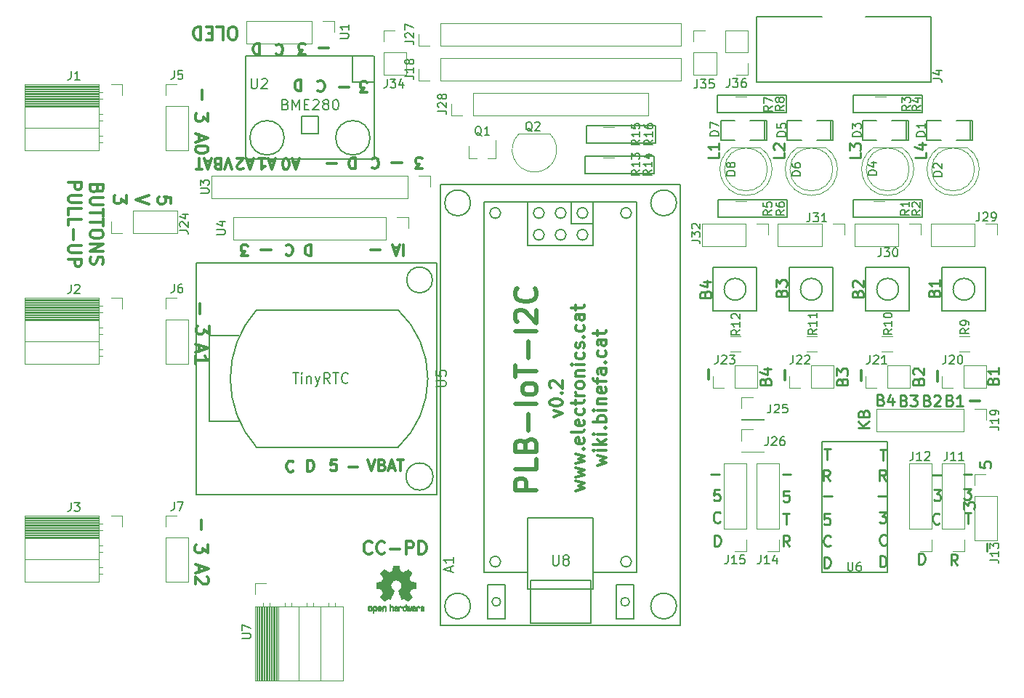
<source format=gbr>
G04 #@! TF.FileFunction,Legend,Top*
%FSLAX46Y46*%
G04 Gerber Fmt 4.6, Leading zero omitted, Abs format (unit mm)*
G04 Created by KiCad (PCBNEW 4.0.7+dfsg1-1~bpo8+1) date Thu Sep  6 01:00:45 2018*
%MOMM*%
%LPD*%
G01*
G04 APERTURE LIST*
%ADD10C,0.100000*%
%ADD11C,0.300000*%
%ADD12C,0.500000*%
%ADD13C,0.254000*%
%ADD14C,0.150000*%
%ADD15C,0.120000*%
%ADD16C,0.010000*%
G04 APERTURE END LIST*
D10*
D11*
X215357143Y-80371428D02*
X215357143Y-79228571D01*
X224257143Y-80421428D02*
X224257143Y-79278571D01*
X233157143Y-80471428D02*
X233157143Y-79328571D01*
X242057143Y-80571428D02*
X242057143Y-79428571D01*
X197328571Y-84692856D02*
X198328571Y-84335713D01*
X197328571Y-83978571D01*
X196828571Y-83121428D02*
X196828571Y-82978571D01*
X196900000Y-82835714D01*
X196971429Y-82764285D01*
X197114286Y-82692856D01*
X197400000Y-82621428D01*
X197757143Y-82621428D01*
X198042857Y-82692856D01*
X198185714Y-82764285D01*
X198257143Y-82835714D01*
X198328571Y-82978571D01*
X198328571Y-83121428D01*
X198257143Y-83264285D01*
X198185714Y-83335714D01*
X198042857Y-83407142D01*
X197757143Y-83478571D01*
X197400000Y-83478571D01*
X197114286Y-83407142D01*
X196971429Y-83335714D01*
X196900000Y-83264285D01*
X196828571Y-83121428D01*
X198185714Y-81978571D02*
X198257143Y-81907143D01*
X198328571Y-81978571D01*
X198257143Y-82050000D01*
X198185714Y-81978571D01*
X198328571Y-81978571D01*
X196971429Y-81335714D02*
X196900000Y-81264285D01*
X196828571Y-81121428D01*
X196828571Y-80764285D01*
X196900000Y-80621428D01*
X196971429Y-80549999D01*
X197114286Y-80478571D01*
X197257143Y-80478571D01*
X197471429Y-80549999D01*
X198328571Y-81407142D01*
X198328571Y-80478571D01*
X199878571Y-93335714D02*
X200878571Y-93050000D01*
X200164286Y-92764286D01*
X200878571Y-92478571D01*
X199878571Y-92192857D01*
X199878571Y-91764285D02*
X200878571Y-91478571D01*
X200164286Y-91192857D01*
X200878571Y-90907142D01*
X199878571Y-90621428D01*
X199878571Y-90192856D02*
X200878571Y-89907142D01*
X200164286Y-89621428D01*
X200878571Y-89335713D01*
X199878571Y-89049999D01*
X200735714Y-88478570D02*
X200807143Y-88407142D01*
X200878571Y-88478570D01*
X200807143Y-88549999D01*
X200735714Y-88478570D01*
X200878571Y-88478570D01*
X200807143Y-87192856D02*
X200878571Y-87335713D01*
X200878571Y-87621427D01*
X200807143Y-87764284D01*
X200664286Y-87835713D01*
X200092857Y-87835713D01*
X199950000Y-87764284D01*
X199878571Y-87621427D01*
X199878571Y-87335713D01*
X199950000Y-87192856D01*
X200092857Y-87121427D01*
X200235714Y-87121427D01*
X200378571Y-87835713D01*
X200878571Y-86264284D02*
X200807143Y-86407142D01*
X200664286Y-86478570D01*
X199378571Y-86478570D01*
X200807143Y-85121428D02*
X200878571Y-85264285D01*
X200878571Y-85549999D01*
X200807143Y-85692856D01*
X200664286Y-85764285D01*
X200092857Y-85764285D01*
X199950000Y-85692856D01*
X199878571Y-85549999D01*
X199878571Y-85264285D01*
X199950000Y-85121428D01*
X200092857Y-85049999D01*
X200235714Y-85049999D01*
X200378571Y-85764285D01*
X200807143Y-83764285D02*
X200878571Y-83907142D01*
X200878571Y-84192856D01*
X200807143Y-84335714D01*
X200735714Y-84407142D01*
X200592857Y-84478571D01*
X200164286Y-84478571D01*
X200021429Y-84407142D01*
X199950000Y-84335714D01*
X199878571Y-84192856D01*
X199878571Y-83907142D01*
X199950000Y-83764285D01*
X199878571Y-83335714D02*
X199878571Y-82764285D01*
X199378571Y-83121428D02*
X200664286Y-83121428D01*
X200807143Y-83050000D01*
X200878571Y-82907142D01*
X200878571Y-82764285D01*
X200878571Y-82264285D02*
X199878571Y-82264285D01*
X200164286Y-82264285D02*
X200021429Y-82192857D01*
X199950000Y-82121428D01*
X199878571Y-81978571D01*
X199878571Y-81835714D01*
X200878571Y-81121428D02*
X200807143Y-81264286D01*
X200735714Y-81335714D01*
X200592857Y-81407143D01*
X200164286Y-81407143D01*
X200021429Y-81335714D01*
X199950000Y-81264286D01*
X199878571Y-81121428D01*
X199878571Y-80907143D01*
X199950000Y-80764286D01*
X200021429Y-80692857D01*
X200164286Y-80621428D01*
X200592857Y-80621428D01*
X200735714Y-80692857D01*
X200807143Y-80764286D01*
X200878571Y-80907143D01*
X200878571Y-81121428D01*
X199878571Y-79978571D02*
X200878571Y-79978571D01*
X200021429Y-79978571D02*
X199950000Y-79907143D01*
X199878571Y-79764285D01*
X199878571Y-79550000D01*
X199950000Y-79407143D01*
X200092857Y-79335714D01*
X200878571Y-79335714D01*
X200878571Y-78621428D02*
X199878571Y-78621428D01*
X199378571Y-78621428D02*
X199450000Y-78692857D01*
X199521429Y-78621428D01*
X199450000Y-78550000D01*
X199378571Y-78621428D01*
X199521429Y-78621428D01*
X200807143Y-77264285D02*
X200878571Y-77407142D01*
X200878571Y-77692856D01*
X200807143Y-77835714D01*
X200735714Y-77907142D01*
X200592857Y-77978571D01*
X200164286Y-77978571D01*
X200021429Y-77907142D01*
X199950000Y-77835714D01*
X199878571Y-77692856D01*
X199878571Y-77407142D01*
X199950000Y-77264285D01*
X200807143Y-76692857D02*
X200878571Y-76550000D01*
X200878571Y-76264285D01*
X200807143Y-76121428D01*
X200664286Y-76050000D01*
X200592857Y-76050000D01*
X200450000Y-76121428D01*
X200378571Y-76264285D01*
X200378571Y-76478571D01*
X200307143Y-76621428D01*
X200164286Y-76692857D01*
X200092857Y-76692857D01*
X199950000Y-76621428D01*
X199878571Y-76478571D01*
X199878571Y-76264285D01*
X199950000Y-76121428D01*
X200735714Y-75407142D02*
X200807143Y-75335714D01*
X200878571Y-75407142D01*
X200807143Y-75478571D01*
X200735714Y-75407142D01*
X200878571Y-75407142D01*
X200807143Y-74049999D02*
X200878571Y-74192856D01*
X200878571Y-74478570D01*
X200807143Y-74621428D01*
X200735714Y-74692856D01*
X200592857Y-74764285D01*
X200164286Y-74764285D01*
X200021429Y-74692856D01*
X199950000Y-74621428D01*
X199878571Y-74478570D01*
X199878571Y-74192856D01*
X199950000Y-74049999D01*
X200878571Y-72764285D02*
X200092857Y-72764285D01*
X199950000Y-72835714D01*
X199878571Y-72978571D01*
X199878571Y-73264285D01*
X199950000Y-73407142D01*
X200807143Y-72764285D02*
X200878571Y-72907142D01*
X200878571Y-73264285D01*
X200807143Y-73407142D01*
X200664286Y-73478571D01*
X200521429Y-73478571D01*
X200378571Y-73407142D01*
X200307143Y-73264285D01*
X200307143Y-72907142D01*
X200235714Y-72764285D01*
X199878571Y-72264285D02*
X199878571Y-71692856D01*
X199378571Y-72049999D02*
X200664286Y-72049999D01*
X200807143Y-71978571D01*
X200878571Y-71835713D01*
X200878571Y-71692856D01*
X202428571Y-90371429D02*
X203428571Y-90085715D01*
X202714286Y-89800001D01*
X203428571Y-89514286D01*
X202428571Y-89228572D01*
X203428571Y-88657143D02*
X202428571Y-88657143D01*
X201928571Y-88657143D02*
X202000000Y-88728572D01*
X202071429Y-88657143D01*
X202000000Y-88585715D01*
X201928571Y-88657143D01*
X202071429Y-88657143D01*
X203428571Y-87942857D02*
X201928571Y-87942857D01*
X202857143Y-87800000D02*
X203428571Y-87371429D01*
X202428571Y-87371429D02*
X203000000Y-87942857D01*
X203428571Y-86728571D02*
X202428571Y-86728571D01*
X201928571Y-86728571D02*
X202000000Y-86800000D01*
X202071429Y-86728571D01*
X202000000Y-86657143D01*
X201928571Y-86728571D01*
X202071429Y-86728571D01*
X203285714Y-86014285D02*
X203357143Y-85942857D01*
X203428571Y-86014285D01*
X203357143Y-86085714D01*
X203285714Y-86014285D01*
X203428571Y-86014285D01*
X203428571Y-85299999D02*
X201928571Y-85299999D01*
X202500000Y-85299999D02*
X202428571Y-85157142D01*
X202428571Y-84871428D01*
X202500000Y-84728571D01*
X202571429Y-84657142D01*
X202714286Y-84585713D01*
X203142857Y-84585713D01*
X203285714Y-84657142D01*
X203357143Y-84728571D01*
X203428571Y-84871428D01*
X203428571Y-85157142D01*
X203357143Y-85299999D01*
X203428571Y-83942856D02*
X202428571Y-83942856D01*
X201928571Y-83942856D02*
X202000000Y-84014285D01*
X202071429Y-83942856D01*
X202000000Y-83871428D01*
X201928571Y-83942856D01*
X202071429Y-83942856D01*
X202428571Y-83228570D02*
X203428571Y-83228570D01*
X202571429Y-83228570D02*
X202500000Y-83157142D01*
X202428571Y-83014284D01*
X202428571Y-82799999D01*
X202500000Y-82657142D01*
X202642857Y-82585713D01*
X203428571Y-82585713D01*
X203357143Y-81299999D02*
X203428571Y-81442856D01*
X203428571Y-81728570D01*
X203357143Y-81871427D01*
X203214286Y-81942856D01*
X202642857Y-81942856D01*
X202500000Y-81871427D01*
X202428571Y-81728570D01*
X202428571Y-81442856D01*
X202500000Y-81299999D01*
X202642857Y-81228570D01*
X202785714Y-81228570D01*
X202928571Y-81942856D01*
X202428571Y-80799999D02*
X202428571Y-80228570D01*
X203428571Y-80585713D02*
X202142857Y-80585713D01*
X202000000Y-80514285D01*
X201928571Y-80371427D01*
X201928571Y-80228570D01*
X203428571Y-79085713D02*
X202642857Y-79085713D01*
X202500000Y-79157142D01*
X202428571Y-79299999D01*
X202428571Y-79585713D01*
X202500000Y-79728570D01*
X203357143Y-79085713D02*
X203428571Y-79228570D01*
X203428571Y-79585713D01*
X203357143Y-79728570D01*
X203214286Y-79799999D01*
X203071429Y-79799999D01*
X202928571Y-79728570D01*
X202857143Y-79585713D01*
X202857143Y-79228570D01*
X202785714Y-79085713D01*
X203285714Y-78371427D02*
X203357143Y-78299999D01*
X203428571Y-78371427D01*
X203357143Y-78442856D01*
X203285714Y-78371427D01*
X203428571Y-78371427D01*
X203357143Y-77014284D02*
X203428571Y-77157141D01*
X203428571Y-77442855D01*
X203357143Y-77585713D01*
X203285714Y-77657141D01*
X203142857Y-77728570D01*
X202714286Y-77728570D01*
X202571429Y-77657141D01*
X202500000Y-77585713D01*
X202428571Y-77442855D01*
X202428571Y-77157141D01*
X202500000Y-77014284D01*
X203428571Y-75728570D02*
X202642857Y-75728570D01*
X202500000Y-75799999D01*
X202428571Y-75942856D01*
X202428571Y-76228570D01*
X202500000Y-76371427D01*
X203357143Y-75728570D02*
X203428571Y-75871427D01*
X203428571Y-76228570D01*
X203357143Y-76371427D01*
X203214286Y-76442856D01*
X203071429Y-76442856D01*
X202928571Y-76371427D01*
X202857143Y-76228570D01*
X202857143Y-75871427D01*
X202785714Y-75728570D01*
X202428571Y-75228570D02*
X202428571Y-74657141D01*
X201928571Y-75014284D02*
X203214286Y-75014284D01*
X203357143Y-74942856D01*
X203428571Y-74799998D01*
X203428571Y-74657141D01*
D12*
X195330952Y-93326190D02*
X192830952Y-93326190D01*
X192830952Y-92373809D01*
X192950000Y-92135714D01*
X193069048Y-92016666D01*
X193307143Y-91897618D01*
X193664286Y-91897618D01*
X193902381Y-92016666D01*
X194021429Y-92135714D01*
X194140476Y-92373809D01*
X194140476Y-93326190D01*
X195330952Y-89635714D02*
X195330952Y-90826190D01*
X192830952Y-90826190D01*
X194021429Y-87969047D02*
X194140476Y-87611904D01*
X194259524Y-87492856D01*
X194497619Y-87373808D01*
X194854762Y-87373808D01*
X195092857Y-87492856D01*
X195211905Y-87611904D01*
X195330952Y-87849999D01*
X195330952Y-88802380D01*
X192830952Y-88802380D01*
X192830952Y-87969047D01*
X192950000Y-87730951D01*
X193069048Y-87611904D01*
X193307143Y-87492856D01*
X193545238Y-87492856D01*
X193783333Y-87611904D01*
X193902381Y-87730951D01*
X194021429Y-87969047D01*
X194021429Y-88802380D01*
X194378571Y-86302380D02*
X194378571Y-84397618D01*
X195330952Y-83207142D02*
X192830952Y-83207142D01*
X195330952Y-81659523D02*
X195211905Y-81897618D01*
X195092857Y-82016666D01*
X194854762Y-82135714D01*
X194140476Y-82135714D01*
X193902381Y-82016666D01*
X193783333Y-81897618D01*
X193664286Y-81659523D01*
X193664286Y-81302380D01*
X193783333Y-81064285D01*
X193902381Y-80945237D01*
X194140476Y-80826190D01*
X194854762Y-80826190D01*
X195092857Y-80945237D01*
X195211905Y-81064285D01*
X195330952Y-81302380D01*
X195330952Y-81659523D01*
X192830952Y-80111904D02*
X192830952Y-78683332D01*
X195330952Y-79397618D02*
X192830952Y-79397618D01*
X194378571Y-77849999D02*
X194378571Y-75945237D01*
X195330952Y-74754761D02*
X192830952Y-74754761D01*
X193069048Y-73683333D02*
X192950000Y-73564285D01*
X192830952Y-73326190D01*
X192830952Y-72730952D01*
X192950000Y-72492856D01*
X193069048Y-72373809D01*
X193307143Y-72254761D01*
X193545238Y-72254761D01*
X193902381Y-72373809D01*
X195330952Y-73802380D01*
X195330952Y-72254761D01*
X195092857Y-69754761D02*
X195211905Y-69873809D01*
X195330952Y-70230952D01*
X195330952Y-70469047D01*
X195211905Y-70826190D01*
X194973810Y-71064285D01*
X194735714Y-71183333D01*
X194259524Y-71302381D01*
X193902381Y-71302381D01*
X193426190Y-71183333D01*
X193188095Y-71064285D01*
X192950000Y-70826190D01*
X192830952Y-70469047D01*
X192830952Y-70230952D01*
X192950000Y-69873809D01*
X193069048Y-69754761D01*
D13*
X240674524Y-53911666D02*
X240674524Y-54516428D01*
X239404524Y-54516428D01*
X239827857Y-52944047D02*
X240674524Y-52944047D01*
X239344048Y-53246428D02*
X240251190Y-53548809D01*
X240251190Y-52762619D01*
X233074524Y-53932666D02*
X233074524Y-54537428D01*
X231804524Y-54537428D01*
X231804524Y-53630285D02*
X231804524Y-52844095D01*
X232288333Y-53267428D01*
X232288333Y-53086000D01*
X232348810Y-52965047D01*
X232409286Y-52904571D01*
X232530238Y-52844095D01*
X232832619Y-52844095D01*
X232953571Y-52904571D01*
X233014048Y-52965047D01*
X233074524Y-53086000D01*
X233074524Y-53448857D01*
X233014048Y-53569809D01*
X232953571Y-53630285D01*
X224174524Y-53932666D02*
X224174524Y-54537428D01*
X222904524Y-54537428D01*
X223025476Y-53569809D02*
X222965000Y-53509333D01*
X222904524Y-53388381D01*
X222904524Y-53086000D01*
X222965000Y-52965047D01*
X223025476Y-52904571D01*
X223146429Y-52844095D01*
X223267381Y-52844095D01*
X223448810Y-52904571D01*
X224174524Y-53630285D01*
X224174524Y-52844095D01*
D11*
X176114415Y-100573614D02*
X176042986Y-100645043D01*
X175828700Y-100716471D01*
X175685843Y-100716471D01*
X175471558Y-100645043D01*
X175328700Y-100502186D01*
X175257272Y-100359329D01*
X175185843Y-100073614D01*
X175185843Y-99859329D01*
X175257272Y-99573614D01*
X175328700Y-99430757D01*
X175471558Y-99287900D01*
X175685843Y-99216471D01*
X175828700Y-99216471D01*
X176042986Y-99287900D01*
X176114415Y-99359329D01*
X177614415Y-100573614D02*
X177542986Y-100645043D01*
X177328700Y-100716471D01*
X177185843Y-100716471D01*
X176971558Y-100645043D01*
X176828700Y-100502186D01*
X176757272Y-100359329D01*
X176685843Y-100073614D01*
X176685843Y-99859329D01*
X176757272Y-99573614D01*
X176828700Y-99430757D01*
X176971558Y-99287900D01*
X177185843Y-99216471D01*
X177328700Y-99216471D01*
X177542986Y-99287900D01*
X177614415Y-99359329D01*
X178257272Y-100145043D02*
X179400129Y-100145043D01*
X180114415Y-100716471D02*
X180114415Y-99216471D01*
X180685843Y-99216471D01*
X180828701Y-99287900D01*
X180900129Y-99359329D01*
X180971558Y-99502186D01*
X180971558Y-99716471D01*
X180900129Y-99859329D01*
X180828701Y-99930757D01*
X180685843Y-100002186D01*
X180114415Y-100002186D01*
X181614415Y-100716471D02*
X181614415Y-99216471D01*
X181971558Y-99216471D01*
X182185843Y-99287900D01*
X182328701Y-99430757D01*
X182400129Y-99573614D01*
X182471558Y-99859329D01*
X182471558Y-100073614D01*
X182400129Y-100359329D01*
X182328701Y-100502186D01*
X182185843Y-100645043D01*
X181971558Y-100716471D01*
X181614415Y-100716471D01*
D13*
X216550724Y-53932666D02*
X216550724Y-54537428D01*
X215280724Y-54537428D01*
X216550724Y-52844095D02*
X216550724Y-53569809D01*
X216550724Y-53206952D02*
X215280724Y-53206952D01*
X215462152Y-53327904D01*
X215583105Y-53448857D01*
X215643581Y-53569809D01*
X241590286Y-70262448D02*
X241650762Y-70081019D01*
X241711238Y-70020543D01*
X241832190Y-69960067D01*
X242013619Y-69960067D01*
X242134571Y-70020543D01*
X242195048Y-70081019D01*
X242255524Y-70201972D01*
X242255524Y-70685781D01*
X240985524Y-70685781D01*
X240985524Y-70262448D01*
X241046000Y-70141495D01*
X241106476Y-70081019D01*
X241227429Y-70020543D01*
X241348381Y-70020543D01*
X241469333Y-70081019D01*
X241529810Y-70141495D01*
X241590286Y-70262448D01*
X241590286Y-70685781D01*
X242255524Y-68750543D02*
X242255524Y-69476257D01*
X242255524Y-69113400D02*
X240985524Y-69113400D01*
X241166952Y-69234352D01*
X241287905Y-69355305D01*
X241348381Y-69476257D01*
X232700286Y-70338648D02*
X232760762Y-70157219D01*
X232821238Y-70096743D01*
X232942190Y-70036267D01*
X233123619Y-70036267D01*
X233244571Y-70096743D01*
X233305048Y-70157219D01*
X233365524Y-70278172D01*
X233365524Y-70761981D01*
X232095524Y-70761981D01*
X232095524Y-70338648D01*
X232156000Y-70217695D01*
X232216476Y-70157219D01*
X232337429Y-70096743D01*
X232458381Y-70096743D01*
X232579333Y-70157219D01*
X232639810Y-70217695D01*
X232700286Y-70338648D01*
X232700286Y-70761981D01*
X232216476Y-69552457D02*
X232156000Y-69491981D01*
X232095524Y-69371029D01*
X232095524Y-69068648D01*
X232156000Y-68947695D01*
X232216476Y-68887219D01*
X232337429Y-68826743D01*
X232458381Y-68826743D01*
X232639810Y-68887219D01*
X233365524Y-69612933D01*
X233365524Y-68826743D01*
X223810286Y-70262448D02*
X223870762Y-70081019D01*
X223931238Y-70020543D01*
X224052190Y-69960067D01*
X224233619Y-69960067D01*
X224354571Y-70020543D01*
X224415048Y-70081019D01*
X224475524Y-70201972D01*
X224475524Y-70685781D01*
X223205524Y-70685781D01*
X223205524Y-70262448D01*
X223266000Y-70141495D01*
X223326476Y-70081019D01*
X223447429Y-70020543D01*
X223568381Y-70020543D01*
X223689333Y-70081019D01*
X223749810Y-70141495D01*
X223810286Y-70262448D01*
X223810286Y-70685781D01*
X223205524Y-69536733D02*
X223205524Y-68750543D01*
X223689333Y-69173876D01*
X223689333Y-68992448D01*
X223749810Y-68871495D01*
X223810286Y-68811019D01*
X223931238Y-68750543D01*
X224233619Y-68750543D01*
X224354571Y-68811019D01*
X224415048Y-68871495D01*
X224475524Y-68992448D01*
X224475524Y-69355305D01*
X224415048Y-69476257D01*
X224354571Y-69536733D01*
X214971086Y-70389448D02*
X215031562Y-70208019D01*
X215092038Y-70147543D01*
X215212990Y-70087067D01*
X215394419Y-70087067D01*
X215515371Y-70147543D01*
X215575848Y-70208019D01*
X215636324Y-70328972D01*
X215636324Y-70812781D01*
X214366324Y-70812781D01*
X214366324Y-70389448D01*
X214426800Y-70268495D01*
X214487276Y-70208019D01*
X214608229Y-70147543D01*
X214729181Y-70147543D01*
X214850133Y-70208019D01*
X214910610Y-70268495D01*
X214971086Y-70389448D01*
X214971086Y-70812781D01*
X214789657Y-68998495D02*
X215636324Y-68998495D01*
X214305848Y-69300876D02*
X215212990Y-69603257D01*
X215212990Y-68817067D01*
X245093067Y-93081324D02*
X245879257Y-93081324D01*
X245455924Y-93565133D01*
X245637352Y-93565133D01*
X245758305Y-93625610D01*
X245818781Y-93686086D01*
X245879257Y-93807038D01*
X245879257Y-94109419D01*
X245818781Y-94230371D01*
X245758305Y-94290848D01*
X245637352Y-94351324D01*
X245274495Y-94351324D01*
X245153543Y-94290848D01*
X245093067Y-94230371D01*
X247740714Y-100432809D02*
X247740714Y-99465190D01*
X245032591Y-91403714D02*
X246000210Y-91403714D01*
X245074924Y-95444733D02*
X245074924Y-94658543D01*
X245558733Y-95081876D01*
X245558733Y-94900448D01*
X245619210Y-94779495D01*
X245679686Y-94719019D01*
X245800638Y-94658543D01*
X246103019Y-94658543D01*
X246223971Y-94719019D01*
X246284448Y-94779495D01*
X246344924Y-94900448D01*
X246344924Y-95263305D01*
X246284448Y-95384257D01*
X246223971Y-95444733D01*
X246954524Y-89969219D02*
X246954524Y-90573981D01*
X247559286Y-90634457D01*
X247498810Y-90573981D01*
X247438333Y-90453029D01*
X247438333Y-90150648D01*
X247498810Y-90029695D01*
X247559286Y-89969219D01*
X247680238Y-89908743D01*
X247982619Y-89908743D01*
X248103571Y-89969219D01*
X248164048Y-90029695D01*
X248224524Y-90150648D01*
X248224524Y-90453029D01*
X248164048Y-90573981D01*
X248103571Y-90634457D01*
X242226495Y-97100571D02*
X242166019Y-97161048D01*
X241984590Y-97221524D01*
X241863638Y-97221524D01*
X241682210Y-97161048D01*
X241561257Y-97040095D01*
X241500781Y-96919143D01*
X241440305Y-96677238D01*
X241440305Y-96495810D01*
X241500781Y-96253905D01*
X241561257Y-96132952D01*
X241682210Y-96012000D01*
X241863638Y-95951524D01*
X241984590Y-95951524D01*
X242166019Y-96012000D01*
X242226495Y-96072476D01*
X245204343Y-95926124D02*
X245930058Y-95926124D01*
X245567201Y-97196124D02*
X245567201Y-95926124D01*
X244334695Y-101996724D02*
X243911362Y-101391962D01*
X243608981Y-101996724D02*
X243608981Y-100726724D01*
X244092790Y-100726724D01*
X244213743Y-100787200D01*
X244274219Y-100847676D01*
X244334695Y-100968629D01*
X244334695Y-101150057D01*
X244274219Y-101271010D01*
X244213743Y-101331486D01*
X244092790Y-101391962D01*
X243608981Y-101391962D01*
X239849781Y-101895124D02*
X239849781Y-100625124D01*
X240152162Y-100625124D01*
X240333590Y-100685600D01*
X240454543Y-100806552D01*
X240515019Y-100927505D01*
X240575495Y-101169410D01*
X240575495Y-101350838D01*
X240515019Y-101592743D01*
X240454543Y-101713695D01*
X240333590Y-101834648D01*
X240152162Y-101895124D01*
X239849781Y-101895124D01*
X241587867Y-93233724D02*
X242374057Y-93233724D01*
X241950724Y-93717533D01*
X242132152Y-93717533D01*
X242253105Y-93778010D01*
X242313581Y-93838486D01*
X242374057Y-93959438D01*
X242374057Y-94261819D01*
X242313581Y-94382771D01*
X242253105Y-94443248D01*
X242132152Y-94503724D01*
X241769295Y-94503724D01*
X241648343Y-94443248D01*
X241587867Y-94382771D01*
X241451191Y-91479914D02*
X242418810Y-91479914D01*
X235328581Y-102199924D02*
X235328581Y-100929924D01*
X235630962Y-100929924D01*
X235812390Y-100990400D01*
X235933343Y-101111352D01*
X235993819Y-101232305D01*
X236054295Y-101474210D01*
X236054295Y-101655638D01*
X235993819Y-101897543D01*
X235933343Y-102018495D01*
X235812390Y-102139448D01*
X235630962Y-102199924D01*
X235328581Y-102199924D01*
X228826181Y-102326924D02*
X228826181Y-101056924D01*
X229128562Y-101056924D01*
X229309990Y-101117400D01*
X229430943Y-101238352D01*
X229491419Y-101359305D01*
X229551895Y-101601210D01*
X229551895Y-101782638D01*
X229491419Y-102024543D01*
X229430943Y-102145495D01*
X229309990Y-102266448D01*
X229128562Y-102326924D01*
X228826181Y-102326924D01*
X236054295Y-99589771D02*
X235993819Y-99650248D01*
X235812390Y-99710724D01*
X235691438Y-99710724D01*
X235510010Y-99650248D01*
X235389057Y-99529295D01*
X235328581Y-99408343D01*
X235268105Y-99166438D01*
X235268105Y-98985010D01*
X235328581Y-98743105D01*
X235389057Y-98622152D01*
X235510010Y-98501200D01*
X235691438Y-98440724D01*
X235812390Y-98440724D01*
X235993819Y-98501200D01*
X236054295Y-98561676D01*
X229551895Y-99691371D02*
X229491419Y-99751848D01*
X229309990Y-99812324D01*
X229189038Y-99812324D01*
X229007610Y-99751848D01*
X228886657Y-99630895D01*
X228826181Y-99509943D01*
X228765705Y-99268038D01*
X228765705Y-99086610D01*
X228826181Y-98844705D01*
X228886657Y-98723752D01*
X229007610Y-98602800D01*
X229189038Y-98542324D01*
X229309990Y-98542324D01*
X229491419Y-98602800D01*
X229551895Y-98663276D01*
X235237867Y-95824524D02*
X236024057Y-95824524D01*
X235600724Y-96308333D01*
X235782152Y-96308333D01*
X235903105Y-96368810D01*
X235963581Y-96429286D01*
X236024057Y-96550238D01*
X236024057Y-96852619D01*
X235963581Y-96973571D01*
X235903105Y-97034048D01*
X235782152Y-97094524D01*
X235419295Y-97094524D01*
X235298343Y-97034048D01*
X235237867Y-96973571D01*
X235050391Y-93943714D02*
X236018010Y-93943714D01*
X235978095Y-92141524D02*
X235554762Y-91536762D01*
X235252381Y-92141524D02*
X235252381Y-90871524D01*
X235736190Y-90871524D01*
X235857143Y-90932000D01*
X235917619Y-90992476D01*
X235978095Y-91113429D01*
X235978095Y-91294857D01*
X235917619Y-91415810D01*
X235857143Y-91476286D01*
X235736190Y-91536762D01*
X235252381Y-91536762D01*
X235298343Y-88509324D02*
X236024058Y-88509324D01*
X235661201Y-89779324D02*
X235661201Y-88509324D01*
X228821343Y-88483924D02*
X229547058Y-88483924D01*
X229184201Y-89753924D02*
X229184201Y-88483924D01*
X229475695Y-92166924D02*
X229052362Y-91562162D01*
X228749981Y-92166924D02*
X228749981Y-90896924D01*
X229233790Y-90896924D01*
X229354743Y-90957400D01*
X229415219Y-91017876D01*
X229475695Y-91138829D01*
X229475695Y-91320257D01*
X229415219Y-91441210D01*
X229354743Y-91501686D01*
X229233790Y-91562162D01*
X228749981Y-91562162D01*
X228751191Y-93994514D02*
X229718810Y-93994514D01*
X229461181Y-96027724D02*
X228856419Y-96027724D01*
X228795943Y-96632486D01*
X228856419Y-96572010D01*
X228977371Y-96511533D01*
X229279752Y-96511533D01*
X229400705Y-96572010D01*
X229461181Y-96632486D01*
X229521657Y-96753438D01*
X229521657Y-97055819D01*
X229461181Y-97176771D01*
X229400705Y-97237248D01*
X229279752Y-97297724D01*
X228977371Y-97297724D01*
X228856419Y-97237248D01*
X228795943Y-97176771D01*
X224020743Y-95951524D02*
X224746458Y-95951524D01*
X224383601Y-97221524D02*
X224383601Y-95951524D01*
X224711381Y-93360724D02*
X224106619Y-93360724D01*
X224046143Y-93965486D01*
X224106619Y-93905010D01*
X224227571Y-93844533D01*
X224529952Y-93844533D01*
X224650905Y-93905010D01*
X224711381Y-93965486D01*
X224771857Y-94086438D01*
X224771857Y-94388819D01*
X224711381Y-94509771D01*
X224650905Y-94570248D01*
X224529952Y-94630724D01*
X224227571Y-94630724D01*
X224106619Y-94570248D01*
X224046143Y-94509771D01*
X223975991Y-91454514D02*
X224943610Y-91454514D01*
X224776695Y-99812324D02*
X224353362Y-99207562D01*
X224050981Y-99812324D02*
X224050981Y-98542324D01*
X224534790Y-98542324D01*
X224655743Y-98602800D01*
X224716219Y-98663276D01*
X224776695Y-98784229D01*
X224776695Y-98965657D01*
X224716219Y-99086610D01*
X224655743Y-99147086D01*
X224534790Y-99207562D01*
X224050981Y-99207562D01*
X216049981Y-99786924D02*
X216049981Y-98516924D01*
X216352362Y-98516924D01*
X216533790Y-98577400D01*
X216654743Y-98698352D01*
X216715219Y-98819305D01*
X216775695Y-99061210D01*
X216775695Y-99242638D01*
X216715219Y-99484543D01*
X216654743Y-99605495D01*
X216533790Y-99726448D01*
X216352362Y-99786924D01*
X216049981Y-99786924D01*
X216699495Y-96948171D02*
X216639019Y-97008648D01*
X216457590Y-97069124D01*
X216336638Y-97069124D01*
X216155210Y-97008648D01*
X216034257Y-96887695D01*
X215973781Y-96766743D01*
X215913305Y-96524838D01*
X215913305Y-96343410D01*
X215973781Y-96101505D01*
X216034257Y-95980552D01*
X216155210Y-95859600D01*
X216336638Y-95799124D01*
X216457590Y-95799124D01*
X216639019Y-95859600D01*
X216699495Y-95920076D01*
X216608781Y-93233724D02*
X216004019Y-93233724D01*
X215943543Y-93838486D01*
X216004019Y-93778010D01*
X216124971Y-93717533D01*
X216427352Y-93717533D01*
X216548305Y-93778010D01*
X216608781Y-93838486D01*
X216669257Y-93959438D01*
X216669257Y-94261819D01*
X216608781Y-94382771D01*
X216548305Y-94443248D01*
X216427352Y-94503724D01*
X216124971Y-94503724D01*
X216004019Y-94443248D01*
X215943543Y-94382771D01*
X215619391Y-91429114D02*
X216587010Y-91429114D01*
X221930686Y-80574848D02*
X221991162Y-80393419D01*
X222051638Y-80332943D01*
X222172590Y-80272467D01*
X222354019Y-80272467D01*
X222474971Y-80332943D01*
X222535448Y-80393419D01*
X222595924Y-80514372D01*
X222595924Y-80998181D01*
X221325924Y-80998181D01*
X221325924Y-80574848D01*
X221386400Y-80453895D01*
X221446876Y-80393419D01*
X221567829Y-80332943D01*
X221688781Y-80332943D01*
X221809733Y-80393419D01*
X221870210Y-80453895D01*
X221930686Y-80574848D01*
X221930686Y-80998181D01*
X221749257Y-79183895D02*
X222595924Y-79183895D01*
X221265448Y-79486276D02*
X222172590Y-79788657D01*
X222172590Y-79002467D01*
X248473686Y-80524048D02*
X248534162Y-80342619D01*
X248594638Y-80282143D01*
X248715590Y-80221667D01*
X248897019Y-80221667D01*
X249017971Y-80282143D01*
X249078448Y-80342619D01*
X249138924Y-80463572D01*
X249138924Y-80947381D01*
X247868924Y-80947381D01*
X247868924Y-80524048D01*
X247929400Y-80403095D01*
X247989876Y-80342619D01*
X248110829Y-80282143D01*
X248231781Y-80282143D01*
X248352733Y-80342619D01*
X248413210Y-80403095D01*
X248473686Y-80524048D01*
X248473686Y-80947381D01*
X249138924Y-79012143D02*
X249138924Y-79737857D01*
X249138924Y-79375000D02*
X247868924Y-79375000D01*
X248050352Y-79495952D01*
X248171305Y-79616905D01*
X248231781Y-79737857D01*
X239786886Y-80549448D02*
X239847362Y-80368019D01*
X239907838Y-80307543D01*
X240028790Y-80247067D01*
X240210219Y-80247067D01*
X240331171Y-80307543D01*
X240391648Y-80368019D01*
X240452124Y-80488972D01*
X240452124Y-80972781D01*
X239182124Y-80972781D01*
X239182124Y-80549448D01*
X239242600Y-80428495D01*
X239303076Y-80368019D01*
X239424029Y-80307543D01*
X239544981Y-80307543D01*
X239665933Y-80368019D01*
X239726410Y-80428495D01*
X239786886Y-80549448D01*
X239786886Y-80972781D01*
X239303076Y-79763257D02*
X239242600Y-79702781D01*
X239182124Y-79581829D01*
X239182124Y-79279448D01*
X239242600Y-79158495D01*
X239303076Y-79098019D01*
X239424029Y-79037543D01*
X239544981Y-79037543D01*
X239726410Y-79098019D01*
X240452124Y-79823733D01*
X240452124Y-79037543D01*
X230896886Y-80600248D02*
X230957362Y-80418819D01*
X231017838Y-80358343D01*
X231138790Y-80297867D01*
X231320219Y-80297867D01*
X231441171Y-80358343D01*
X231501648Y-80418819D01*
X231562124Y-80539772D01*
X231562124Y-81023581D01*
X230292124Y-81023581D01*
X230292124Y-80600248D01*
X230352600Y-80479295D01*
X230413076Y-80418819D01*
X230534029Y-80358343D01*
X230654981Y-80358343D01*
X230775933Y-80418819D01*
X230836410Y-80479295D01*
X230896886Y-80600248D01*
X230896886Y-81023581D01*
X230292124Y-79874533D02*
X230292124Y-79088343D01*
X230775933Y-79511676D01*
X230775933Y-79330248D01*
X230836410Y-79209295D01*
X230896886Y-79148819D01*
X231017838Y-79088343D01*
X231320219Y-79088343D01*
X231441171Y-79148819D01*
X231501648Y-79209295D01*
X231562124Y-79330248D01*
X231562124Y-79693105D01*
X231501648Y-79814057D01*
X231441171Y-79874533D01*
X234051324Y-85981419D02*
X232781324Y-85981419D01*
X234051324Y-85255705D02*
X233325610Y-85799990D01*
X232781324Y-85255705D02*
X233507038Y-85981419D01*
X233386086Y-84288086D02*
X233446562Y-84106657D01*
X233507038Y-84046181D01*
X233627990Y-83985705D01*
X233809419Y-83985705D01*
X233930371Y-84046181D01*
X233990848Y-84106657D01*
X234051324Y-84227610D01*
X234051324Y-84711419D01*
X232781324Y-84711419D01*
X232781324Y-84288086D01*
X232841800Y-84167133D01*
X232902276Y-84106657D01*
X233023229Y-84046181D01*
X233144181Y-84046181D01*
X233265133Y-84106657D01*
X233325610Y-84167133D01*
X233386086Y-84288086D01*
X233386086Y-84711419D01*
X243478352Y-82764086D02*
X243659781Y-82824562D01*
X243720257Y-82885038D01*
X243780733Y-83005990D01*
X243780733Y-83187419D01*
X243720257Y-83308371D01*
X243659781Y-83368848D01*
X243538828Y-83429324D01*
X243055019Y-83429324D01*
X243055019Y-82159324D01*
X243478352Y-82159324D01*
X243599305Y-82219800D01*
X243659781Y-82280276D01*
X243720257Y-82401229D01*
X243720257Y-82522181D01*
X243659781Y-82643133D01*
X243599305Y-82703610D01*
X243478352Y-82764086D01*
X243055019Y-82764086D01*
X244990257Y-83429324D02*
X244264543Y-83429324D01*
X244627400Y-83429324D02*
X244627400Y-82159324D01*
X244506448Y-82340752D01*
X244385495Y-82461705D01*
X244264543Y-82522181D01*
X240836752Y-82814886D02*
X241018181Y-82875362D01*
X241078657Y-82935838D01*
X241139133Y-83056790D01*
X241139133Y-83238219D01*
X241078657Y-83359171D01*
X241018181Y-83419648D01*
X240897228Y-83480124D01*
X240413419Y-83480124D01*
X240413419Y-82210124D01*
X240836752Y-82210124D01*
X240957705Y-82270600D01*
X241018181Y-82331076D01*
X241078657Y-82452029D01*
X241078657Y-82572981D01*
X241018181Y-82693933D01*
X240957705Y-82754410D01*
X240836752Y-82814886D01*
X240413419Y-82814886D01*
X241622943Y-82331076D02*
X241683419Y-82270600D01*
X241804371Y-82210124D01*
X242106752Y-82210124D01*
X242227705Y-82270600D01*
X242288181Y-82331076D01*
X242348657Y-82452029D01*
X242348657Y-82572981D01*
X242288181Y-82754410D01*
X241562467Y-83480124D01*
X242348657Y-83480124D01*
X238118952Y-82814886D02*
X238300381Y-82875362D01*
X238360857Y-82935838D01*
X238421333Y-83056790D01*
X238421333Y-83238219D01*
X238360857Y-83359171D01*
X238300381Y-83419648D01*
X238179428Y-83480124D01*
X237695619Y-83480124D01*
X237695619Y-82210124D01*
X238118952Y-82210124D01*
X238239905Y-82270600D01*
X238300381Y-82331076D01*
X238360857Y-82452029D01*
X238360857Y-82572981D01*
X238300381Y-82693933D01*
X238239905Y-82754410D01*
X238118952Y-82814886D01*
X237695619Y-82814886D01*
X238844667Y-82210124D02*
X239630857Y-82210124D01*
X239207524Y-82693933D01*
X239388952Y-82693933D01*
X239509905Y-82754410D01*
X239570381Y-82814886D01*
X239630857Y-82935838D01*
X239630857Y-83238219D01*
X239570381Y-83359171D01*
X239509905Y-83419648D01*
X239388952Y-83480124D01*
X239026095Y-83480124D01*
X238905143Y-83419648D01*
X238844667Y-83359171D01*
X235426552Y-82738686D02*
X235607981Y-82799162D01*
X235668457Y-82859638D01*
X235728933Y-82980590D01*
X235728933Y-83162019D01*
X235668457Y-83282971D01*
X235607981Y-83343448D01*
X235487028Y-83403924D01*
X235003219Y-83403924D01*
X235003219Y-82133924D01*
X235426552Y-82133924D01*
X235547505Y-82194400D01*
X235607981Y-82254876D01*
X235668457Y-82375829D01*
X235668457Y-82496781D01*
X235607981Y-82617733D01*
X235547505Y-82678210D01*
X235426552Y-82738686D01*
X235003219Y-82738686D01*
X236817505Y-82557257D02*
X236817505Y-83403924D01*
X236515124Y-82073448D02*
X236212743Y-82980590D01*
X236998933Y-82980590D01*
D11*
X245833972Y-82911143D02*
X246976829Y-82911143D01*
X173480791Y-90540114D02*
X174448410Y-90540114D01*
X171980981Y-89753924D02*
X171376219Y-89753924D01*
X171315743Y-90358686D01*
X171376219Y-90298210D01*
X171497171Y-90237733D01*
X171799552Y-90237733D01*
X171920505Y-90298210D01*
X171980981Y-90358686D01*
X172041457Y-90479638D01*
X172041457Y-90782019D01*
X171980981Y-90902971D01*
X171920505Y-90963448D01*
X171799552Y-91023924D01*
X171497171Y-91023924D01*
X171376219Y-90963448D01*
X171315743Y-90902971D01*
X175662772Y-89728524D02*
X176086106Y-90998524D01*
X176509439Y-89728524D01*
X177356105Y-90333286D02*
X177537534Y-90393762D01*
X177598010Y-90454238D01*
X177658486Y-90575190D01*
X177658486Y-90756619D01*
X177598010Y-90877571D01*
X177537534Y-90938048D01*
X177416581Y-90998524D01*
X176932772Y-90998524D01*
X176932772Y-89728524D01*
X177356105Y-89728524D01*
X177477058Y-89789000D01*
X177537534Y-89849476D01*
X177598010Y-89970429D01*
X177598010Y-90091381D01*
X177537534Y-90212333D01*
X177477058Y-90272810D01*
X177356105Y-90333286D01*
X176932772Y-90333286D01*
X178142296Y-90635667D02*
X178747058Y-90635667D01*
X178021343Y-90998524D02*
X178444677Y-89728524D01*
X178868010Y-90998524D01*
X179109914Y-89728524D02*
X179835629Y-89728524D01*
X179472772Y-90998524D02*
X179472772Y-89728524D01*
X166966295Y-91004571D02*
X166905819Y-91065048D01*
X166724390Y-91125524D01*
X166603438Y-91125524D01*
X166422010Y-91065048D01*
X166301057Y-90944095D01*
X166240581Y-90823143D01*
X166180105Y-90581238D01*
X166180105Y-90399810D01*
X166240581Y-90157905D01*
X166301057Y-90036952D01*
X166422010Y-89916000D01*
X166603438Y-89855524D01*
X166724390Y-89855524D01*
X166905819Y-89916000D01*
X166966295Y-89976476D01*
X168653581Y-91049324D02*
X168653581Y-89779324D01*
X168955962Y-89779324D01*
X169137390Y-89839800D01*
X169258343Y-89960752D01*
X169318819Y-90081705D01*
X169379295Y-90323610D01*
X169379295Y-90505038D01*
X169318819Y-90746943D01*
X169258343Y-90867895D01*
X169137390Y-90988848D01*
X168955962Y-91049324D01*
X168653581Y-91049324D01*
X179766685Y-64678076D02*
X179766685Y-65948076D01*
X179222399Y-65040933D02*
X178617637Y-65040933D01*
X179343352Y-64678076D02*
X178920018Y-65948076D01*
X178496685Y-64678076D01*
X175983972Y-65283543D02*
X177126829Y-65283543D01*
X161662533Y-65948076D02*
X160876343Y-65948076D01*
X161299676Y-65464267D01*
X161118248Y-65464267D01*
X160997295Y-65403790D01*
X160936819Y-65343314D01*
X160876343Y-65222362D01*
X160876343Y-64919981D01*
X160936819Y-64799029D01*
X160997295Y-64738552D01*
X161118248Y-64678076D01*
X161481105Y-64678076D01*
X161602057Y-64738552D01*
X161662533Y-64799029D01*
X163207772Y-65258143D02*
X164350629Y-65258143D01*
X166129305Y-64773629D02*
X166189781Y-64713152D01*
X166371210Y-64652676D01*
X166492162Y-64652676D01*
X166673590Y-64713152D01*
X166794543Y-64834105D01*
X166855019Y-64955057D01*
X166915495Y-65196962D01*
X166915495Y-65378390D01*
X166855019Y-65620295D01*
X166794543Y-65741248D01*
X166673590Y-65862200D01*
X166492162Y-65922676D01*
X166371210Y-65922676D01*
X166189781Y-65862200D01*
X166129305Y-65801724D01*
X169064819Y-64678076D02*
X169064819Y-65948076D01*
X168762438Y-65948076D01*
X168581010Y-65887600D01*
X168460057Y-65766648D01*
X168399581Y-65645695D01*
X168339105Y-65403790D01*
X168339105Y-65222362D01*
X168399581Y-64980457D01*
X168460057Y-64859505D01*
X168581010Y-64738552D01*
X168762438Y-64678076D01*
X169064819Y-64678076D01*
X159820428Y-55864276D02*
X159397094Y-54594276D01*
X158973761Y-55864276D01*
X158127095Y-55259514D02*
X157945666Y-55199038D01*
X157885190Y-55138562D01*
X157824714Y-55017610D01*
X157824714Y-54836181D01*
X157885190Y-54715229D01*
X157945666Y-54654752D01*
X158066619Y-54594276D01*
X158550428Y-54594276D01*
X158550428Y-55864276D01*
X158127095Y-55864276D01*
X158006142Y-55803800D01*
X157945666Y-55743324D01*
X157885190Y-55622371D01*
X157885190Y-55501419D01*
X157945666Y-55380467D01*
X158006142Y-55319990D01*
X158127095Y-55259514D01*
X158550428Y-55259514D01*
X157340904Y-54957133D02*
X156736142Y-54957133D01*
X157461857Y-54594276D02*
X157038523Y-55864276D01*
X156615190Y-54594276D01*
X156373286Y-55864276D02*
X155647571Y-55864276D01*
X156010428Y-54594276D02*
X156010428Y-55864276D01*
X162222542Y-54957133D02*
X161617780Y-54957133D01*
X162343495Y-54594276D02*
X161920161Y-55864276D01*
X161496828Y-54594276D01*
X161133971Y-55743324D02*
X161073495Y-55803800D01*
X160952543Y-55864276D01*
X160650162Y-55864276D01*
X160529209Y-55803800D01*
X160468733Y-55743324D01*
X160408257Y-55622371D01*
X160408257Y-55501419D01*
X160468733Y-55319990D01*
X161194447Y-54594276D01*
X160408257Y-54594276D01*
X164762542Y-54957133D02*
X164157780Y-54957133D01*
X164883495Y-54594276D02*
X164460161Y-55864276D01*
X164036828Y-54594276D01*
X162948257Y-54594276D02*
X163673971Y-54594276D01*
X163311114Y-54594276D02*
X163311114Y-55864276D01*
X163432066Y-55682848D01*
X163553019Y-55561895D01*
X163673971Y-55501419D01*
X167556542Y-54982533D02*
X166951780Y-54982533D01*
X167677495Y-54619676D02*
X167254161Y-55889676D01*
X166830828Y-54619676D01*
X166165590Y-55889676D02*
X166044638Y-55889676D01*
X165923686Y-55829200D01*
X165863209Y-55768724D01*
X165802733Y-55647771D01*
X165742257Y-55405867D01*
X165742257Y-55103486D01*
X165802733Y-54861581D01*
X165863209Y-54740629D01*
X165923686Y-54680152D01*
X166044638Y-54619676D01*
X166165590Y-54619676D01*
X166286543Y-54680152D01*
X166347019Y-54740629D01*
X166407495Y-54861581D01*
X166467971Y-55103486D01*
X166467971Y-55405867D01*
X166407495Y-55647771D01*
X166347019Y-55768724D01*
X166286543Y-55829200D01*
X166165590Y-55889676D01*
X170903972Y-55199743D02*
X172046829Y-55199743D01*
X174170219Y-54543476D02*
X174170219Y-55813476D01*
X173867838Y-55813476D01*
X173686410Y-55753000D01*
X173565457Y-55632048D01*
X173504981Y-55511095D01*
X173444505Y-55269190D01*
X173444505Y-55087762D01*
X173504981Y-54845857D01*
X173565457Y-54724905D01*
X173686410Y-54603952D01*
X173867838Y-54543476D01*
X174170219Y-54543476D01*
X176136905Y-54639029D02*
X176197381Y-54578552D01*
X176378810Y-54518076D01*
X176499762Y-54518076D01*
X176681190Y-54578552D01*
X176802143Y-54699505D01*
X176862619Y-54820457D01*
X176923095Y-55062362D01*
X176923095Y-55243790D01*
X176862619Y-55485695D01*
X176802143Y-55606648D01*
X176681190Y-55727600D01*
X176499762Y-55788076D01*
X176378810Y-55788076D01*
X176197381Y-55727600D01*
X176136905Y-55667124D01*
X178473172Y-55123543D02*
X179616029Y-55123543D01*
X182007933Y-55762676D02*
X181221743Y-55762676D01*
X181645076Y-55278867D01*
X181463648Y-55278867D01*
X181342695Y-55218390D01*
X181282219Y-55157914D01*
X181221743Y-55036962D01*
X181221743Y-54734581D01*
X181282219Y-54613629D01*
X181342695Y-54553152D01*
X181463648Y-54492676D01*
X181826505Y-54492676D01*
X181947457Y-54553152D01*
X182007933Y-54613629D01*
X167871019Y-45450276D02*
X167871019Y-46720276D01*
X167568638Y-46720276D01*
X167387210Y-46659800D01*
X167266257Y-46538848D01*
X167205781Y-46417895D01*
X167145305Y-46175990D01*
X167145305Y-45994562D01*
X167205781Y-45752657D01*
X167266257Y-45631705D01*
X167387210Y-45510752D01*
X167568638Y-45450276D01*
X167871019Y-45450276D01*
X169837705Y-45647429D02*
X169898181Y-45586952D01*
X170079610Y-45526476D01*
X170200562Y-45526476D01*
X170381990Y-45586952D01*
X170502943Y-45707905D01*
X170563419Y-45828857D01*
X170623895Y-46070762D01*
X170623895Y-46252190D01*
X170563419Y-46494095D01*
X170502943Y-46615048D01*
X170381990Y-46736000D01*
X170200562Y-46796476D01*
X170079610Y-46796476D01*
X169898181Y-46736000D01*
X169837705Y-46675524D01*
X172326372Y-46258943D02*
X173469229Y-46258943D01*
X175556333Y-46898076D02*
X174770143Y-46898076D01*
X175193476Y-46414267D01*
X175012048Y-46414267D01*
X174891095Y-46353790D01*
X174830619Y-46293314D01*
X174770143Y-46172362D01*
X174770143Y-45869981D01*
X174830619Y-45749029D01*
X174891095Y-45688552D01*
X175012048Y-45628076D01*
X175374905Y-45628076D01*
X175495857Y-45688552D01*
X175556333Y-45749029D01*
X163019619Y-41208476D02*
X163019619Y-42478476D01*
X162717238Y-42478476D01*
X162535810Y-42418000D01*
X162414857Y-42297048D01*
X162354381Y-42176095D01*
X162293905Y-41934190D01*
X162293905Y-41752762D01*
X162354381Y-41510857D01*
X162414857Y-41389905D01*
X162535810Y-41268952D01*
X162717238Y-41208476D01*
X163019619Y-41208476D01*
X164960905Y-41405629D02*
X165021381Y-41345152D01*
X165202810Y-41284676D01*
X165323762Y-41284676D01*
X165505190Y-41345152D01*
X165626143Y-41466105D01*
X165686619Y-41587057D01*
X165747095Y-41828962D01*
X165747095Y-42010390D01*
X165686619Y-42252295D01*
X165626143Y-42373248D01*
X165505190Y-42494200D01*
X165323762Y-42554676D01*
X165202810Y-42554676D01*
X165021381Y-42494200D01*
X164960905Y-42433724D01*
X168393533Y-42478476D02*
X167607343Y-42478476D01*
X168030676Y-41994667D01*
X167849248Y-41994667D01*
X167728295Y-41934190D01*
X167667819Y-41873714D01*
X167607343Y-41752762D01*
X167607343Y-41450381D01*
X167667819Y-41329429D01*
X167728295Y-41268952D01*
X167849248Y-41208476D01*
X168212105Y-41208476D01*
X168333057Y-41268952D01*
X168393533Y-41329429D01*
X169964172Y-41712343D02*
X171107029Y-41712343D01*
X160064972Y-40750229D02*
X159779258Y-40750229D01*
X159636400Y-40678800D01*
X159493543Y-40535943D01*
X159422115Y-40250229D01*
X159422115Y-39750229D01*
X159493543Y-39464514D01*
X159636400Y-39321657D01*
X159779258Y-39250229D01*
X160064972Y-39250229D01*
X160207829Y-39321657D01*
X160350686Y-39464514D01*
X160422115Y-39750229D01*
X160422115Y-40250229D01*
X160350686Y-40535943D01*
X160207829Y-40678800D01*
X160064972Y-40750229D01*
X158064971Y-39250229D02*
X158779257Y-39250229D01*
X158779257Y-40750229D01*
X157564971Y-40035943D02*
X157064971Y-40035943D01*
X156850685Y-39250229D02*
X157564971Y-39250229D01*
X157564971Y-40750229D01*
X156850685Y-40750229D01*
X156207828Y-39250229D02*
X156207828Y-40750229D01*
X155850685Y-40750229D01*
X155636400Y-40678800D01*
X155493542Y-40535943D01*
X155422114Y-40393086D01*
X155350685Y-40107371D01*
X155350685Y-39893086D01*
X155422114Y-39607371D01*
X155493542Y-39464514D01*
X155636400Y-39321657D01*
X155850685Y-39250229D01*
X156207828Y-39250229D01*
X144130143Y-58148257D02*
X144058714Y-58362543D01*
X143987286Y-58433971D01*
X143844429Y-58505400D01*
X143630143Y-58505400D01*
X143487286Y-58433971D01*
X143415857Y-58362543D01*
X143344429Y-58219685D01*
X143344429Y-57648257D01*
X144844429Y-57648257D01*
X144844429Y-58148257D01*
X144773000Y-58291114D01*
X144701571Y-58362543D01*
X144558714Y-58433971D01*
X144415857Y-58433971D01*
X144273000Y-58362543D01*
X144201571Y-58291114D01*
X144130143Y-58148257D01*
X144130143Y-57648257D01*
X144844429Y-59148257D02*
X143630143Y-59148257D01*
X143487286Y-59219685D01*
X143415857Y-59291114D01*
X143344429Y-59433971D01*
X143344429Y-59719685D01*
X143415857Y-59862543D01*
X143487286Y-59933971D01*
X143630143Y-60005400D01*
X144844429Y-60005400D01*
X144844429Y-60505400D02*
X144844429Y-61362543D01*
X143344429Y-60933972D02*
X144844429Y-60933972D01*
X144844429Y-61648257D02*
X144844429Y-62505400D01*
X143344429Y-62076829D02*
X144844429Y-62076829D01*
X144844429Y-63291114D02*
X144844429Y-63576828D01*
X144773000Y-63719686D01*
X144630143Y-63862543D01*
X144344429Y-63933971D01*
X143844429Y-63933971D01*
X143558714Y-63862543D01*
X143415857Y-63719686D01*
X143344429Y-63576828D01*
X143344429Y-63291114D01*
X143415857Y-63148257D01*
X143558714Y-63005400D01*
X143844429Y-62933971D01*
X144344429Y-62933971D01*
X144630143Y-63005400D01*
X144773000Y-63148257D01*
X144844429Y-63291114D01*
X143344429Y-64576829D02*
X144844429Y-64576829D01*
X143344429Y-65433972D01*
X144844429Y-65433972D01*
X143415857Y-66076829D02*
X143344429Y-66291115D01*
X143344429Y-66648258D01*
X143415857Y-66791115D01*
X143487286Y-66862544D01*
X143630143Y-66933972D01*
X143773000Y-66933972D01*
X143915857Y-66862544D01*
X143987286Y-66791115D01*
X144058714Y-66648258D01*
X144130143Y-66362544D01*
X144201571Y-66219686D01*
X144273000Y-66148258D01*
X144415857Y-66076829D01*
X144558714Y-66076829D01*
X144701571Y-66148258D01*
X144773000Y-66219686D01*
X144844429Y-66362544D01*
X144844429Y-66719686D01*
X144773000Y-66933972D01*
X140794429Y-57398257D02*
X142294429Y-57398257D01*
X142294429Y-57969685D01*
X142223000Y-58112543D01*
X142151571Y-58183971D01*
X142008714Y-58255400D01*
X141794429Y-58255400D01*
X141651571Y-58183971D01*
X141580143Y-58112543D01*
X141508714Y-57969685D01*
X141508714Y-57398257D01*
X142294429Y-58898257D02*
X141080143Y-58898257D01*
X140937286Y-58969685D01*
X140865857Y-59041114D01*
X140794429Y-59183971D01*
X140794429Y-59469685D01*
X140865857Y-59612543D01*
X140937286Y-59683971D01*
X141080143Y-59755400D01*
X142294429Y-59755400D01*
X140794429Y-61183972D02*
X140794429Y-60469686D01*
X142294429Y-60469686D01*
X140794429Y-62398258D02*
X140794429Y-61683972D01*
X142294429Y-61683972D01*
X141365857Y-62898258D02*
X141365857Y-64041115D01*
X142294429Y-64755401D02*
X141080143Y-64755401D01*
X140937286Y-64826829D01*
X140865857Y-64898258D01*
X140794429Y-65041115D01*
X140794429Y-65326829D01*
X140865857Y-65469687D01*
X140937286Y-65541115D01*
X141080143Y-65612544D01*
X142294429Y-65612544D01*
X140794429Y-66326830D02*
X142294429Y-66326830D01*
X142294429Y-66898258D01*
X142223000Y-67041116D01*
X142151571Y-67112544D01*
X142008714Y-67183973D01*
X141794429Y-67183973D01*
X141651571Y-67112544D01*
X141580143Y-67041116D01*
X141508714Y-66898258D01*
X141508714Y-66326830D01*
X152662629Y-59843944D02*
X152662629Y-59129658D01*
X151948343Y-59058229D01*
X152019771Y-59129658D01*
X152091200Y-59272515D01*
X152091200Y-59629658D01*
X152019771Y-59772515D01*
X151948343Y-59843944D01*
X151805486Y-59915372D01*
X151448343Y-59915372D01*
X151305486Y-59843944D01*
X151234057Y-59772515D01*
X151162629Y-59629658D01*
X151162629Y-59272515D01*
X151234057Y-59129658D01*
X151305486Y-59058229D01*
X150173429Y-58936000D02*
X148673429Y-59436000D01*
X150173429Y-59936000D01*
X147557229Y-58910601D02*
X147557229Y-59839172D01*
X146985800Y-59339172D01*
X146985800Y-59553458D01*
X146914371Y-59696315D01*
X146842943Y-59767744D01*
X146700086Y-59839172D01*
X146342943Y-59839172D01*
X146200086Y-59767744D01*
X146128657Y-59696315D01*
X146057229Y-59553458D01*
X146057229Y-59124886D01*
X146128657Y-58982029D01*
X146200086Y-58910601D01*
X157031429Y-99652201D02*
X157031429Y-100580772D01*
X156460000Y-100080772D01*
X156460000Y-100295058D01*
X156388571Y-100437915D01*
X156317143Y-100509344D01*
X156174286Y-100580772D01*
X155817143Y-100580772D01*
X155674286Y-100509344D01*
X155602857Y-100437915D01*
X155531429Y-100295058D01*
X155531429Y-99866486D01*
X155602857Y-99723629D01*
X155674286Y-99652201D01*
X156036200Y-102103372D02*
X156036200Y-102817658D01*
X155607629Y-101960515D02*
X157107629Y-102460515D01*
X155607629Y-102960515D01*
X156964771Y-103389086D02*
X157036200Y-103460515D01*
X157107629Y-103603372D01*
X157107629Y-103960515D01*
X157036200Y-104103372D01*
X156964771Y-104174801D01*
X156821914Y-104246229D01*
X156679057Y-104246229D01*
X156464771Y-104174801D01*
X155607629Y-103317658D01*
X155607629Y-104246229D01*
X156010800Y-76373172D02*
X156010800Y-77087458D01*
X155582229Y-76230315D02*
X157082229Y-76730315D01*
X155582229Y-77230315D01*
X155582229Y-78516029D02*
X155582229Y-77658886D01*
X155582229Y-78087458D02*
X157082229Y-78087458D01*
X156867943Y-77944601D01*
X156725086Y-77801743D01*
X156653657Y-77658886D01*
X157158429Y-74150601D02*
X157158429Y-75079172D01*
X156587000Y-74579172D01*
X156587000Y-74793458D01*
X156515571Y-74936315D01*
X156444143Y-75007744D01*
X156301286Y-75079172D01*
X155944143Y-75079172D01*
X155801286Y-75007744D01*
X155729857Y-74936315D01*
X155658429Y-74793458D01*
X155658429Y-74364886D01*
X155729857Y-74222029D01*
X155801286Y-74150601D01*
X156240943Y-97878828D02*
X156240943Y-96735971D01*
X156088543Y-72707428D02*
X156088543Y-71564571D01*
X155985400Y-51836772D02*
X155985400Y-52551058D01*
X155556829Y-51693915D02*
X157056829Y-52193915D01*
X155556829Y-52693915D01*
X157056829Y-53479629D02*
X157056829Y-53622486D01*
X156985400Y-53765343D01*
X156913971Y-53836772D01*
X156771114Y-53908201D01*
X156485400Y-53979629D01*
X156128257Y-53979629D01*
X155842543Y-53908201D01*
X155699686Y-53836772D01*
X155628257Y-53765343D01*
X155556829Y-53622486D01*
X155556829Y-53479629D01*
X155628257Y-53336772D01*
X155699686Y-53265343D01*
X155842543Y-53193915D01*
X156128257Y-53122486D01*
X156485400Y-53122486D01*
X156771114Y-53193915D01*
X156913971Y-53265343D01*
X156985400Y-53336772D01*
X157056829Y-53479629D01*
X157056829Y-49334801D02*
X157056829Y-50263372D01*
X156485400Y-49763372D01*
X156485400Y-49977658D01*
X156413971Y-50120515D01*
X156342543Y-50191944D01*
X156199686Y-50263372D01*
X155842543Y-50263372D01*
X155699686Y-50191944D01*
X155628257Y-50120515D01*
X155556829Y-49977658D01*
X155556829Y-49549086D01*
X155628257Y-49406229D01*
X155699686Y-49334801D01*
X156342543Y-47764628D02*
X156342543Y-46621771D01*
D14*
X212090000Y-109029500D02*
X212090000Y-57658000D01*
X184150000Y-109029500D02*
X212090000Y-109029500D01*
X184150000Y-57658000D02*
X184150000Y-109029500D01*
X201620000Y-108780000D02*
X194620000Y-108780000D01*
X201620000Y-103780000D02*
X201620000Y-108780000D01*
X194620000Y-103780000D02*
X201620000Y-103780000D01*
X194620000Y-108780000D02*
X194620000Y-103780000D01*
X189620000Y-104280000D02*
X189620000Y-108280000D01*
X191620000Y-104280000D02*
X189620000Y-104280000D01*
X191620000Y-108280000D02*
X191620000Y-104280000D01*
X189620000Y-108280000D02*
X191620000Y-108280000D01*
X191120000Y-106280000D02*
G75*
G03X191120000Y-106280000I-500000J0D01*
G01*
X206120000Y-106280000D02*
G75*
G03X206120000Y-106280000I-500000J0D01*
G01*
X206620000Y-108280000D02*
X204620000Y-108280000D01*
X206620000Y-104280000D02*
X206620000Y-108280000D01*
X204620000Y-104280000D02*
X206620000Y-104280000D01*
X204620000Y-108280000D02*
X204620000Y-104280000D01*
X211620000Y-106780000D02*
G75*
G03X211620000Y-106780000I-1500000J0D01*
G01*
X187620000Y-106780000D02*
G75*
G03X187620000Y-106780000I-1500000J0D01*
G01*
X187620000Y-59780000D02*
G75*
G03X187620000Y-59780000I-1500000J0D01*
G01*
X211620000Y-59780000D02*
G75*
G03X211620000Y-59780000I-1500000J0D01*
G01*
X184150000Y-57658000D02*
X212064600Y-57658000D01*
X245872000Y-52451000D02*
X246126000Y-52451000D01*
X246126000Y-52451000D02*
X246126000Y-50165000D01*
X246126000Y-50165000D02*
X245872000Y-50165000D01*
X245872000Y-52451000D02*
X245872000Y-50165000D01*
X245872000Y-50165000D02*
X244221000Y-50165000D01*
X242443000Y-52451000D02*
X240792000Y-52451000D01*
X240792000Y-52451000D02*
X240792000Y-50165000D01*
X240792000Y-50165000D02*
X242443000Y-50165000D01*
X244221000Y-52451000D02*
X245872000Y-52451000D01*
D15*
X243838042Y-58919999D02*
G75*
G03X245479512Y-53320000I1958J3039999D01*
G01*
X243841958Y-58919999D02*
G75*
G02X242200488Y-53320000I-1958J3039999D01*
G01*
X246340000Y-55880000D02*
G75*
G03X246340000Y-55880000I-2500000J0D01*
G01*
X245480000Y-53320000D02*
X242200000Y-53320000D01*
D14*
X238379000Y-52451000D02*
X238633000Y-52451000D01*
X238633000Y-52451000D02*
X238633000Y-50165000D01*
X238633000Y-50165000D02*
X238379000Y-50165000D01*
X238379000Y-52451000D02*
X238379000Y-50165000D01*
X238379000Y-50165000D02*
X236728000Y-50165000D01*
X234950000Y-52451000D02*
X233299000Y-52451000D01*
X233299000Y-52451000D02*
X233299000Y-50165000D01*
X233299000Y-50165000D02*
X234950000Y-50165000D01*
X236728000Y-52451000D02*
X238379000Y-52451000D01*
D15*
X236218042Y-58919999D02*
G75*
G03X237859512Y-53320000I1958J3039999D01*
G01*
X236221958Y-58919999D02*
G75*
G02X234580488Y-53320000I-1958J3039999D01*
G01*
X238720000Y-55880000D02*
G75*
G03X238720000Y-55880000I-2500000J0D01*
G01*
X237860000Y-53320000D02*
X234580000Y-53320000D01*
D14*
X229616000Y-52451000D02*
X229870000Y-52451000D01*
X229870000Y-52451000D02*
X229870000Y-50165000D01*
X229870000Y-50165000D02*
X229616000Y-50165000D01*
X229616000Y-52451000D02*
X229616000Y-50165000D01*
X229616000Y-50165000D02*
X227965000Y-50165000D01*
X226187000Y-52451000D02*
X224536000Y-52451000D01*
X224536000Y-52451000D02*
X224536000Y-50165000D01*
X224536000Y-50165000D02*
X226187000Y-50165000D01*
X227965000Y-52451000D02*
X229616000Y-52451000D01*
D15*
X227328042Y-58919999D02*
G75*
G03X228969512Y-53320000I1958J3039999D01*
G01*
X227331958Y-58919999D02*
G75*
G02X225690488Y-53320000I-1958J3039999D01*
G01*
X229830000Y-55880000D02*
G75*
G03X229830000Y-55880000I-2500000J0D01*
G01*
X228970000Y-53320000D02*
X225690000Y-53320000D01*
D14*
X221869000Y-52451000D02*
X222123000Y-52451000D01*
X222123000Y-52451000D02*
X222123000Y-50165000D01*
X222123000Y-50165000D02*
X221869000Y-50165000D01*
X221869000Y-52451000D02*
X221869000Y-50165000D01*
X221869000Y-50165000D02*
X220218000Y-50165000D01*
X218440000Y-52451000D02*
X216789000Y-52451000D01*
X216789000Y-52451000D02*
X216789000Y-50165000D01*
X216789000Y-50165000D02*
X218440000Y-50165000D01*
X220218000Y-52451000D02*
X221869000Y-52451000D01*
D15*
X219708042Y-58919999D02*
G75*
G03X221349512Y-53320000I1958J3039999D01*
G01*
X219711958Y-58919999D02*
G75*
G02X218070488Y-53320000I-1958J3039999D01*
G01*
X222210000Y-55880000D02*
G75*
G03X222210000Y-55880000I-2500000J0D01*
G01*
X221350000Y-53320000D02*
X218070000Y-53320000D01*
X144336000Y-45914000D02*
X144336000Y-48514000D01*
X144336000Y-48514000D02*
X135706000Y-48514000D01*
X135706000Y-48514000D02*
X135706000Y-45914000D01*
X135706000Y-45914000D02*
X144336000Y-45914000D01*
X144766000Y-46864000D02*
X144336000Y-46864000D01*
X144766000Y-47624000D02*
X144336000Y-47624000D01*
X144336000Y-46094000D02*
X135706000Y-46094000D01*
X144336000Y-46214000D02*
X135706000Y-46214000D01*
X144336000Y-46334000D02*
X135706000Y-46334000D01*
X144336000Y-46454000D02*
X135706000Y-46454000D01*
X144336000Y-46574000D02*
X135706000Y-46574000D01*
X144336000Y-46694000D02*
X135706000Y-46694000D01*
X144336000Y-46814000D02*
X135706000Y-46814000D01*
X144336000Y-46934000D02*
X135706000Y-46934000D01*
X144336000Y-47054000D02*
X135706000Y-47054000D01*
X144336000Y-47174000D02*
X135706000Y-47174000D01*
X144336000Y-47294000D02*
X135706000Y-47294000D01*
X144336000Y-47414000D02*
X135706000Y-47414000D01*
X144336000Y-47534000D02*
X135706000Y-47534000D01*
X144336000Y-47654000D02*
X135706000Y-47654000D01*
X144336000Y-47774000D02*
X135706000Y-47774000D01*
X144336000Y-47894000D02*
X135706000Y-47894000D01*
X144336000Y-48014000D02*
X135706000Y-48014000D01*
X144336000Y-48134000D02*
X135706000Y-48134000D01*
X144336000Y-48254000D02*
X135706000Y-48254000D01*
X144336000Y-48374000D02*
X135706000Y-48374000D01*
X144336000Y-48494000D02*
X135706000Y-48494000D01*
X144336000Y-48614000D02*
X135706000Y-48614000D01*
X144336000Y-48514000D02*
X144336000Y-51054000D01*
X144336000Y-51054000D02*
X135706000Y-51054000D01*
X135706000Y-51054000D02*
X135706000Y-48514000D01*
X135706000Y-48514000D02*
X144336000Y-48514000D01*
X144766000Y-49404000D02*
X144336000Y-49404000D01*
X144766000Y-50164000D02*
X144336000Y-50164000D01*
X144336000Y-51054000D02*
X144336000Y-53654000D01*
X144336000Y-53654000D02*
X135706000Y-53654000D01*
X135706000Y-53654000D02*
X135706000Y-51054000D01*
X135706000Y-51054000D02*
X144336000Y-51054000D01*
X144766000Y-51944000D02*
X144336000Y-51944000D01*
X144766000Y-52704000D02*
X144336000Y-52704000D01*
X145796000Y-45974000D02*
X147066000Y-45974000D01*
X147066000Y-45974000D02*
X147066000Y-47244000D01*
X144336000Y-70806000D02*
X144336000Y-73406000D01*
X144336000Y-73406000D02*
X135706000Y-73406000D01*
X135706000Y-73406000D02*
X135706000Y-70806000D01*
X135706000Y-70806000D02*
X144336000Y-70806000D01*
X144766000Y-71756000D02*
X144336000Y-71756000D01*
X144766000Y-72516000D02*
X144336000Y-72516000D01*
X144336000Y-70986000D02*
X135706000Y-70986000D01*
X144336000Y-71106000D02*
X135706000Y-71106000D01*
X144336000Y-71226000D02*
X135706000Y-71226000D01*
X144336000Y-71346000D02*
X135706000Y-71346000D01*
X144336000Y-71466000D02*
X135706000Y-71466000D01*
X144336000Y-71586000D02*
X135706000Y-71586000D01*
X144336000Y-71706000D02*
X135706000Y-71706000D01*
X144336000Y-71826000D02*
X135706000Y-71826000D01*
X144336000Y-71946000D02*
X135706000Y-71946000D01*
X144336000Y-72066000D02*
X135706000Y-72066000D01*
X144336000Y-72186000D02*
X135706000Y-72186000D01*
X144336000Y-72306000D02*
X135706000Y-72306000D01*
X144336000Y-72426000D02*
X135706000Y-72426000D01*
X144336000Y-72546000D02*
X135706000Y-72546000D01*
X144336000Y-72666000D02*
X135706000Y-72666000D01*
X144336000Y-72786000D02*
X135706000Y-72786000D01*
X144336000Y-72906000D02*
X135706000Y-72906000D01*
X144336000Y-73026000D02*
X135706000Y-73026000D01*
X144336000Y-73146000D02*
X135706000Y-73146000D01*
X144336000Y-73266000D02*
X135706000Y-73266000D01*
X144336000Y-73386000D02*
X135706000Y-73386000D01*
X144336000Y-73506000D02*
X135706000Y-73506000D01*
X144336000Y-73406000D02*
X144336000Y-75946000D01*
X144336000Y-75946000D02*
X135706000Y-75946000D01*
X135706000Y-75946000D02*
X135706000Y-73406000D01*
X135706000Y-73406000D02*
X144336000Y-73406000D01*
X144766000Y-74296000D02*
X144336000Y-74296000D01*
X144766000Y-75056000D02*
X144336000Y-75056000D01*
X144336000Y-75946000D02*
X144336000Y-78546000D01*
X144336000Y-78546000D02*
X135706000Y-78546000D01*
X135706000Y-78546000D02*
X135706000Y-75946000D01*
X135706000Y-75946000D02*
X144336000Y-75946000D01*
X144766000Y-76836000D02*
X144336000Y-76836000D01*
X144766000Y-77596000D02*
X144336000Y-77596000D01*
X145796000Y-70866000D02*
X147066000Y-70866000D01*
X147066000Y-70866000D02*
X147066000Y-72136000D01*
X144336000Y-96206000D02*
X144336000Y-98806000D01*
X144336000Y-98806000D02*
X135706000Y-98806000D01*
X135706000Y-98806000D02*
X135706000Y-96206000D01*
X135706000Y-96206000D02*
X144336000Y-96206000D01*
X144766000Y-97156000D02*
X144336000Y-97156000D01*
X144766000Y-97916000D02*
X144336000Y-97916000D01*
X144336000Y-96386000D02*
X135706000Y-96386000D01*
X144336000Y-96506000D02*
X135706000Y-96506000D01*
X144336000Y-96626000D02*
X135706000Y-96626000D01*
X144336000Y-96746000D02*
X135706000Y-96746000D01*
X144336000Y-96866000D02*
X135706000Y-96866000D01*
X144336000Y-96986000D02*
X135706000Y-96986000D01*
X144336000Y-97106000D02*
X135706000Y-97106000D01*
X144336000Y-97226000D02*
X135706000Y-97226000D01*
X144336000Y-97346000D02*
X135706000Y-97346000D01*
X144336000Y-97466000D02*
X135706000Y-97466000D01*
X144336000Y-97586000D02*
X135706000Y-97586000D01*
X144336000Y-97706000D02*
X135706000Y-97706000D01*
X144336000Y-97826000D02*
X135706000Y-97826000D01*
X144336000Y-97946000D02*
X135706000Y-97946000D01*
X144336000Y-98066000D02*
X135706000Y-98066000D01*
X144336000Y-98186000D02*
X135706000Y-98186000D01*
X144336000Y-98306000D02*
X135706000Y-98306000D01*
X144336000Y-98426000D02*
X135706000Y-98426000D01*
X144336000Y-98546000D02*
X135706000Y-98546000D01*
X144336000Y-98666000D02*
X135706000Y-98666000D01*
X144336000Y-98786000D02*
X135706000Y-98786000D01*
X144336000Y-98906000D02*
X135706000Y-98906000D01*
X144336000Y-98806000D02*
X144336000Y-101346000D01*
X144336000Y-101346000D02*
X135706000Y-101346000D01*
X135706000Y-101346000D02*
X135706000Y-98806000D01*
X135706000Y-98806000D02*
X144336000Y-98806000D01*
X144766000Y-99696000D02*
X144336000Y-99696000D01*
X144766000Y-100456000D02*
X144336000Y-100456000D01*
X144336000Y-101346000D02*
X144336000Y-103946000D01*
X144336000Y-103946000D02*
X135706000Y-103946000D01*
X135706000Y-103946000D02*
X135706000Y-101346000D01*
X135706000Y-101346000D02*
X144336000Y-101346000D01*
X144766000Y-102236000D02*
X144336000Y-102236000D01*
X144766000Y-102996000D02*
X144336000Y-102996000D01*
X145796000Y-96266000D02*
X147066000Y-96266000D01*
X147066000Y-96266000D02*
X147066000Y-97536000D01*
X152086000Y-53654000D02*
X154746000Y-53654000D01*
X152086000Y-48514000D02*
X152086000Y-53654000D01*
X154746000Y-48514000D02*
X154746000Y-53654000D01*
X152086000Y-48514000D02*
X154746000Y-48514000D01*
X152086000Y-47244000D02*
X152086000Y-45914000D01*
X152086000Y-45914000D02*
X153416000Y-45914000D01*
X152086000Y-78546000D02*
X154746000Y-78546000D01*
X152086000Y-73406000D02*
X152086000Y-78546000D01*
X154746000Y-73406000D02*
X154746000Y-78546000D01*
X152086000Y-73406000D02*
X154746000Y-73406000D01*
X152086000Y-72136000D02*
X152086000Y-70806000D01*
X152086000Y-70806000D02*
X153416000Y-70806000D01*
X152086000Y-103946000D02*
X154746000Y-103946000D01*
X152086000Y-98806000D02*
X152086000Y-103946000D01*
X154746000Y-98806000D02*
X154746000Y-103946000D01*
X152086000Y-98806000D02*
X154746000Y-98806000D01*
X152086000Y-97536000D02*
X152086000Y-96206000D01*
X152086000Y-96206000D02*
X153416000Y-96206000D01*
X245170000Y-90110000D02*
X242510000Y-90110000D01*
X245170000Y-97790000D02*
X245170000Y-90110000D01*
X242510000Y-97790000D02*
X242510000Y-90110000D01*
X245170000Y-97790000D02*
X242510000Y-97790000D01*
X245170000Y-99060000D02*
X245170000Y-100390000D01*
X245170000Y-100390000D02*
X243840000Y-100390000D01*
X241360000Y-90110000D02*
X238700000Y-90110000D01*
X241360000Y-97790000D02*
X241360000Y-90110000D01*
X238700000Y-97790000D02*
X238700000Y-90110000D01*
X241360000Y-97790000D02*
X238700000Y-97790000D01*
X241360000Y-99060000D02*
X241360000Y-100390000D01*
X241360000Y-100390000D02*
X240030000Y-100390000D01*
X246320000Y-93980000D02*
X246320000Y-99120000D01*
X246320000Y-99120000D02*
X248980000Y-99120000D01*
X248980000Y-99120000D02*
X248980000Y-93980000D01*
X248980000Y-93980000D02*
X246320000Y-93980000D01*
X246320000Y-92710000D02*
X246320000Y-91380000D01*
X246320000Y-91380000D02*
X247650000Y-91380000D01*
X223580000Y-90110000D02*
X220920000Y-90110000D01*
X223580000Y-97790000D02*
X223580000Y-90110000D01*
X220920000Y-97790000D02*
X220920000Y-90110000D01*
X223580000Y-97790000D02*
X220920000Y-97790000D01*
X223580000Y-99060000D02*
X223580000Y-100390000D01*
X223580000Y-100390000D02*
X222250000Y-100390000D01*
X219770000Y-90110000D02*
X217110000Y-90110000D01*
X219770000Y-97790000D02*
X219770000Y-90110000D01*
X217110000Y-97790000D02*
X217110000Y-90110000D01*
X219770000Y-97790000D02*
X217110000Y-97790000D01*
X219770000Y-99060000D02*
X219770000Y-100390000D01*
X219770000Y-100390000D02*
X218440000Y-100390000D01*
X234604000Y-59572000D02*
X235804000Y-59572000D01*
X235804000Y-61332000D02*
X234604000Y-61332000D01*
D14*
X232220000Y-61452000D02*
X240220000Y-61452000D01*
X232220000Y-59452000D02*
X232220000Y-61452000D01*
X240220000Y-59452000D02*
X232220000Y-59452000D01*
X240220000Y-61452000D02*
X240220000Y-59452000D01*
D15*
X235978000Y-49140000D02*
X234778000Y-49140000D01*
X234778000Y-47380000D02*
X235978000Y-47380000D01*
D14*
X240220000Y-47260000D02*
X232220000Y-47260000D01*
X240220000Y-49260000D02*
X240220000Y-47260000D01*
X232220000Y-49260000D02*
X240220000Y-49260000D01*
X232220000Y-47260000D02*
X232220000Y-49260000D01*
D15*
X218522000Y-59572000D02*
X219722000Y-59572000D01*
X219722000Y-61332000D02*
X218522000Y-61332000D01*
D14*
X216472000Y-61452000D02*
X224472000Y-61452000D01*
X216472000Y-59452000D02*
X216472000Y-61452000D01*
X224472000Y-59452000D02*
X216472000Y-59452000D01*
X224472000Y-61452000D02*
X224472000Y-59452000D01*
D15*
X219722000Y-49140000D02*
X218522000Y-49140000D01*
X218522000Y-47380000D02*
X219722000Y-47380000D01*
D14*
X224392000Y-47260000D02*
X216392000Y-47260000D01*
X224392000Y-49260000D02*
X224392000Y-47260000D01*
X216392000Y-49260000D02*
X224392000Y-49260000D01*
X216392000Y-47260000D02*
X216392000Y-49260000D01*
D15*
X169164000Y-38548000D02*
X161484000Y-38548000D01*
X161484000Y-38548000D02*
X161484000Y-41208000D01*
X161484000Y-41208000D02*
X169164000Y-41208000D01*
X169164000Y-41208000D02*
X169164000Y-38548000D01*
X170434000Y-38548000D02*
X171764000Y-38548000D01*
X171764000Y-38548000D02*
X171764000Y-39878000D01*
D14*
X169910000Y-51696000D02*
X169910000Y-49696000D01*
X167910000Y-51696000D02*
X169910000Y-51696000D01*
X167910000Y-49696000D02*
X167910000Y-51696000D01*
X169910000Y-49696000D02*
X167910000Y-49696000D01*
X165910000Y-52196000D02*
G75*
G03X165910000Y-52196000I-2000000J0D01*
G01*
X175910000Y-52196000D02*
G75*
G03X175910000Y-52196000I-2000000J0D01*
G01*
X176410000Y-54696000D02*
X176410000Y-42696000D01*
X161410000Y-54696000D02*
X176410000Y-54696000D01*
X161410000Y-42696000D02*
X161410000Y-54696000D01*
X173910000Y-45696000D02*
X173910000Y-42696000D01*
X176410000Y-45696000D02*
X173910000Y-45696000D01*
X161460000Y-42696000D02*
X176360000Y-42696000D01*
D15*
X180340000Y-56582000D02*
X157420000Y-56582000D01*
X157420000Y-56582000D02*
X157420000Y-59242000D01*
X157420000Y-59242000D02*
X180340000Y-59242000D01*
X180340000Y-59242000D02*
X180340000Y-56582000D01*
X181610000Y-56582000D02*
X182940000Y-56582000D01*
X182940000Y-56582000D02*
X182940000Y-57912000D01*
X177800000Y-61408000D02*
X159960000Y-61408000D01*
X159960000Y-61408000D02*
X159960000Y-64068000D01*
X159960000Y-64068000D02*
X177800000Y-64068000D01*
X177800000Y-64068000D02*
X177800000Y-61408000D01*
X179070000Y-61408000D02*
X180400000Y-61408000D01*
X180400000Y-61408000D02*
X180400000Y-62738000D01*
D14*
X157180000Y-75264000D02*
X160680000Y-75264000D01*
X157180000Y-85264000D02*
X157180000Y-75264000D01*
X160680000Y-85264000D02*
X157180000Y-85264000D01*
X179180000Y-72264000D02*
X162680000Y-72264000D01*
X179180000Y-88264000D02*
X162680000Y-88264000D01*
X183680000Y-93764000D02*
X155680000Y-93764000D01*
X155680000Y-66764000D02*
X155680000Y-93764000D01*
X183680000Y-66764000D02*
X155680000Y-66764000D01*
X162680000Y-72264000D02*
G75*
G03X162680000Y-88264000I9000000J-8000000D01*
G01*
X179180000Y-88264000D02*
G75*
G03X179180000Y-72264000I-7500000J8000000D01*
G01*
X183180000Y-68764000D02*
G75*
G03X183180000Y-68764000I-1500000J0D01*
G01*
X183261139Y-91682862D02*
G75*
G03X183261139Y-91682862I-1581139J0D01*
G01*
X183680000Y-66764000D02*
X183680000Y-93764000D01*
X236220000Y-102870000D02*
X228600000Y-102870000D01*
X228600000Y-102870000D02*
X228600000Y-87630000D01*
X228600000Y-87630000D02*
X236220000Y-87630000D01*
X236220000Y-87630000D02*
X236220000Y-102870000D01*
X194310000Y-102870000D02*
X189230000Y-102870000D01*
X207010000Y-102870000D02*
X201930000Y-102870000D01*
X201930000Y-104775000D02*
X194310000Y-104775000D01*
X194310000Y-104775000D02*
X194310000Y-96520000D01*
X194310000Y-96520000D02*
X201930000Y-96520000D01*
X201930000Y-96520000D02*
X201930000Y-104775000D01*
X198755000Y-60960000D02*
G75*
G03X198755000Y-60960000I-635000J0D01*
G01*
X196215000Y-60960000D02*
G75*
G03X196215000Y-60960000I-635000J0D01*
G01*
X196215000Y-63500000D02*
G75*
G03X196215000Y-63500000I-635000J0D01*
G01*
X198755000Y-63500000D02*
G75*
G03X198755000Y-63500000I-635000J0D01*
G01*
X201295000Y-63500000D02*
G75*
G03X201295000Y-63500000I-635000J0D01*
G01*
X201295000Y-60960000D02*
G75*
G03X201295000Y-60960000I-635000J0D01*
G01*
X191135000Y-101600000D02*
G75*
G03X191135000Y-101600000I-635000J0D01*
G01*
X206375000Y-101600000D02*
G75*
G03X206375000Y-101600000I-635000J0D01*
G01*
X191135000Y-60960000D02*
G75*
G03X191135000Y-60960000I-635000J0D01*
G01*
X206375000Y-60960000D02*
G75*
G03X206375000Y-60960000I-635000J0D01*
G01*
X201930000Y-62230000D02*
X199390000Y-62230000D01*
X199390000Y-62230000D02*
X199390000Y-59690000D01*
X201930000Y-64770000D02*
X201930000Y-59690000D01*
X194310000Y-59690000D02*
X194310000Y-64770000D01*
X194310000Y-64770000D02*
X201930000Y-64770000D01*
X207010000Y-59690000D02*
X189230000Y-59690000D01*
X189230000Y-59690000D02*
X189230000Y-102870000D01*
X207010000Y-102870000D02*
X207010000Y-59690000D01*
D15*
X234890000Y-83760000D02*
X234890000Y-86420000D01*
X245110000Y-83760000D02*
X234890000Y-83760000D01*
X245110000Y-86420000D02*
X234890000Y-86420000D01*
X245110000Y-83760000D02*
X245110000Y-86420000D01*
X246380000Y-83760000D02*
X247710000Y-83760000D01*
X247710000Y-83760000D02*
X247710000Y-85090000D01*
X247710000Y-81340000D02*
X247710000Y-78680000D01*
X245110000Y-81340000D02*
X247710000Y-81340000D01*
X245110000Y-78680000D02*
X247710000Y-78680000D01*
X245110000Y-81340000D02*
X245110000Y-78680000D01*
X243840000Y-81340000D02*
X242510000Y-81340000D01*
X242510000Y-81340000D02*
X242510000Y-80010000D01*
X238820000Y-81340000D02*
X238820000Y-78680000D01*
X236220000Y-81340000D02*
X238820000Y-81340000D01*
X236220000Y-78680000D02*
X238820000Y-78680000D01*
X236220000Y-81340000D02*
X236220000Y-78680000D01*
X234950000Y-81340000D02*
X233620000Y-81340000D01*
X233620000Y-81340000D02*
X233620000Y-80010000D01*
X229930000Y-81340000D02*
X229930000Y-78680000D01*
X227330000Y-81340000D02*
X229930000Y-81340000D01*
X227330000Y-78680000D02*
X229930000Y-78680000D01*
X227330000Y-81340000D02*
X227330000Y-78680000D01*
X226060000Y-81340000D02*
X224730000Y-81340000D01*
X224730000Y-81340000D02*
X224730000Y-80010000D01*
X221040000Y-81340000D02*
X221040000Y-78680000D01*
X218440000Y-81340000D02*
X221040000Y-81340000D01*
X218440000Y-78680000D02*
X221040000Y-78680000D01*
X218440000Y-81340000D02*
X218440000Y-78680000D01*
X217170000Y-81340000D02*
X215840000Y-81340000D01*
X215840000Y-81340000D02*
X215840000Y-80010000D01*
X153476000Y-63306000D02*
X153476000Y-60646000D01*
X148336000Y-63306000D02*
X153476000Y-63306000D01*
X148336000Y-60646000D02*
X153476000Y-60646000D01*
X148336000Y-63306000D02*
X148336000Y-60646000D01*
X147066000Y-63306000D02*
X145736000Y-63306000D01*
X145736000Y-63306000D02*
X145736000Y-61976000D01*
X219170000Y-85080000D02*
X221830000Y-85080000D01*
X219170000Y-85020000D02*
X219170000Y-85080000D01*
X221830000Y-85020000D02*
X221830000Y-85080000D01*
X219170000Y-85020000D02*
X221830000Y-85020000D01*
X219170000Y-83750000D02*
X219170000Y-82420000D01*
X219170000Y-82420000D02*
X220500000Y-82420000D01*
X219170000Y-88830000D02*
X221830000Y-88830000D01*
X219170000Y-88770000D02*
X219170000Y-88830000D01*
X221830000Y-88770000D02*
X221830000Y-88830000D01*
X219170000Y-88770000D02*
X221830000Y-88770000D01*
X219170000Y-87500000D02*
X219170000Y-86170000D01*
X219170000Y-86170000D02*
X220500000Y-86170000D01*
X184150000Y-41462000D02*
X212150000Y-41462000D01*
X212150000Y-41462000D02*
X212150000Y-38802000D01*
X212150000Y-38802000D02*
X184150000Y-38802000D01*
X184150000Y-38802000D02*
X184150000Y-41462000D01*
X182880000Y-41462000D02*
X181550000Y-41462000D01*
X181550000Y-41462000D02*
X181550000Y-40132000D01*
X208340000Y-49590000D02*
X208340000Y-46930000D01*
X187960000Y-49590000D02*
X208340000Y-49590000D01*
X187960000Y-46930000D02*
X208340000Y-46930000D01*
X187960000Y-49590000D02*
X187960000Y-46930000D01*
X186690000Y-49590000D02*
X185360000Y-49590000D01*
X185360000Y-49590000D02*
X185360000Y-48260000D01*
X241240000Y-62170000D02*
X241240000Y-64830000D01*
X246380000Y-62170000D02*
X241240000Y-62170000D01*
X246380000Y-64830000D02*
X241240000Y-64830000D01*
X246380000Y-62170000D02*
X246380000Y-64830000D01*
X247650000Y-62170000D02*
X248980000Y-62170000D01*
X248980000Y-62170000D02*
X248980000Y-63500000D01*
X232350000Y-62170000D02*
X232350000Y-64830000D01*
X237490000Y-62170000D02*
X232350000Y-62170000D01*
X237490000Y-64830000D02*
X232350000Y-64830000D01*
X237490000Y-62170000D02*
X237490000Y-64830000D01*
X238760000Y-62170000D02*
X240090000Y-62170000D01*
X240090000Y-62170000D02*
X240090000Y-63500000D01*
X223434600Y-62170000D02*
X223434600Y-64830000D01*
X228574600Y-62170000D02*
X223434600Y-62170000D01*
X228574600Y-64830000D02*
X223434600Y-64830000D01*
X228574600Y-62170000D02*
X228574600Y-64830000D01*
X229844600Y-62170000D02*
X231174600Y-62170000D01*
X231174600Y-62170000D02*
X231174600Y-63500000D01*
X214570000Y-62170000D02*
X214570000Y-64830000D01*
X219710000Y-62170000D02*
X214570000Y-62170000D01*
X219710000Y-64830000D02*
X214570000Y-64830000D01*
X219710000Y-62170000D02*
X219710000Y-64830000D01*
X220980000Y-62170000D02*
X222310000Y-62170000D01*
X222310000Y-62170000D02*
X222310000Y-63500000D01*
X187396000Y-54608000D02*
X188326000Y-54608000D01*
X190556000Y-54608000D02*
X189626000Y-54608000D01*
X190556000Y-54608000D02*
X190556000Y-52448000D01*
X187396000Y-54608000D02*
X187396000Y-53148000D01*
X196872000Y-51744000D02*
X193272000Y-51744000D01*
X196910478Y-51755522D02*
G75*
G02X195072000Y-56194000I-1838478J-1838478D01*
G01*
X193233522Y-51755522D02*
G75*
G03X195072000Y-56194000I1838478J-1838478D01*
G01*
X244590000Y-75320000D02*
X245790000Y-75320000D01*
X245790000Y-77080000D02*
X244590000Y-77080000D01*
X236740000Y-77080000D02*
X235540000Y-77080000D01*
X235540000Y-75320000D02*
X236740000Y-75320000D01*
X226810000Y-75320000D02*
X228010000Y-75320000D01*
X228010000Y-77080000D02*
X226810000Y-77080000D01*
X217920000Y-75320000D02*
X219120000Y-75320000D01*
X219120000Y-77080000D02*
X217920000Y-77080000D01*
X203108000Y-54492000D02*
X204308000Y-54492000D01*
X204308000Y-56252000D02*
X203108000Y-56252000D01*
D14*
X200978000Y-56372000D02*
X208978000Y-56372000D01*
X200978000Y-54372000D02*
X200978000Y-56372000D01*
X208978000Y-54372000D02*
X200978000Y-54372000D01*
X208978000Y-56372000D02*
X208978000Y-54372000D01*
D15*
X204308000Y-52696000D02*
X203108000Y-52696000D01*
X203108000Y-50936000D02*
X204308000Y-50936000D01*
D14*
X209152000Y-50816000D02*
X201152000Y-50816000D01*
X209152000Y-52816000D02*
X209152000Y-50816000D01*
X201152000Y-52816000D02*
X209152000Y-52816000D01*
X201152000Y-50816000D02*
X201152000Y-52816000D01*
X246380000Y-69850000D02*
G75*
G03X246380000Y-69850000I-1270000J0D01*
G01*
X247650000Y-67310000D02*
X242570000Y-67310000D01*
X242570000Y-67310000D02*
X242570000Y-72390000D01*
X242570000Y-72390000D02*
X247650000Y-72390000D01*
X247650000Y-72390000D02*
X247650000Y-67310000D01*
X237490000Y-69850000D02*
G75*
G03X237490000Y-69850000I-1270000J0D01*
G01*
X238760000Y-67310000D02*
X233680000Y-67310000D01*
X233680000Y-67310000D02*
X233680000Y-72390000D01*
X233680000Y-72390000D02*
X238760000Y-72390000D01*
X238760000Y-72390000D02*
X238760000Y-67310000D01*
X228600000Y-69850000D02*
G75*
G03X228600000Y-69850000I-1270000J0D01*
G01*
X229870000Y-67310000D02*
X224790000Y-67310000D01*
X224790000Y-67310000D02*
X224790000Y-72390000D01*
X224790000Y-72390000D02*
X229870000Y-72390000D01*
X229870000Y-72390000D02*
X229870000Y-67310000D01*
X219710000Y-69850000D02*
G75*
G03X219710000Y-69850000I-1270000J0D01*
G01*
X220980000Y-67310000D02*
X215900000Y-67310000D01*
X215900000Y-67310000D02*
X215900000Y-72390000D01*
X215900000Y-72390000D02*
X220980000Y-72390000D01*
X220980000Y-72390000D02*
X220980000Y-67310000D01*
D15*
X212150000Y-45526000D02*
X212150000Y-42866000D01*
X184150000Y-45526000D02*
X212150000Y-45526000D01*
X184150000Y-42866000D02*
X212150000Y-42866000D01*
X184150000Y-45526000D02*
X184150000Y-42866000D01*
X182880000Y-45526000D02*
X181550000Y-45526000D01*
X181550000Y-45526000D02*
X181550000Y-44196000D01*
X162500000Y-106870000D02*
X165100000Y-106870000D01*
X165100000Y-106870000D02*
X165100000Y-115500000D01*
X165100000Y-115500000D02*
X162500000Y-115500000D01*
X162500000Y-115500000D02*
X162500000Y-106870000D01*
X163450000Y-106440000D02*
X163450000Y-106870000D01*
X164210000Y-106440000D02*
X164210000Y-106870000D01*
X162680000Y-106870000D02*
X162680000Y-115500000D01*
X162800000Y-106870000D02*
X162800000Y-115500000D01*
X162920000Y-106870000D02*
X162920000Y-115500000D01*
X163040000Y-106870000D02*
X163040000Y-115500000D01*
X163160000Y-106870000D02*
X163160000Y-115500000D01*
X163280000Y-106870000D02*
X163280000Y-115500000D01*
X163400000Y-106870000D02*
X163400000Y-115500000D01*
X163520000Y-106870000D02*
X163520000Y-115500000D01*
X163640000Y-106870000D02*
X163640000Y-115500000D01*
X163760000Y-106870000D02*
X163760000Y-115500000D01*
X163880000Y-106870000D02*
X163880000Y-115500000D01*
X164000000Y-106870000D02*
X164000000Y-115500000D01*
X164120000Y-106870000D02*
X164120000Y-115500000D01*
X164240000Y-106870000D02*
X164240000Y-115500000D01*
X164360000Y-106870000D02*
X164360000Y-115500000D01*
X164480000Y-106870000D02*
X164480000Y-115500000D01*
X164600000Y-106870000D02*
X164600000Y-115500000D01*
X164720000Y-106870000D02*
X164720000Y-115500000D01*
X164840000Y-106870000D02*
X164840000Y-115500000D01*
X164960000Y-106870000D02*
X164960000Y-115500000D01*
X165080000Y-106870000D02*
X165080000Y-115500000D01*
X165200000Y-106870000D02*
X165200000Y-115500000D01*
X165100000Y-106870000D02*
X167640000Y-106870000D01*
X167640000Y-106870000D02*
X167640000Y-115500000D01*
X167640000Y-115500000D02*
X165100000Y-115500000D01*
X165100000Y-115500000D02*
X165100000Y-106870000D01*
X165990000Y-106440000D02*
X165990000Y-106870000D01*
X166750000Y-106440000D02*
X166750000Y-106870000D01*
X167640000Y-106870000D02*
X170180000Y-106870000D01*
X170180000Y-106870000D02*
X170180000Y-115500000D01*
X170180000Y-115500000D02*
X167640000Y-115500000D01*
X167640000Y-115500000D02*
X167640000Y-106870000D01*
X168530000Y-106440000D02*
X168530000Y-106870000D01*
X169290000Y-106440000D02*
X169290000Y-106870000D01*
X170180000Y-106870000D02*
X172780000Y-106870000D01*
X172780000Y-106870000D02*
X172780000Y-115500000D01*
X172780000Y-115500000D02*
X170180000Y-115500000D01*
X170180000Y-115500000D02*
X170180000Y-106870000D01*
X171070000Y-106440000D02*
X171070000Y-106870000D01*
X171830000Y-106440000D02*
X171830000Y-106870000D01*
X162560000Y-105410000D02*
X162560000Y-104140000D01*
X162560000Y-104140000D02*
X163830000Y-104140000D01*
X177486000Y-44865600D02*
X180146000Y-44865600D01*
X177486000Y-42265600D02*
X177486000Y-44865600D01*
X180146000Y-42265600D02*
X180146000Y-44865600D01*
X177486000Y-42265600D02*
X180146000Y-42265600D01*
X177486000Y-40995600D02*
X177486000Y-39665600D01*
X177486000Y-39665600D02*
X178816000Y-39665600D01*
X213592100Y-44852900D02*
X216252100Y-44852900D01*
X213592100Y-42252900D02*
X213592100Y-44852900D01*
X216252100Y-42252900D02*
X216252100Y-44852900D01*
X213592100Y-42252900D02*
X216252100Y-42252900D01*
X213592100Y-40982900D02*
X213592100Y-39652900D01*
X213592100Y-39652900D02*
X214922100Y-39652900D01*
X219922400Y-39652900D02*
X217262400Y-39652900D01*
X219922400Y-42252900D02*
X219922400Y-39652900D01*
X217262400Y-42252900D02*
X217262400Y-39652900D01*
X219922400Y-42252900D02*
X217262400Y-42252900D01*
X219922400Y-43522900D02*
X219922400Y-44852900D01*
X219922400Y-44852900D02*
X218592400Y-44852900D01*
D16*
G36*
X176530044Y-106745718D02*
X176585501Y-106773368D01*
X176634448Y-106824280D01*
X176647929Y-106843138D01*
X176662614Y-106867815D01*
X176672142Y-106894616D01*
X176677593Y-106930387D01*
X176680047Y-106981969D01*
X176680586Y-107050067D01*
X176678152Y-107143388D01*
X176669694Y-107213457D01*
X176653474Y-107265731D01*
X176627754Y-107305669D01*
X176590797Y-107338729D01*
X176588082Y-107340686D01*
X176551660Y-107360708D01*
X176507802Y-107370615D01*
X176452024Y-107373057D01*
X176361348Y-107373057D01*
X176361310Y-107461083D01*
X176360466Y-107510108D01*
X176355324Y-107538865D01*
X176341887Y-107556111D01*
X176316158Y-107570608D01*
X176309979Y-107573569D01*
X176281064Y-107587448D01*
X176258676Y-107596214D01*
X176242029Y-107596971D01*
X176230336Y-107586823D01*
X176222810Y-107562873D01*
X176218666Y-107522226D01*
X176217115Y-107461986D01*
X176217371Y-107379255D01*
X176218649Y-107271139D01*
X176219048Y-107238800D01*
X176220485Y-107127324D01*
X176221772Y-107054403D01*
X176361271Y-107054403D01*
X176362055Y-107116299D01*
X176365540Y-107156797D01*
X176373424Y-107183508D01*
X176387405Y-107204044D01*
X176396897Y-107214060D01*
X176435704Y-107243367D01*
X176470063Y-107245752D01*
X176505516Y-107221550D01*
X176506414Y-107220657D01*
X176520839Y-107201953D01*
X176529613Y-107176532D01*
X176534039Y-107137384D01*
X176535418Y-107077497D01*
X176535443Y-107064230D01*
X176532112Y-106981701D01*
X176521269Y-106924491D01*
X176501640Y-106889566D01*
X176471950Y-106873894D01*
X176454791Y-106872314D01*
X176414066Y-106879726D01*
X176386132Y-106904130D01*
X176369317Y-106948780D01*
X176361950Y-107016930D01*
X176361271Y-107054403D01*
X176221772Y-107054403D01*
X176222008Y-107041045D01*
X176223977Y-106976133D01*
X176226750Y-106928758D01*
X176230688Y-106895090D01*
X176236149Y-106871298D01*
X176243492Y-106853553D01*
X176253077Y-106838024D01*
X176257187Y-106832181D01*
X176311705Y-106776985D01*
X176380636Y-106745690D01*
X176460372Y-106736965D01*
X176530044Y-106745718D01*
X176530044Y-106745718D01*
G37*
X176530044Y-106745718D02*
X176585501Y-106773368D01*
X176634448Y-106824280D01*
X176647929Y-106843138D01*
X176662614Y-106867815D01*
X176672142Y-106894616D01*
X176677593Y-106930387D01*
X176680047Y-106981969D01*
X176680586Y-107050067D01*
X176678152Y-107143388D01*
X176669694Y-107213457D01*
X176653474Y-107265731D01*
X176627754Y-107305669D01*
X176590797Y-107338729D01*
X176588082Y-107340686D01*
X176551660Y-107360708D01*
X176507802Y-107370615D01*
X176452024Y-107373057D01*
X176361348Y-107373057D01*
X176361310Y-107461083D01*
X176360466Y-107510108D01*
X176355324Y-107538865D01*
X176341887Y-107556111D01*
X176316158Y-107570608D01*
X176309979Y-107573569D01*
X176281064Y-107587448D01*
X176258676Y-107596214D01*
X176242029Y-107596971D01*
X176230336Y-107586823D01*
X176222810Y-107562873D01*
X176218666Y-107522226D01*
X176217115Y-107461986D01*
X176217371Y-107379255D01*
X176218649Y-107271139D01*
X176219048Y-107238800D01*
X176220485Y-107127324D01*
X176221772Y-107054403D01*
X176361271Y-107054403D01*
X176362055Y-107116299D01*
X176365540Y-107156797D01*
X176373424Y-107183508D01*
X176387405Y-107204044D01*
X176396897Y-107214060D01*
X176435704Y-107243367D01*
X176470063Y-107245752D01*
X176505516Y-107221550D01*
X176506414Y-107220657D01*
X176520839Y-107201953D01*
X176529613Y-107176532D01*
X176534039Y-107137384D01*
X176535418Y-107077497D01*
X176535443Y-107064230D01*
X176532112Y-106981701D01*
X176521269Y-106924491D01*
X176501640Y-106889566D01*
X176471950Y-106873894D01*
X176454791Y-106872314D01*
X176414066Y-106879726D01*
X176386132Y-106904130D01*
X176369317Y-106948780D01*
X176361950Y-107016930D01*
X176361271Y-107054403D01*
X176221772Y-107054403D01*
X176222008Y-107041045D01*
X176223977Y-106976133D01*
X176226750Y-106928758D01*
X176230688Y-106895090D01*
X176236149Y-106871298D01*
X176243492Y-106853553D01*
X176253077Y-106838024D01*
X176257187Y-106832181D01*
X176311705Y-106776985D01*
X176380636Y-106745690D01*
X176460372Y-106736965D01*
X176530044Y-106745718D01*
G36*
X177646393Y-106753580D02*
X177692972Y-106780523D01*
X177725357Y-106807266D01*
X177749042Y-106835284D01*
X177765359Y-106869548D01*
X177775639Y-106915027D01*
X177781214Y-106976692D01*
X177783416Y-107059511D01*
X177783671Y-107119046D01*
X177783671Y-107338191D01*
X177721986Y-107365844D01*
X177660300Y-107393497D01*
X177653043Y-107153470D01*
X177650044Y-107063828D01*
X177646898Y-106998762D01*
X177643001Y-106953826D01*
X177637747Y-106924570D01*
X177630531Y-106906548D01*
X177620750Y-106895311D01*
X177617612Y-106892879D01*
X177570061Y-106873883D01*
X177521997Y-106881400D01*
X177493386Y-106901343D01*
X177481747Y-106915475D01*
X177473691Y-106934020D01*
X177468571Y-106962134D01*
X177465741Y-107004973D01*
X177464556Y-107067695D01*
X177464357Y-107133061D01*
X177464318Y-107215068D01*
X177462914Y-107273116D01*
X177458214Y-107312265D01*
X177448287Y-107337580D01*
X177431203Y-107354123D01*
X177405032Y-107366956D01*
X177370075Y-107380291D01*
X177331896Y-107394807D01*
X177336441Y-107137189D01*
X177338271Y-107044319D01*
X177340412Y-106975689D01*
X177343481Y-106926511D01*
X177348094Y-106891998D01*
X177354868Y-106867362D01*
X177364419Y-106847816D01*
X177375934Y-106830570D01*
X177431490Y-106775480D01*
X177499280Y-106743622D01*
X177573013Y-106735991D01*
X177646393Y-106753580D01*
X177646393Y-106753580D01*
G37*
X177646393Y-106753580D02*
X177692972Y-106780523D01*
X177725357Y-106807266D01*
X177749042Y-106835284D01*
X177765359Y-106869548D01*
X177775639Y-106915027D01*
X177781214Y-106976692D01*
X177783416Y-107059511D01*
X177783671Y-107119046D01*
X177783671Y-107338191D01*
X177721986Y-107365844D01*
X177660300Y-107393497D01*
X177653043Y-107153470D01*
X177650044Y-107063828D01*
X177646898Y-106998762D01*
X177643001Y-106953826D01*
X177637747Y-106924570D01*
X177630531Y-106906548D01*
X177620750Y-106895311D01*
X177617612Y-106892879D01*
X177570061Y-106873883D01*
X177521997Y-106881400D01*
X177493386Y-106901343D01*
X177481747Y-106915475D01*
X177473691Y-106934020D01*
X177468571Y-106962134D01*
X177465741Y-107004973D01*
X177464556Y-107067695D01*
X177464357Y-107133061D01*
X177464318Y-107215068D01*
X177462914Y-107273116D01*
X177458214Y-107312265D01*
X177448287Y-107337580D01*
X177431203Y-107354123D01*
X177405032Y-107366956D01*
X177370075Y-107380291D01*
X177331896Y-107394807D01*
X177336441Y-107137189D01*
X177338271Y-107044319D01*
X177340412Y-106975689D01*
X177343481Y-106926511D01*
X177348094Y-106891998D01*
X177354868Y-106867362D01*
X177364419Y-106847816D01*
X177375934Y-106830570D01*
X177431490Y-106775480D01*
X177499280Y-106743622D01*
X177573013Y-106735991D01*
X177646393Y-106753580D01*
G36*
X175971415Y-106747762D02*
X176039445Y-106783533D01*
X176089651Y-106841101D01*
X176107485Y-106878112D01*
X176121363Y-106933682D01*
X176128467Y-107003896D01*
X176129140Y-107080527D01*
X176123727Y-107155352D01*
X176112570Y-107220142D01*
X176096014Y-107266673D01*
X176090926Y-107274687D01*
X176030655Y-107334507D01*
X175959069Y-107370335D01*
X175881392Y-107380820D01*
X175802848Y-107364610D01*
X175780989Y-107354892D01*
X175738422Y-107324943D01*
X175701063Y-107285233D01*
X175697532Y-107280197D01*
X175683181Y-107255924D01*
X175673694Y-107229978D01*
X175668090Y-107195822D01*
X175665386Y-107146919D01*
X175664599Y-107076735D01*
X175664586Y-107061000D01*
X175664622Y-107055992D01*
X175809729Y-107055992D01*
X175810573Y-107122230D01*
X175813896Y-107166186D01*
X175820883Y-107194579D01*
X175832716Y-107214125D01*
X175838757Y-107220657D01*
X175873486Y-107245480D01*
X175907203Y-107244348D01*
X175941295Y-107222816D01*
X175961629Y-107199829D01*
X175973671Y-107166278D01*
X175980434Y-107113369D01*
X175980898Y-107107199D01*
X175982052Y-107011313D01*
X175969988Y-106940099D01*
X175944870Y-106893994D01*
X175906860Y-106873435D01*
X175893292Y-106872314D01*
X175857664Y-106877952D01*
X175833294Y-106897486D01*
X175818393Y-106934842D01*
X175811175Y-106993950D01*
X175809729Y-107055992D01*
X175664622Y-107055992D01*
X175665126Y-106986213D01*
X175667396Y-106933959D01*
X175672368Y-106897749D01*
X175681013Y-106871099D01*
X175694305Y-106847522D01*
X175697243Y-106843138D01*
X175746613Y-106784049D01*
X175800409Y-106749747D01*
X175865902Y-106736131D01*
X175888142Y-106735465D01*
X175971415Y-106747762D01*
X175971415Y-106747762D01*
G37*
X175971415Y-106747762D02*
X176039445Y-106783533D01*
X176089651Y-106841101D01*
X176107485Y-106878112D01*
X176121363Y-106933682D01*
X176128467Y-107003896D01*
X176129140Y-107080527D01*
X176123727Y-107155352D01*
X176112570Y-107220142D01*
X176096014Y-107266673D01*
X176090926Y-107274687D01*
X176030655Y-107334507D01*
X175959069Y-107370335D01*
X175881392Y-107380820D01*
X175802848Y-107364610D01*
X175780989Y-107354892D01*
X175738422Y-107324943D01*
X175701063Y-107285233D01*
X175697532Y-107280197D01*
X175683181Y-107255924D01*
X175673694Y-107229978D01*
X175668090Y-107195822D01*
X175665386Y-107146919D01*
X175664599Y-107076735D01*
X175664586Y-107061000D01*
X175664622Y-107055992D01*
X175809729Y-107055992D01*
X175810573Y-107122230D01*
X175813896Y-107166186D01*
X175820883Y-107194579D01*
X175832716Y-107214125D01*
X175838757Y-107220657D01*
X175873486Y-107245480D01*
X175907203Y-107244348D01*
X175941295Y-107222816D01*
X175961629Y-107199829D01*
X175973671Y-107166278D01*
X175980434Y-107113369D01*
X175980898Y-107107199D01*
X175982052Y-107011313D01*
X175969988Y-106940099D01*
X175944870Y-106893994D01*
X175906860Y-106873435D01*
X175893292Y-106872314D01*
X175857664Y-106877952D01*
X175833294Y-106897486D01*
X175818393Y-106934842D01*
X175811175Y-106993950D01*
X175809729Y-107055992D01*
X175664622Y-107055992D01*
X175665126Y-106986213D01*
X175667396Y-106933959D01*
X175672368Y-106897749D01*
X175681013Y-106871099D01*
X175694305Y-106847522D01*
X175697243Y-106843138D01*
X175746613Y-106784049D01*
X175800409Y-106749747D01*
X175865902Y-106736131D01*
X175888142Y-106735465D01*
X175971415Y-106747762D01*
G36*
X177098603Y-106757039D02*
X177155827Y-106795535D01*
X177200049Y-106851135D01*
X177226467Y-106921886D01*
X177231810Y-106973962D01*
X177231203Y-106995693D01*
X177226122Y-107012331D01*
X177212155Y-107027237D01*
X177184889Y-107043773D01*
X177139912Y-107065298D01*
X177072811Y-107095174D01*
X177072471Y-107095324D01*
X177010707Y-107123613D01*
X176960059Y-107148733D01*
X176925704Y-107167979D01*
X176912818Y-107178648D01*
X176912814Y-107178734D01*
X176924172Y-107201966D01*
X176950731Y-107227574D01*
X176981223Y-107246021D01*
X176996670Y-107249686D01*
X177038815Y-107237012D01*
X177075108Y-107205271D01*
X177092817Y-107170372D01*
X177109852Y-107144645D01*
X177143222Y-107115346D01*
X177182449Y-107090035D01*
X177217056Y-107076271D01*
X177224293Y-107075514D01*
X177232439Y-107087960D01*
X177232930Y-107119772D01*
X177226943Y-107162666D01*
X177215657Y-107208358D01*
X177200250Y-107248561D01*
X177199471Y-107250122D01*
X177153104Y-107314862D01*
X177093011Y-107358897D01*
X177024765Y-107380511D01*
X176953938Y-107377985D01*
X176886104Y-107349604D01*
X176883088Y-107347608D01*
X176829727Y-107299248D01*
X176794640Y-107236152D01*
X176775222Y-107153187D01*
X176772616Y-107129878D01*
X176768001Y-107019855D01*
X176773533Y-106968548D01*
X176912814Y-106968548D01*
X176914624Y-107000553D01*
X176924522Y-107009893D01*
X176949198Y-107002905D01*
X176988095Y-106986387D01*
X177031575Y-106965681D01*
X177032656Y-106965133D01*
X177069509Y-106945749D01*
X177084300Y-106932813D01*
X177080653Y-106919251D01*
X177065295Y-106901432D01*
X177026223Y-106875645D01*
X176984146Y-106873750D01*
X176946403Y-106892517D01*
X176920334Y-106928715D01*
X176912814Y-106968548D01*
X176773533Y-106968548D01*
X176777494Y-106931827D01*
X176801850Y-106862012D01*
X176835756Y-106813102D01*
X176896953Y-106763678D01*
X176964363Y-106739159D01*
X177033180Y-106737597D01*
X177098603Y-106757039D01*
X177098603Y-106757039D01*
G37*
X177098603Y-106757039D02*
X177155827Y-106795535D01*
X177200049Y-106851135D01*
X177226467Y-106921886D01*
X177231810Y-106973962D01*
X177231203Y-106995693D01*
X177226122Y-107012331D01*
X177212155Y-107027237D01*
X177184889Y-107043773D01*
X177139912Y-107065298D01*
X177072811Y-107095174D01*
X177072471Y-107095324D01*
X177010707Y-107123613D01*
X176960059Y-107148733D01*
X176925704Y-107167979D01*
X176912818Y-107178648D01*
X176912814Y-107178734D01*
X176924172Y-107201966D01*
X176950731Y-107227574D01*
X176981223Y-107246021D01*
X176996670Y-107249686D01*
X177038815Y-107237012D01*
X177075108Y-107205271D01*
X177092817Y-107170372D01*
X177109852Y-107144645D01*
X177143222Y-107115346D01*
X177182449Y-107090035D01*
X177217056Y-107076271D01*
X177224293Y-107075514D01*
X177232439Y-107087960D01*
X177232930Y-107119772D01*
X177226943Y-107162666D01*
X177215657Y-107208358D01*
X177200250Y-107248561D01*
X177199471Y-107250122D01*
X177153104Y-107314862D01*
X177093011Y-107358897D01*
X177024765Y-107380511D01*
X176953938Y-107377985D01*
X176886104Y-107349604D01*
X176883088Y-107347608D01*
X176829727Y-107299248D01*
X176794640Y-107236152D01*
X176775222Y-107153187D01*
X176772616Y-107129878D01*
X176768001Y-107019855D01*
X176773533Y-106968548D01*
X176912814Y-106968548D01*
X176914624Y-107000553D01*
X176924522Y-107009893D01*
X176949198Y-107002905D01*
X176988095Y-106986387D01*
X177031575Y-106965681D01*
X177032656Y-106965133D01*
X177069509Y-106945749D01*
X177084300Y-106932813D01*
X177080653Y-106919251D01*
X177065295Y-106901432D01*
X177026223Y-106875645D01*
X176984146Y-106873750D01*
X176946403Y-106892517D01*
X176920334Y-106928715D01*
X176912814Y-106968548D01*
X176773533Y-106968548D01*
X176777494Y-106931827D01*
X176801850Y-106862012D01*
X176835756Y-106813102D01*
X176896953Y-106763678D01*
X176964363Y-106739159D01*
X177033180Y-106737597D01*
X177098603Y-106757039D01*
G36*
X178306186Y-106677089D02*
X178310439Y-106736413D01*
X178315325Y-106771372D01*
X178322095Y-106786620D01*
X178332002Y-106786815D01*
X178335214Y-106784995D01*
X178377944Y-106771815D01*
X178433527Y-106772585D01*
X178490037Y-106786133D01*
X178525382Y-106803661D01*
X178561621Y-106831661D01*
X178588113Y-106863349D01*
X178606299Y-106903613D01*
X178617622Y-106957343D01*
X178623522Y-107029426D01*
X178625443Y-107124751D01*
X178625477Y-107143037D01*
X178625500Y-107348446D01*
X178579791Y-107364380D01*
X178547327Y-107375220D01*
X178529515Y-107380268D01*
X178528991Y-107380314D01*
X178527237Y-107366628D01*
X178525744Y-107328876D01*
X178524626Y-107272024D01*
X178523997Y-107201034D01*
X178523900Y-107157873D01*
X178523698Y-107072773D01*
X178522658Y-107011781D01*
X178520131Y-106969977D01*
X178515464Y-106942442D01*
X178508007Y-106924256D01*
X178497111Y-106910498D01*
X178490307Y-106903873D01*
X178443572Y-106877175D01*
X178392572Y-106875175D01*
X178346301Y-106897755D01*
X178337744Y-106905907D01*
X178325193Y-106921236D01*
X178316488Y-106939418D01*
X178310931Y-106965709D01*
X178307826Y-107005362D01*
X178306476Y-107063632D01*
X178306186Y-107143973D01*
X178306186Y-107348446D01*
X178260477Y-107364380D01*
X178228013Y-107375220D01*
X178210201Y-107380268D01*
X178209677Y-107380314D01*
X178208337Y-107366423D01*
X178207128Y-107327239D01*
X178206101Y-107266500D01*
X178205302Y-107187941D01*
X178204781Y-107095298D01*
X178204586Y-106992309D01*
X178204586Y-106595142D01*
X178251757Y-106575244D01*
X178298929Y-106555347D01*
X178306186Y-106677089D01*
X178306186Y-106677089D01*
G37*
X178306186Y-106677089D02*
X178310439Y-106736413D01*
X178315325Y-106771372D01*
X178322095Y-106786620D01*
X178332002Y-106786815D01*
X178335214Y-106784995D01*
X178377944Y-106771815D01*
X178433527Y-106772585D01*
X178490037Y-106786133D01*
X178525382Y-106803661D01*
X178561621Y-106831661D01*
X178588113Y-106863349D01*
X178606299Y-106903613D01*
X178617622Y-106957343D01*
X178623522Y-107029426D01*
X178625443Y-107124751D01*
X178625477Y-107143037D01*
X178625500Y-107348446D01*
X178579791Y-107364380D01*
X178547327Y-107375220D01*
X178529515Y-107380268D01*
X178528991Y-107380314D01*
X178527237Y-107366628D01*
X178525744Y-107328876D01*
X178524626Y-107272024D01*
X178523997Y-107201034D01*
X178523900Y-107157873D01*
X178523698Y-107072773D01*
X178522658Y-107011781D01*
X178520131Y-106969977D01*
X178515464Y-106942442D01*
X178508007Y-106924256D01*
X178497111Y-106910498D01*
X178490307Y-106903873D01*
X178443572Y-106877175D01*
X178392572Y-106875175D01*
X178346301Y-106897755D01*
X178337744Y-106905907D01*
X178325193Y-106921236D01*
X178316488Y-106939418D01*
X178310931Y-106965709D01*
X178307826Y-107005362D01*
X178306476Y-107063632D01*
X178306186Y-107143973D01*
X178306186Y-107348446D01*
X178260477Y-107364380D01*
X178228013Y-107375220D01*
X178210201Y-107380268D01*
X178209677Y-107380314D01*
X178208337Y-107366423D01*
X178207128Y-107327239D01*
X178206101Y-107266500D01*
X178205302Y-107187941D01*
X178204781Y-107095298D01*
X178204586Y-106992309D01*
X178204586Y-106595142D01*
X178251757Y-106575244D01*
X178298929Y-106555347D01*
X178306186Y-106677089D01*
G36*
X178970044Y-106776768D02*
X179026916Y-106797887D01*
X179027567Y-106798293D01*
X179062740Y-106824180D01*
X179088707Y-106854433D01*
X179106970Y-106893858D01*
X179119032Y-106947262D01*
X179126396Y-107019451D01*
X179130564Y-107115232D01*
X179130929Y-107128878D01*
X179136176Y-107334642D01*
X179092016Y-107357478D01*
X179060063Y-107372910D01*
X179040770Y-107380223D01*
X179039878Y-107380314D01*
X179036539Y-107366822D01*
X179033887Y-107330426D01*
X179032256Y-107277252D01*
X179031900Y-107234193D01*
X179031892Y-107164441D01*
X179028703Y-107120637D01*
X179017588Y-107099744D01*
X178993801Y-107098725D01*
X178952596Y-107114541D01*
X178890386Y-107143615D01*
X178844641Y-107167763D01*
X178821113Y-107188713D01*
X178814196Y-107211547D01*
X178814186Y-107212677D01*
X178825599Y-107252012D01*
X178859392Y-107273262D01*
X178911109Y-107276339D01*
X178948361Y-107275806D01*
X178968003Y-107286535D01*
X178980252Y-107312305D01*
X178987302Y-107345137D01*
X178977142Y-107363766D01*
X178973317Y-107366432D01*
X178937301Y-107377140D01*
X178886866Y-107378656D01*
X178834926Y-107371559D01*
X178798122Y-107358588D01*
X178747238Y-107315385D01*
X178718314Y-107255246D01*
X178712586Y-107208262D01*
X178716957Y-107165882D01*
X178732775Y-107131288D01*
X178764097Y-107100563D01*
X178814978Y-107069790D01*
X178889476Y-107035052D01*
X178894014Y-107033088D01*
X178961121Y-107002087D01*
X179002532Y-106976662D01*
X179020281Y-106953814D01*
X179016407Y-106930545D01*
X178992943Y-106903856D01*
X178985927Y-106897714D01*
X178938930Y-106873900D01*
X178890233Y-106874903D01*
X178847822Y-106898251D01*
X178819684Y-106941475D01*
X178817069Y-106949960D01*
X178791608Y-106991108D01*
X178759301Y-107010928D01*
X178712586Y-107030570D01*
X178712586Y-106979750D01*
X178726796Y-106905882D01*
X178768975Y-106838127D01*
X178790924Y-106815461D01*
X178840817Y-106786369D01*
X178904267Y-106773200D01*
X178970044Y-106776768D01*
X178970044Y-106776768D01*
G37*
X178970044Y-106776768D02*
X179026916Y-106797887D01*
X179027567Y-106798293D01*
X179062740Y-106824180D01*
X179088707Y-106854433D01*
X179106970Y-106893858D01*
X179119032Y-106947262D01*
X179126396Y-107019451D01*
X179130564Y-107115232D01*
X179130929Y-107128878D01*
X179136176Y-107334642D01*
X179092016Y-107357478D01*
X179060063Y-107372910D01*
X179040770Y-107380223D01*
X179039878Y-107380314D01*
X179036539Y-107366822D01*
X179033887Y-107330426D01*
X179032256Y-107277252D01*
X179031900Y-107234193D01*
X179031892Y-107164441D01*
X179028703Y-107120637D01*
X179017588Y-107099744D01*
X178993801Y-107098725D01*
X178952596Y-107114541D01*
X178890386Y-107143615D01*
X178844641Y-107167763D01*
X178821113Y-107188713D01*
X178814196Y-107211547D01*
X178814186Y-107212677D01*
X178825599Y-107252012D01*
X178859392Y-107273262D01*
X178911109Y-107276339D01*
X178948361Y-107275806D01*
X178968003Y-107286535D01*
X178980252Y-107312305D01*
X178987302Y-107345137D01*
X178977142Y-107363766D01*
X178973317Y-107366432D01*
X178937301Y-107377140D01*
X178886866Y-107378656D01*
X178834926Y-107371559D01*
X178798122Y-107358588D01*
X178747238Y-107315385D01*
X178718314Y-107255246D01*
X178712586Y-107208262D01*
X178716957Y-107165882D01*
X178732775Y-107131288D01*
X178764097Y-107100563D01*
X178814978Y-107069790D01*
X178889476Y-107035052D01*
X178894014Y-107033088D01*
X178961121Y-107002087D01*
X179002532Y-106976662D01*
X179020281Y-106953814D01*
X179016407Y-106930545D01*
X178992943Y-106903856D01*
X178985927Y-106897714D01*
X178938930Y-106873900D01*
X178890233Y-106874903D01*
X178847822Y-106898251D01*
X178819684Y-106941475D01*
X178817069Y-106949960D01*
X178791608Y-106991108D01*
X178759301Y-107010928D01*
X178712586Y-107030570D01*
X178712586Y-106979750D01*
X178726796Y-106905882D01*
X178768975Y-106838127D01*
X178790924Y-106815461D01*
X178840817Y-106786369D01*
X178904267Y-106773200D01*
X178970044Y-106776768D01*
G36*
X179460226Y-106775555D02*
X179526158Y-106799884D01*
X179579573Y-106842917D01*
X179600464Y-106873209D01*
X179623239Y-106928794D01*
X179622766Y-106968986D01*
X179598862Y-106996017D01*
X179590017Y-107000613D01*
X179551830Y-107014944D01*
X179532328Y-107011272D01*
X179525722Y-106987207D01*
X179525386Y-106973914D01*
X179513292Y-106925010D01*
X179481771Y-106890799D01*
X179437959Y-106874276D01*
X179388995Y-106878434D01*
X179349194Y-106900027D01*
X179335750Y-106912344D01*
X179326221Y-106927287D01*
X179319785Y-106949875D01*
X179315617Y-106985128D01*
X179312897Y-107038066D01*
X179310802Y-107113707D01*
X179310260Y-107137657D01*
X179308281Y-107219590D01*
X179306031Y-107277255D01*
X179302657Y-107315408D01*
X179297306Y-107338804D01*
X179289124Y-107352198D01*
X179277259Y-107360345D01*
X179269662Y-107363944D01*
X179237402Y-107376252D01*
X179218411Y-107380314D01*
X179212136Y-107366748D01*
X179208306Y-107325734D01*
X179206900Y-107256799D01*
X179207898Y-107159469D01*
X179208208Y-107144457D01*
X179210401Y-107055659D01*
X179212993Y-106990819D01*
X179216682Y-106944867D01*
X179222164Y-106912735D01*
X179230135Y-106889353D01*
X179241293Y-106869652D01*
X179247130Y-106861210D01*
X179280596Y-106823857D01*
X179318027Y-106794803D01*
X179322609Y-106792267D01*
X179389726Y-106772243D01*
X179460226Y-106775555D01*
X179460226Y-106775555D01*
G37*
X179460226Y-106775555D02*
X179526158Y-106799884D01*
X179579573Y-106842917D01*
X179600464Y-106873209D01*
X179623239Y-106928794D01*
X179622766Y-106968986D01*
X179598862Y-106996017D01*
X179590017Y-107000613D01*
X179551830Y-107014944D01*
X179532328Y-107011272D01*
X179525722Y-106987207D01*
X179525386Y-106973914D01*
X179513292Y-106925010D01*
X179481771Y-106890799D01*
X179437959Y-106874276D01*
X179388995Y-106878434D01*
X179349194Y-106900027D01*
X179335750Y-106912344D01*
X179326221Y-106927287D01*
X179319785Y-106949875D01*
X179315617Y-106985128D01*
X179312897Y-107038066D01*
X179310802Y-107113707D01*
X179310260Y-107137657D01*
X179308281Y-107219590D01*
X179306031Y-107277255D01*
X179302657Y-107315408D01*
X179297306Y-107338804D01*
X179289124Y-107352198D01*
X179277259Y-107360345D01*
X179269662Y-107363944D01*
X179237402Y-107376252D01*
X179218411Y-107380314D01*
X179212136Y-107366748D01*
X179208306Y-107325734D01*
X179206900Y-107256799D01*
X179207898Y-107159469D01*
X179208208Y-107144457D01*
X179210401Y-107055659D01*
X179212993Y-106990819D01*
X179216682Y-106944867D01*
X179222164Y-106912735D01*
X179230135Y-106889353D01*
X179241293Y-106869652D01*
X179247130Y-106861210D01*
X179280596Y-106823857D01*
X179318027Y-106794803D01*
X179322609Y-106792267D01*
X179389726Y-106772243D01*
X179460226Y-106775555D01*
G36*
X180120417Y-106891158D02*
X180120233Y-106999637D01*
X180119519Y-107083087D01*
X180117975Y-107145504D01*
X180115301Y-107190885D01*
X180111194Y-107223229D01*
X180105355Y-107246533D01*
X180097482Y-107264795D01*
X180091521Y-107275218D01*
X180042155Y-107331745D01*
X179979564Y-107367177D01*
X179910313Y-107379890D01*
X179840968Y-107368263D01*
X179799675Y-107347368D01*
X179756325Y-107311222D01*
X179726781Y-107267076D01*
X179708955Y-107209262D01*
X179700763Y-107132113D01*
X179699602Y-107075514D01*
X179699758Y-107071447D01*
X179801157Y-107071447D01*
X179801776Y-107136350D01*
X179804614Y-107179314D01*
X179811140Y-107207422D01*
X179822823Y-107227753D01*
X179836783Y-107243088D01*
X179883665Y-107272690D01*
X179934001Y-107275219D01*
X179981576Y-107250505D01*
X179985279Y-107247156D01*
X180001083Y-107229735D01*
X180010993Y-107209009D01*
X180016358Y-107178162D01*
X180018528Y-107130377D01*
X180018871Y-107077548D01*
X180018127Y-107011181D01*
X180015048Y-106966906D01*
X180008361Y-106937809D01*
X179996796Y-106916973D01*
X179987313Y-106905907D01*
X179943260Y-106877998D01*
X179892524Y-106874643D01*
X179844096Y-106895959D01*
X179834750Y-106903873D01*
X179818840Y-106921447D01*
X179808910Y-106942387D01*
X179803578Y-106973582D01*
X179801463Y-107021922D01*
X179801157Y-107071447D01*
X179699758Y-107071447D01*
X179703110Y-106984368D01*
X179715026Y-106915886D01*
X179737435Y-106864400D01*
X179772424Y-106824243D01*
X179799675Y-106803661D01*
X179849207Y-106781425D01*
X179906616Y-106771104D01*
X179959982Y-106773867D01*
X179989843Y-106785012D01*
X180001561Y-106788183D01*
X180009337Y-106776357D01*
X180014765Y-106744666D01*
X180018871Y-106696393D01*
X180023367Y-106642629D01*
X180029613Y-106610282D01*
X180040976Y-106591785D01*
X180060828Y-106579570D01*
X180073300Y-106574162D01*
X180120471Y-106554401D01*
X180120417Y-106891158D01*
X180120417Y-106891158D01*
G37*
X180120417Y-106891158D02*
X180120233Y-106999637D01*
X180119519Y-107083087D01*
X180117975Y-107145504D01*
X180115301Y-107190885D01*
X180111194Y-107223229D01*
X180105355Y-107246533D01*
X180097482Y-107264795D01*
X180091521Y-107275218D01*
X180042155Y-107331745D01*
X179979564Y-107367177D01*
X179910313Y-107379890D01*
X179840968Y-107368263D01*
X179799675Y-107347368D01*
X179756325Y-107311222D01*
X179726781Y-107267076D01*
X179708955Y-107209262D01*
X179700763Y-107132113D01*
X179699602Y-107075514D01*
X179699758Y-107071447D01*
X179801157Y-107071447D01*
X179801776Y-107136350D01*
X179804614Y-107179314D01*
X179811140Y-107207422D01*
X179822823Y-107227753D01*
X179836783Y-107243088D01*
X179883665Y-107272690D01*
X179934001Y-107275219D01*
X179981576Y-107250505D01*
X179985279Y-107247156D01*
X180001083Y-107229735D01*
X180010993Y-107209009D01*
X180016358Y-107178162D01*
X180018528Y-107130377D01*
X180018871Y-107077548D01*
X180018127Y-107011181D01*
X180015048Y-106966906D01*
X180008361Y-106937809D01*
X179996796Y-106916973D01*
X179987313Y-106905907D01*
X179943260Y-106877998D01*
X179892524Y-106874643D01*
X179844096Y-106895959D01*
X179834750Y-106903873D01*
X179818840Y-106921447D01*
X179808910Y-106942387D01*
X179803578Y-106973582D01*
X179801463Y-107021922D01*
X179801157Y-107071447D01*
X179699758Y-107071447D01*
X179703110Y-106984368D01*
X179715026Y-106915886D01*
X179737435Y-106864400D01*
X179772424Y-106824243D01*
X179799675Y-106803661D01*
X179849207Y-106781425D01*
X179906616Y-106771104D01*
X179959982Y-106773867D01*
X179989843Y-106785012D01*
X180001561Y-106788183D01*
X180009337Y-106776357D01*
X180014765Y-106744666D01*
X180018871Y-106696393D01*
X180023367Y-106642629D01*
X180029613Y-106610282D01*
X180040976Y-106591785D01*
X180060828Y-106579570D01*
X180073300Y-106574162D01*
X180120471Y-106554401D01*
X180120417Y-106891158D01*
G36*
X180710133Y-106784463D02*
X180712348Y-106822650D01*
X180714084Y-106880686D01*
X180715199Y-106953980D01*
X180715557Y-107030855D01*
X180715557Y-107290996D01*
X180669626Y-107336927D01*
X180637975Y-107365229D01*
X180610190Y-107376693D01*
X180572215Y-107375968D01*
X180557140Y-107374121D01*
X180510026Y-107368748D01*
X180471056Y-107365669D01*
X180461557Y-107365385D01*
X180429533Y-107367245D01*
X180383732Y-107371914D01*
X180365974Y-107374121D01*
X180322357Y-107377535D01*
X180293045Y-107370120D01*
X180263980Y-107347227D01*
X180253488Y-107336927D01*
X180207557Y-107290996D01*
X180207557Y-106804402D01*
X180244526Y-106787558D01*
X180276359Y-106775082D01*
X180294983Y-106770714D01*
X180299758Y-106784518D01*
X180304221Y-106823086D01*
X180308075Y-106882156D01*
X180311022Y-106957463D01*
X180312443Y-107021086D01*
X180316414Y-107271457D01*
X180351059Y-107276356D01*
X180382568Y-107272931D01*
X180398008Y-107261841D01*
X180402323Y-107241108D01*
X180406008Y-107196945D01*
X180408769Y-107134946D01*
X180410312Y-107060709D01*
X180410535Y-107022506D01*
X180410757Y-106802583D01*
X180456466Y-106786649D01*
X180488818Y-106775815D01*
X180506415Y-106770762D01*
X180506923Y-106770714D01*
X180508688Y-106784448D01*
X180510629Y-106822530D01*
X180512582Y-106880282D01*
X180514384Y-106953027D01*
X180515643Y-107021086D01*
X180519614Y-107271457D01*
X180606700Y-107271457D01*
X180610696Y-107043040D01*
X180614692Y-106814622D01*
X180657147Y-106792668D01*
X180688492Y-106777593D01*
X180707044Y-106770751D01*
X180707579Y-106770714D01*
X180710133Y-106784463D01*
X180710133Y-106784463D01*
G37*
X180710133Y-106784463D02*
X180712348Y-106822650D01*
X180714084Y-106880686D01*
X180715199Y-106953980D01*
X180715557Y-107030855D01*
X180715557Y-107290996D01*
X180669626Y-107336927D01*
X180637975Y-107365229D01*
X180610190Y-107376693D01*
X180572215Y-107375968D01*
X180557140Y-107374121D01*
X180510026Y-107368748D01*
X180471056Y-107365669D01*
X180461557Y-107365385D01*
X180429533Y-107367245D01*
X180383732Y-107371914D01*
X180365974Y-107374121D01*
X180322357Y-107377535D01*
X180293045Y-107370120D01*
X180263980Y-107347227D01*
X180253488Y-107336927D01*
X180207557Y-107290996D01*
X180207557Y-106804402D01*
X180244526Y-106787558D01*
X180276359Y-106775082D01*
X180294983Y-106770714D01*
X180299758Y-106784518D01*
X180304221Y-106823086D01*
X180308075Y-106882156D01*
X180311022Y-106957463D01*
X180312443Y-107021086D01*
X180316414Y-107271457D01*
X180351059Y-107276356D01*
X180382568Y-107272931D01*
X180398008Y-107261841D01*
X180402323Y-107241108D01*
X180406008Y-107196945D01*
X180408769Y-107134946D01*
X180410312Y-107060709D01*
X180410535Y-107022506D01*
X180410757Y-106802583D01*
X180456466Y-106786649D01*
X180488818Y-106775815D01*
X180506415Y-106770762D01*
X180506923Y-106770714D01*
X180508688Y-106784448D01*
X180510629Y-106822530D01*
X180512582Y-106880282D01*
X180514384Y-106953027D01*
X180515643Y-107021086D01*
X180519614Y-107271457D01*
X180606700Y-107271457D01*
X180610696Y-107043040D01*
X180614692Y-106814622D01*
X180657147Y-106792668D01*
X180688492Y-106777593D01*
X180707044Y-106770751D01*
X180707579Y-106770714D01*
X180710133Y-106784463D01*
G36*
X181075176Y-106782135D02*
X181116967Y-106801144D01*
X181149769Y-106824178D01*
X181173803Y-106849933D01*
X181190397Y-106883158D01*
X181200877Y-106928600D01*
X181206571Y-106991007D01*
X181208807Y-107075127D01*
X181209043Y-107130521D01*
X181209043Y-107346626D01*
X181172074Y-107363470D01*
X181142956Y-107375781D01*
X181128531Y-107380314D01*
X181125772Y-107366825D01*
X181123582Y-107330453D01*
X181122242Y-107277342D01*
X181121957Y-107235172D01*
X181120734Y-107174247D01*
X181117436Y-107125915D01*
X181112621Y-107096318D01*
X181108796Y-107090029D01*
X181083083Y-107096452D01*
X181042718Y-107112925D01*
X180995979Y-107135258D01*
X180951145Y-107159257D01*
X180916493Y-107180730D01*
X180900302Y-107195485D01*
X180900238Y-107195645D01*
X180901630Y-107222952D01*
X180914118Y-107249019D01*
X180936043Y-107270192D01*
X180968043Y-107277274D01*
X180995392Y-107276449D01*
X181034126Y-107275842D01*
X181054458Y-107284916D01*
X181066669Y-107308892D01*
X181068209Y-107313413D01*
X181073503Y-107347606D01*
X181059347Y-107368368D01*
X181022448Y-107378262D01*
X180982589Y-107380092D01*
X180910862Y-107366527D01*
X180873732Y-107347155D01*
X180827876Y-107301645D01*
X180803556Y-107245783D01*
X180801373Y-107186757D01*
X180821929Y-107131753D01*
X180852849Y-107097286D01*
X180883720Y-107077989D01*
X180932242Y-107053559D01*
X180988785Y-107028785D01*
X180998210Y-107024999D01*
X181060319Y-106997591D01*
X181096122Y-106973434D01*
X181107637Y-106949419D01*
X181096880Y-106922435D01*
X181078414Y-106901343D01*
X181034769Y-106875372D01*
X180986746Y-106873424D01*
X180942706Y-106893437D01*
X180911009Y-106933351D01*
X180906849Y-106943648D01*
X180882627Y-106981524D01*
X180847265Y-107009642D01*
X180802643Y-107032717D01*
X180802643Y-106967285D01*
X180805269Y-106927306D01*
X180816530Y-106895797D01*
X180841499Y-106862178D01*
X180865469Y-106836284D01*
X180902741Y-106799617D01*
X180931701Y-106779921D01*
X180962805Y-106772020D01*
X180998013Y-106770714D01*
X181075176Y-106782135D01*
X181075176Y-106782135D01*
G37*
X181075176Y-106782135D02*
X181116967Y-106801144D01*
X181149769Y-106824178D01*
X181173803Y-106849933D01*
X181190397Y-106883158D01*
X181200877Y-106928600D01*
X181206571Y-106991007D01*
X181208807Y-107075127D01*
X181209043Y-107130521D01*
X181209043Y-107346626D01*
X181172074Y-107363470D01*
X181142956Y-107375781D01*
X181128531Y-107380314D01*
X181125772Y-107366825D01*
X181123582Y-107330453D01*
X181122242Y-107277342D01*
X181121957Y-107235172D01*
X181120734Y-107174247D01*
X181117436Y-107125915D01*
X181112621Y-107096318D01*
X181108796Y-107090029D01*
X181083083Y-107096452D01*
X181042718Y-107112925D01*
X180995979Y-107135258D01*
X180951145Y-107159257D01*
X180916493Y-107180730D01*
X180900302Y-107195485D01*
X180900238Y-107195645D01*
X180901630Y-107222952D01*
X180914118Y-107249019D01*
X180936043Y-107270192D01*
X180968043Y-107277274D01*
X180995392Y-107276449D01*
X181034126Y-107275842D01*
X181054458Y-107284916D01*
X181066669Y-107308892D01*
X181068209Y-107313413D01*
X181073503Y-107347606D01*
X181059347Y-107368368D01*
X181022448Y-107378262D01*
X180982589Y-107380092D01*
X180910862Y-107366527D01*
X180873732Y-107347155D01*
X180827876Y-107301645D01*
X180803556Y-107245783D01*
X180801373Y-107186757D01*
X180821929Y-107131753D01*
X180852849Y-107097286D01*
X180883720Y-107077989D01*
X180932242Y-107053559D01*
X180988785Y-107028785D01*
X180998210Y-107024999D01*
X181060319Y-106997591D01*
X181096122Y-106973434D01*
X181107637Y-106949419D01*
X181096880Y-106922435D01*
X181078414Y-106901343D01*
X181034769Y-106875372D01*
X180986746Y-106873424D01*
X180942706Y-106893437D01*
X180911009Y-106933351D01*
X180906849Y-106943648D01*
X180882627Y-106981524D01*
X180847265Y-107009642D01*
X180802643Y-107032717D01*
X180802643Y-106967285D01*
X180805269Y-106927306D01*
X180816530Y-106895797D01*
X180841499Y-106862178D01*
X180865469Y-106836284D01*
X180902741Y-106799617D01*
X180931701Y-106779921D01*
X180962805Y-106772020D01*
X180998013Y-106770714D01*
X181075176Y-106782135D01*
G36*
X181582900Y-106784552D02*
X181600248Y-106792134D01*
X181641656Y-106824928D01*
X181677065Y-106872347D01*
X181698964Y-106922951D01*
X181702529Y-106947898D01*
X181690579Y-106982727D01*
X181664367Y-107001157D01*
X181636264Y-107012316D01*
X181623395Y-107014372D01*
X181617129Y-106999449D01*
X181604756Y-106966975D01*
X181599328Y-106952302D01*
X181568890Y-106901544D01*
X181524820Y-106876227D01*
X181468310Y-106877006D01*
X181464125Y-106878003D01*
X181433955Y-106892307D01*
X181411776Y-106920193D01*
X181396627Y-106965087D01*
X181387550Y-107030415D01*
X181383586Y-107119604D01*
X181383214Y-107167061D01*
X181383030Y-107241871D01*
X181381822Y-107292869D01*
X181378609Y-107325271D01*
X181372409Y-107344295D01*
X181362240Y-107355156D01*
X181347119Y-107363072D01*
X181346246Y-107363470D01*
X181317128Y-107375781D01*
X181302703Y-107380314D01*
X181300486Y-107366609D01*
X181298589Y-107328725D01*
X181297147Y-107271515D01*
X181296298Y-107199827D01*
X181296129Y-107147365D01*
X181296992Y-107045847D01*
X181300370Y-106968832D01*
X181307442Y-106911823D01*
X181319388Y-106870326D01*
X181337390Y-106839843D01*
X181362627Y-106815880D01*
X181387547Y-106799155D01*
X181447471Y-106776897D01*
X181517211Y-106771876D01*
X181582900Y-106784552D01*
X181582900Y-106784552D01*
G37*
X181582900Y-106784552D02*
X181600248Y-106792134D01*
X181641656Y-106824928D01*
X181677065Y-106872347D01*
X181698964Y-106922951D01*
X181702529Y-106947898D01*
X181690579Y-106982727D01*
X181664367Y-107001157D01*
X181636264Y-107012316D01*
X181623395Y-107014372D01*
X181617129Y-106999449D01*
X181604756Y-106966975D01*
X181599328Y-106952302D01*
X181568890Y-106901544D01*
X181524820Y-106876227D01*
X181468310Y-106877006D01*
X181464125Y-106878003D01*
X181433955Y-106892307D01*
X181411776Y-106920193D01*
X181396627Y-106965087D01*
X181387550Y-107030415D01*
X181383586Y-107119604D01*
X181383214Y-107167061D01*
X181383030Y-107241871D01*
X181381822Y-107292869D01*
X181378609Y-107325271D01*
X181372409Y-107344295D01*
X181362240Y-107355156D01*
X181347119Y-107363072D01*
X181346246Y-107363470D01*
X181317128Y-107375781D01*
X181302703Y-107380314D01*
X181300486Y-107366609D01*
X181298589Y-107328725D01*
X181297147Y-107271515D01*
X181296298Y-107199827D01*
X181296129Y-107147365D01*
X181296992Y-107045847D01*
X181300370Y-106968832D01*
X181307442Y-106911823D01*
X181319388Y-106870326D01*
X181337390Y-106839843D01*
X181362627Y-106815880D01*
X181387547Y-106799155D01*
X181447471Y-106776897D01*
X181517211Y-106771876D01*
X181582900Y-106784552D01*
G36*
X182083895Y-106792766D02*
X182141321Y-106830297D01*
X182169019Y-106863896D01*
X182190962Y-106924864D01*
X182192705Y-106973108D01*
X182188757Y-107037616D01*
X182039986Y-107102734D01*
X181967649Y-107136002D01*
X181920384Y-107162764D01*
X181895807Y-107185944D01*
X181891537Y-107208467D01*
X181905189Y-107233255D01*
X181920243Y-107249686D01*
X181964046Y-107276035D01*
X182011689Y-107277881D01*
X182055445Y-107257346D01*
X182087589Y-107216552D01*
X182093338Y-107202147D01*
X182120876Y-107157156D01*
X182152558Y-107137982D01*
X182196014Y-107121579D01*
X182196014Y-107183766D01*
X182192172Y-107226083D01*
X182177123Y-107261769D01*
X182145580Y-107302743D01*
X182140892Y-107308067D01*
X182105806Y-107344520D01*
X182075647Y-107364083D01*
X182037915Y-107373083D01*
X182006635Y-107376030D01*
X181950685Y-107376765D01*
X181910855Y-107367460D01*
X181886008Y-107353646D01*
X181846956Y-107323267D01*
X181819925Y-107290413D01*
X181802817Y-107249094D01*
X181793538Y-107193321D01*
X181789993Y-107117105D01*
X181789710Y-107078422D01*
X181790672Y-107032047D01*
X181878307Y-107032047D01*
X181879323Y-107056926D01*
X181881856Y-107061000D01*
X181898574Y-107055465D01*
X181934549Y-107040817D01*
X181982631Y-107019990D01*
X181992686Y-107015514D01*
X182053452Y-106984614D01*
X182086932Y-106957457D01*
X182094290Y-106932020D01*
X182076691Y-106906281D01*
X182062156Y-106894909D01*
X182009710Y-106872164D01*
X181960622Y-106875922D01*
X181919527Y-106903684D01*
X181891058Y-106952952D01*
X181881931Y-106992057D01*
X181878307Y-107032047D01*
X181790672Y-107032047D01*
X181791585Y-106988049D01*
X181798496Y-106921184D01*
X181812184Y-106872495D01*
X181834396Y-106836649D01*
X181866874Y-106808313D01*
X181881033Y-106799155D01*
X181945353Y-106775307D01*
X182015773Y-106773806D01*
X182083895Y-106792766D01*
X182083895Y-106792766D01*
G37*
X182083895Y-106792766D02*
X182141321Y-106830297D01*
X182169019Y-106863896D01*
X182190962Y-106924864D01*
X182192705Y-106973108D01*
X182188757Y-107037616D01*
X182039986Y-107102734D01*
X181967649Y-107136002D01*
X181920384Y-107162764D01*
X181895807Y-107185944D01*
X181891537Y-107208467D01*
X181905189Y-107233255D01*
X181920243Y-107249686D01*
X181964046Y-107276035D01*
X182011689Y-107277881D01*
X182055445Y-107257346D01*
X182087589Y-107216552D01*
X182093338Y-107202147D01*
X182120876Y-107157156D01*
X182152558Y-107137982D01*
X182196014Y-107121579D01*
X182196014Y-107183766D01*
X182192172Y-107226083D01*
X182177123Y-107261769D01*
X182145580Y-107302743D01*
X182140892Y-107308067D01*
X182105806Y-107344520D01*
X182075647Y-107364083D01*
X182037915Y-107373083D01*
X182006635Y-107376030D01*
X181950685Y-107376765D01*
X181910855Y-107367460D01*
X181886008Y-107353646D01*
X181846956Y-107323267D01*
X181819925Y-107290413D01*
X181802817Y-107249094D01*
X181793538Y-107193321D01*
X181789993Y-107117105D01*
X181789710Y-107078422D01*
X181790672Y-107032047D01*
X181878307Y-107032047D01*
X181879323Y-107056926D01*
X181881856Y-107061000D01*
X181898574Y-107055465D01*
X181934549Y-107040817D01*
X181982631Y-107019990D01*
X181992686Y-107015514D01*
X182053452Y-106984614D01*
X182086932Y-106957457D01*
X182094290Y-106932020D01*
X182076691Y-106906281D01*
X182062156Y-106894909D01*
X182009710Y-106872164D01*
X181960622Y-106875922D01*
X181919527Y-106903684D01*
X181891058Y-106952952D01*
X181881931Y-106992057D01*
X181878307Y-107032047D01*
X181790672Y-107032047D01*
X181791585Y-106988049D01*
X181798496Y-106921184D01*
X181812184Y-106872495D01*
X181834396Y-106836649D01*
X181866874Y-106808313D01*
X181881033Y-106799155D01*
X181945353Y-106775307D01*
X182015773Y-106773806D01*
X182083895Y-106792766D01*
G36*
X179034210Y-102068148D02*
X179112754Y-102068578D01*
X179169598Y-102069742D01*
X179208405Y-102072007D01*
X179232838Y-102075740D01*
X179246562Y-102081306D01*
X179253240Y-102089073D01*
X179256536Y-102099405D01*
X179256856Y-102100743D01*
X179261862Y-102124879D01*
X179271129Y-102172501D01*
X179283692Y-102238541D01*
X179298587Y-102317928D01*
X179314851Y-102405596D01*
X179315419Y-102408675D01*
X179331710Y-102494589D01*
X179346952Y-102570496D01*
X179360161Y-102631845D01*
X179370354Y-102674082D01*
X179376548Y-102692655D01*
X179376843Y-102692984D01*
X179395088Y-102702053D01*
X179432705Y-102717167D01*
X179481571Y-102735062D01*
X179481843Y-102735158D01*
X179543393Y-102758293D01*
X179615957Y-102787765D01*
X179684357Y-102817397D01*
X179687594Y-102818862D01*
X179799002Y-102869426D01*
X180045699Y-102700960D01*
X180121377Y-102649603D01*
X180189931Y-102603689D01*
X180247388Y-102565830D01*
X180289776Y-102538637D01*
X180313125Y-102524721D01*
X180315342Y-102523689D01*
X180332310Y-102528284D01*
X180364001Y-102550455D01*
X180411652Y-102591247D01*
X180476498Y-102651705D01*
X180542697Y-102716027D01*
X180606514Y-102779412D01*
X180663629Y-102837251D01*
X180710605Y-102885975D01*
X180744003Y-102922010D01*
X180760385Y-102941784D01*
X180760994Y-102942802D01*
X180762805Y-102956372D01*
X180755983Y-102978533D01*
X180738840Y-103012278D01*
X180709693Y-103060600D01*
X180666855Y-103126492D01*
X180609748Y-103211317D01*
X180559066Y-103285977D01*
X180513761Y-103352940D01*
X180476450Y-103408316D01*
X180449752Y-103448220D01*
X180436285Y-103468762D01*
X180435437Y-103470156D01*
X180437081Y-103489838D01*
X180449545Y-103528093D01*
X180470348Y-103577689D01*
X180477762Y-103593528D01*
X180510114Y-103664090D01*
X180544628Y-103744153D01*
X180572665Y-103813429D01*
X180592868Y-103864845D01*
X180608915Y-103903919D01*
X180618188Y-103924341D01*
X180619341Y-103925914D01*
X180636396Y-103928521D01*
X180676598Y-103935663D01*
X180734602Y-103946323D01*
X180805063Y-103959485D01*
X180882635Y-103974133D01*
X180961972Y-103989249D01*
X181037731Y-104003818D01*
X181104564Y-104016822D01*
X181157128Y-104027245D01*
X181190076Y-104034070D01*
X181198157Y-104035999D01*
X181206505Y-104040762D01*
X181212806Y-104051518D01*
X181217345Y-104071898D01*
X181220404Y-104105534D01*
X181222267Y-104156055D01*
X181223218Y-104227092D01*
X181223540Y-104322276D01*
X181223557Y-104361292D01*
X181223557Y-104678599D01*
X181147357Y-104693639D01*
X181104963Y-104701795D01*
X181041700Y-104713699D01*
X180965262Y-104727916D01*
X180883343Y-104743010D01*
X180860700Y-104747155D01*
X180785106Y-104761853D01*
X180719253Y-104776305D01*
X180668666Y-104789175D01*
X180638874Y-104799122D01*
X180633912Y-104802087D01*
X180621726Y-104823083D01*
X180604253Y-104863767D01*
X180584877Y-104916122D01*
X180581034Y-104927400D01*
X180555639Y-104997323D01*
X180524117Y-105076218D01*
X180493269Y-105147066D01*
X180493117Y-105147395D01*
X180441747Y-105258533D01*
X180610699Y-105507053D01*
X180779652Y-105755572D01*
X180562729Y-105972858D01*
X180497119Y-106037526D01*
X180437279Y-106094533D01*
X180386567Y-106140833D01*
X180348346Y-106173384D01*
X180325975Y-106189143D01*
X180322766Y-106190143D01*
X180303926Y-106182269D01*
X180265480Y-106160378D01*
X180211630Y-106127067D01*
X180146576Y-106084931D01*
X180076240Y-106037743D01*
X180004855Y-105989610D01*
X179941208Y-105947728D01*
X179889341Y-105914671D01*
X179853295Y-105893018D01*
X179837167Y-105885343D01*
X179817489Y-105891837D01*
X179780175Y-105908950D01*
X179732921Y-105933126D01*
X179727912Y-105935813D01*
X179664277Y-105967727D01*
X179620641Y-105983379D01*
X179593502Y-105983545D01*
X179579357Y-105969004D01*
X179579275Y-105968800D01*
X179572205Y-105951579D01*
X179555342Y-105910699D01*
X179529995Y-105849325D01*
X179497471Y-105770619D01*
X179459078Y-105677747D01*
X179416122Y-105573872D01*
X179374522Y-105473302D01*
X179328804Y-105362316D01*
X179286826Y-105259503D01*
X179249848Y-105168015D01*
X179219127Y-105091001D01*
X179195922Y-105031615D01*
X179181490Y-104993009D01*
X179177043Y-104978600D01*
X179188196Y-104962072D01*
X179217369Y-104935730D01*
X179256271Y-104906687D01*
X179367057Y-104814839D01*
X179453651Y-104709559D01*
X179515016Y-104593066D01*
X179550115Y-104467576D01*
X179557908Y-104335307D01*
X179552243Y-104274257D01*
X179521378Y-104147595D01*
X179468220Y-104035741D01*
X179396067Y-103939801D01*
X179308217Y-103860876D01*
X179207965Y-103800070D01*
X179098610Y-103758487D01*
X178983447Y-103737228D01*
X178865775Y-103737399D01*
X178748890Y-103760101D01*
X178636089Y-103806438D01*
X178530669Y-103877513D01*
X178486668Y-103917711D01*
X178402279Y-104020929D01*
X178343522Y-104133725D01*
X178310004Y-104252810D01*
X178301335Y-104374895D01*
X178317123Y-104496693D01*
X178356978Y-104614916D01*
X178420507Y-104726275D01*
X178507321Y-104827484D01*
X178604329Y-104906687D01*
X178644737Y-104936962D01*
X178673282Y-104963019D01*
X178683557Y-104978625D01*
X178678177Y-104995643D01*
X178662875Y-105036300D01*
X178638912Y-105097442D01*
X178607544Y-105175919D01*
X178570032Y-105268580D01*
X178527633Y-105372272D01*
X178485963Y-105473326D01*
X178439990Y-105584407D01*
X178397407Y-105687341D01*
X178359521Y-105778965D01*
X178327640Y-105856116D01*
X178303071Y-105915631D01*
X178287120Y-105954344D01*
X178281210Y-105968800D01*
X178267248Y-105983485D01*
X178240240Y-105983442D01*
X178196713Y-105967899D01*
X178133190Y-105936084D01*
X178132688Y-105935813D01*
X178084860Y-105911123D01*
X178046197Y-105893138D01*
X178024395Y-105885414D01*
X178023433Y-105885343D01*
X178007021Y-105893178D01*
X177970787Y-105914965D01*
X177918774Y-105948128D01*
X177855025Y-105990091D01*
X177784360Y-106037743D01*
X177712416Y-106085991D01*
X177647574Y-106127951D01*
X177594035Y-106161027D01*
X177555997Y-106182621D01*
X177537833Y-106190143D01*
X177521108Y-106180257D01*
X177487480Y-106152626D01*
X177440310Y-106110295D01*
X177382958Y-106056305D01*
X177318784Y-105993699D01*
X177297797Y-105972783D01*
X177080799Y-105755423D01*
X177245968Y-105513020D01*
X177296164Y-105438581D01*
X177340219Y-105371772D01*
X177375662Y-105316465D01*
X177400019Y-105276529D01*
X177410822Y-105255836D01*
X177411138Y-105254363D01*
X177405443Y-105234858D01*
X177390126Y-105195622D01*
X177367837Y-105143230D01*
X177352193Y-105108155D01*
X177322941Y-105041001D01*
X177295394Y-104973158D01*
X177274037Y-104915834D01*
X177268235Y-104898372D01*
X177251752Y-104851738D01*
X177235640Y-104815705D01*
X177226790Y-104802087D01*
X177207260Y-104793752D01*
X177164634Y-104781937D01*
X177104445Y-104767981D01*
X177032222Y-104753222D01*
X176999900Y-104747155D01*
X176917822Y-104732073D01*
X176839095Y-104717469D01*
X176771409Y-104704780D01*
X176722460Y-104695442D01*
X176713243Y-104693639D01*
X176637043Y-104678599D01*
X176637043Y-104361292D01*
X176637214Y-104256954D01*
X176637916Y-104178013D01*
X176639434Y-104120838D01*
X176642049Y-104081799D01*
X176646046Y-104057265D01*
X176651709Y-104043605D01*
X176659320Y-104037189D01*
X176662443Y-104035999D01*
X176681278Y-104031780D01*
X176722888Y-104023362D01*
X176781930Y-104011761D01*
X176853057Y-103997995D01*
X176930925Y-103983080D01*
X177010187Y-103968032D01*
X177085498Y-103953869D01*
X177151513Y-103941606D01*
X177202887Y-103932261D01*
X177234275Y-103926850D01*
X177241259Y-103925914D01*
X177247585Y-103913396D01*
X177261590Y-103880046D01*
X177280655Y-103832177D01*
X177287934Y-103813429D01*
X177317296Y-103740995D01*
X177351871Y-103660970D01*
X177382837Y-103593528D01*
X177405623Y-103541959D01*
X177420782Y-103499585D01*
X177425842Y-103473634D01*
X177425036Y-103470156D01*
X177414341Y-103453736D01*
X177389920Y-103417217D01*
X177354395Y-103364487D01*
X177310387Y-103299435D01*
X177260517Y-103225951D01*
X177250656Y-103211445D01*
X177192792Y-103125504D01*
X177150256Y-103060061D01*
X177121354Y-103012104D01*
X177104390Y-102978620D01*
X177097667Y-102956595D01*
X177099490Y-102943017D01*
X177099536Y-102942931D01*
X177113886Y-102925097D01*
X177145623Y-102890617D01*
X177191310Y-102843068D01*
X177247504Y-102786022D01*
X177310768Y-102723055D01*
X177317902Y-102716027D01*
X177397630Y-102638820D01*
X177459157Y-102582130D01*
X177503721Y-102544910D01*
X177532557Y-102526115D01*
X177545258Y-102523689D01*
X177563794Y-102534271D01*
X177602261Y-102558716D01*
X177656686Y-102594412D01*
X177723098Y-102638747D01*
X177797525Y-102689111D01*
X177814901Y-102700960D01*
X178061597Y-102869426D01*
X178173006Y-102818862D01*
X178240757Y-102789395D01*
X178313483Y-102759759D01*
X178376003Y-102736130D01*
X178378757Y-102735158D01*
X178427660Y-102717257D01*
X178465357Y-102702120D01*
X178483725Y-102693010D01*
X178483756Y-102692984D01*
X178489585Y-102676517D01*
X178499492Y-102636019D01*
X178512495Y-102576042D01*
X178527609Y-102501140D01*
X178543852Y-102415864D01*
X178545181Y-102408675D01*
X178561475Y-102320814D01*
X178576433Y-102241060D01*
X178589091Y-102174481D01*
X178598486Y-102126147D01*
X178603654Y-102101125D01*
X178603744Y-102100743D01*
X178606889Y-102090099D01*
X178613004Y-102082062D01*
X178625753Y-102076267D01*
X178648800Y-102072347D01*
X178685809Y-102069935D01*
X178740444Y-102068665D01*
X178816367Y-102068171D01*
X178917244Y-102068086D01*
X178930300Y-102068086D01*
X179034210Y-102068148D01*
X179034210Y-102068148D01*
G37*
X179034210Y-102068148D02*
X179112754Y-102068578D01*
X179169598Y-102069742D01*
X179208405Y-102072007D01*
X179232838Y-102075740D01*
X179246562Y-102081306D01*
X179253240Y-102089073D01*
X179256536Y-102099405D01*
X179256856Y-102100743D01*
X179261862Y-102124879D01*
X179271129Y-102172501D01*
X179283692Y-102238541D01*
X179298587Y-102317928D01*
X179314851Y-102405596D01*
X179315419Y-102408675D01*
X179331710Y-102494589D01*
X179346952Y-102570496D01*
X179360161Y-102631845D01*
X179370354Y-102674082D01*
X179376548Y-102692655D01*
X179376843Y-102692984D01*
X179395088Y-102702053D01*
X179432705Y-102717167D01*
X179481571Y-102735062D01*
X179481843Y-102735158D01*
X179543393Y-102758293D01*
X179615957Y-102787765D01*
X179684357Y-102817397D01*
X179687594Y-102818862D01*
X179799002Y-102869426D01*
X180045699Y-102700960D01*
X180121377Y-102649603D01*
X180189931Y-102603689D01*
X180247388Y-102565830D01*
X180289776Y-102538637D01*
X180313125Y-102524721D01*
X180315342Y-102523689D01*
X180332310Y-102528284D01*
X180364001Y-102550455D01*
X180411652Y-102591247D01*
X180476498Y-102651705D01*
X180542697Y-102716027D01*
X180606514Y-102779412D01*
X180663629Y-102837251D01*
X180710605Y-102885975D01*
X180744003Y-102922010D01*
X180760385Y-102941784D01*
X180760994Y-102942802D01*
X180762805Y-102956372D01*
X180755983Y-102978533D01*
X180738840Y-103012278D01*
X180709693Y-103060600D01*
X180666855Y-103126492D01*
X180609748Y-103211317D01*
X180559066Y-103285977D01*
X180513761Y-103352940D01*
X180476450Y-103408316D01*
X180449752Y-103448220D01*
X180436285Y-103468762D01*
X180435437Y-103470156D01*
X180437081Y-103489838D01*
X180449545Y-103528093D01*
X180470348Y-103577689D01*
X180477762Y-103593528D01*
X180510114Y-103664090D01*
X180544628Y-103744153D01*
X180572665Y-103813429D01*
X180592868Y-103864845D01*
X180608915Y-103903919D01*
X180618188Y-103924341D01*
X180619341Y-103925914D01*
X180636396Y-103928521D01*
X180676598Y-103935663D01*
X180734602Y-103946323D01*
X180805063Y-103959485D01*
X180882635Y-103974133D01*
X180961972Y-103989249D01*
X181037731Y-104003818D01*
X181104564Y-104016822D01*
X181157128Y-104027245D01*
X181190076Y-104034070D01*
X181198157Y-104035999D01*
X181206505Y-104040762D01*
X181212806Y-104051518D01*
X181217345Y-104071898D01*
X181220404Y-104105534D01*
X181222267Y-104156055D01*
X181223218Y-104227092D01*
X181223540Y-104322276D01*
X181223557Y-104361292D01*
X181223557Y-104678599D01*
X181147357Y-104693639D01*
X181104963Y-104701795D01*
X181041700Y-104713699D01*
X180965262Y-104727916D01*
X180883343Y-104743010D01*
X180860700Y-104747155D01*
X180785106Y-104761853D01*
X180719253Y-104776305D01*
X180668666Y-104789175D01*
X180638874Y-104799122D01*
X180633912Y-104802087D01*
X180621726Y-104823083D01*
X180604253Y-104863767D01*
X180584877Y-104916122D01*
X180581034Y-104927400D01*
X180555639Y-104997323D01*
X180524117Y-105076218D01*
X180493269Y-105147066D01*
X180493117Y-105147395D01*
X180441747Y-105258533D01*
X180610699Y-105507053D01*
X180779652Y-105755572D01*
X180562729Y-105972858D01*
X180497119Y-106037526D01*
X180437279Y-106094533D01*
X180386567Y-106140833D01*
X180348346Y-106173384D01*
X180325975Y-106189143D01*
X180322766Y-106190143D01*
X180303926Y-106182269D01*
X180265480Y-106160378D01*
X180211630Y-106127067D01*
X180146576Y-106084931D01*
X180076240Y-106037743D01*
X180004855Y-105989610D01*
X179941208Y-105947728D01*
X179889341Y-105914671D01*
X179853295Y-105893018D01*
X179837167Y-105885343D01*
X179817489Y-105891837D01*
X179780175Y-105908950D01*
X179732921Y-105933126D01*
X179727912Y-105935813D01*
X179664277Y-105967727D01*
X179620641Y-105983379D01*
X179593502Y-105983545D01*
X179579357Y-105969004D01*
X179579275Y-105968800D01*
X179572205Y-105951579D01*
X179555342Y-105910699D01*
X179529995Y-105849325D01*
X179497471Y-105770619D01*
X179459078Y-105677747D01*
X179416122Y-105573872D01*
X179374522Y-105473302D01*
X179328804Y-105362316D01*
X179286826Y-105259503D01*
X179249848Y-105168015D01*
X179219127Y-105091001D01*
X179195922Y-105031615D01*
X179181490Y-104993009D01*
X179177043Y-104978600D01*
X179188196Y-104962072D01*
X179217369Y-104935730D01*
X179256271Y-104906687D01*
X179367057Y-104814839D01*
X179453651Y-104709559D01*
X179515016Y-104593066D01*
X179550115Y-104467576D01*
X179557908Y-104335307D01*
X179552243Y-104274257D01*
X179521378Y-104147595D01*
X179468220Y-104035741D01*
X179396067Y-103939801D01*
X179308217Y-103860876D01*
X179207965Y-103800070D01*
X179098610Y-103758487D01*
X178983447Y-103737228D01*
X178865775Y-103737399D01*
X178748890Y-103760101D01*
X178636089Y-103806438D01*
X178530669Y-103877513D01*
X178486668Y-103917711D01*
X178402279Y-104020929D01*
X178343522Y-104133725D01*
X178310004Y-104252810D01*
X178301335Y-104374895D01*
X178317123Y-104496693D01*
X178356978Y-104614916D01*
X178420507Y-104726275D01*
X178507321Y-104827484D01*
X178604329Y-104906687D01*
X178644737Y-104936962D01*
X178673282Y-104963019D01*
X178683557Y-104978625D01*
X178678177Y-104995643D01*
X178662875Y-105036300D01*
X178638912Y-105097442D01*
X178607544Y-105175919D01*
X178570032Y-105268580D01*
X178527633Y-105372272D01*
X178485963Y-105473326D01*
X178439990Y-105584407D01*
X178397407Y-105687341D01*
X178359521Y-105778965D01*
X178327640Y-105856116D01*
X178303071Y-105915631D01*
X178287120Y-105954344D01*
X178281210Y-105968800D01*
X178267248Y-105983485D01*
X178240240Y-105983442D01*
X178196713Y-105967899D01*
X178133190Y-105936084D01*
X178132688Y-105935813D01*
X178084860Y-105911123D01*
X178046197Y-105893138D01*
X178024395Y-105885414D01*
X178023433Y-105885343D01*
X178007021Y-105893178D01*
X177970787Y-105914965D01*
X177918774Y-105948128D01*
X177855025Y-105990091D01*
X177784360Y-106037743D01*
X177712416Y-106085991D01*
X177647574Y-106127951D01*
X177594035Y-106161027D01*
X177555997Y-106182621D01*
X177537833Y-106190143D01*
X177521108Y-106180257D01*
X177487480Y-106152626D01*
X177440310Y-106110295D01*
X177382958Y-106056305D01*
X177318784Y-105993699D01*
X177297797Y-105972783D01*
X177080799Y-105755423D01*
X177245968Y-105513020D01*
X177296164Y-105438581D01*
X177340219Y-105371772D01*
X177375662Y-105316465D01*
X177400019Y-105276529D01*
X177410822Y-105255836D01*
X177411138Y-105254363D01*
X177405443Y-105234858D01*
X177390126Y-105195622D01*
X177367837Y-105143230D01*
X177352193Y-105108155D01*
X177322941Y-105041001D01*
X177295394Y-104973158D01*
X177274037Y-104915834D01*
X177268235Y-104898372D01*
X177251752Y-104851738D01*
X177235640Y-104815705D01*
X177226790Y-104802087D01*
X177207260Y-104793752D01*
X177164634Y-104781937D01*
X177104445Y-104767981D01*
X177032222Y-104753222D01*
X176999900Y-104747155D01*
X176917822Y-104732073D01*
X176839095Y-104717469D01*
X176771409Y-104704780D01*
X176722460Y-104695442D01*
X176713243Y-104693639D01*
X176637043Y-104678599D01*
X176637043Y-104361292D01*
X176637214Y-104256954D01*
X176637916Y-104178013D01*
X176639434Y-104120838D01*
X176642049Y-104081799D01*
X176646046Y-104057265D01*
X176651709Y-104043605D01*
X176659320Y-104037189D01*
X176662443Y-104035999D01*
X176681278Y-104031780D01*
X176722888Y-104023362D01*
X176781930Y-104011761D01*
X176853057Y-103997995D01*
X176930925Y-103983080D01*
X177010187Y-103968032D01*
X177085498Y-103953869D01*
X177151513Y-103941606D01*
X177202887Y-103932261D01*
X177234275Y-103926850D01*
X177241259Y-103925914D01*
X177247585Y-103913396D01*
X177261590Y-103880046D01*
X177280655Y-103832177D01*
X177287934Y-103813429D01*
X177317296Y-103740995D01*
X177351871Y-103660970D01*
X177382837Y-103593528D01*
X177405623Y-103541959D01*
X177420782Y-103499585D01*
X177425842Y-103473634D01*
X177425036Y-103470156D01*
X177414341Y-103453736D01*
X177389920Y-103417217D01*
X177354395Y-103364487D01*
X177310387Y-103299435D01*
X177260517Y-103225951D01*
X177250656Y-103211445D01*
X177192792Y-103125504D01*
X177150256Y-103060061D01*
X177121354Y-103012104D01*
X177104390Y-102978620D01*
X177097667Y-102956595D01*
X177099490Y-102943017D01*
X177099536Y-102942931D01*
X177113886Y-102925097D01*
X177145623Y-102890617D01*
X177191310Y-102843068D01*
X177247504Y-102786022D01*
X177310768Y-102723055D01*
X177317902Y-102716027D01*
X177397630Y-102638820D01*
X177459157Y-102582130D01*
X177503721Y-102544910D01*
X177532557Y-102526115D01*
X177545258Y-102523689D01*
X177563794Y-102534271D01*
X177602261Y-102558716D01*
X177656686Y-102594412D01*
X177723098Y-102638747D01*
X177797525Y-102689111D01*
X177814901Y-102700960D01*
X178061597Y-102869426D01*
X178173006Y-102818862D01*
X178240757Y-102789395D01*
X178313483Y-102759759D01*
X178376003Y-102736130D01*
X178378757Y-102735158D01*
X178427660Y-102717257D01*
X178465357Y-102702120D01*
X178483725Y-102693010D01*
X178483756Y-102692984D01*
X178489585Y-102676517D01*
X178499492Y-102636019D01*
X178512495Y-102576042D01*
X178527609Y-102501140D01*
X178543852Y-102415864D01*
X178545181Y-102408675D01*
X178561475Y-102320814D01*
X178576433Y-102241060D01*
X178589091Y-102174481D01*
X178598486Y-102126147D01*
X178603654Y-102101125D01*
X178603744Y-102100743D01*
X178606889Y-102090099D01*
X178613004Y-102082062D01*
X178625753Y-102076267D01*
X178648800Y-102072347D01*
X178685809Y-102069935D01*
X178740444Y-102068665D01*
X178816367Y-102068171D01*
X178917244Y-102068086D01*
X178930300Y-102068086D01*
X179034210Y-102068148D01*
D14*
X233680000Y-38100000D02*
X241300000Y-38100000D01*
X241300000Y-38100000D02*
X241300000Y-45720000D01*
X241300000Y-45720000D02*
X220980000Y-45720000D01*
X220980000Y-45720000D02*
X220980000Y-38100000D01*
X220980000Y-38100000D02*
X228600000Y-38100000D01*
X197205714Y-100852857D02*
X197205714Y-101824286D01*
X197262857Y-101938571D01*
X197320000Y-101995714D01*
X197434286Y-102052857D01*
X197662857Y-102052857D01*
X197777143Y-101995714D01*
X197834286Y-101938571D01*
X197891429Y-101824286D01*
X197891429Y-100852857D01*
X198634286Y-101367143D02*
X198520000Y-101310000D01*
X198462857Y-101252857D01*
X198405714Y-101138571D01*
X198405714Y-101081429D01*
X198462857Y-100967143D01*
X198520000Y-100910000D01*
X198634286Y-100852857D01*
X198862857Y-100852857D01*
X198977143Y-100910000D01*
X199034286Y-100967143D01*
X199091429Y-101081429D01*
X199091429Y-101138571D01*
X199034286Y-101252857D01*
X198977143Y-101310000D01*
X198862857Y-101367143D01*
X198634286Y-101367143D01*
X198520000Y-101424286D01*
X198462857Y-101481429D01*
X198405714Y-101595714D01*
X198405714Y-101824286D01*
X198462857Y-101938571D01*
X198520000Y-101995714D01*
X198634286Y-102052857D01*
X198862857Y-102052857D01*
X198977143Y-101995714D01*
X199034286Y-101938571D01*
X199091429Y-101824286D01*
X199091429Y-101595714D01*
X199034286Y-101481429D01*
X198977143Y-101424286D01*
X198862857Y-101367143D01*
X240583981Y-52020695D02*
X239583981Y-52020695D01*
X239583981Y-51782600D01*
X239631600Y-51639742D01*
X239726838Y-51544504D01*
X239822076Y-51496885D01*
X240012552Y-51449266D01*
X240155410Y-51449266D01*
X240345886Y-51496885D01*
X240441124Y-51544504D01*
X240536362Y-51639742D01*
X240583981Y-51782600D01*
X240583981Y-52020695D01*
X240583981Y-50496885D02*
X240583981Y-51068314D01*
X240583981Y-50782600D02*
X239583981Y-50782600D01*
X239726838Y-50877838D01*
X239822076Y-50973076D01*
X239869695Y-51068314D01*
X242539781Y-56668895D02*
X241539781Y-56668895D01*
X241539781Y-56430800D01*
X241587400Y-56287942D01*
X241682638Y-56192704D01*
X241777876Y-56145085D01*
X241968352Y-56097466D01*
X242111210Y-56097466D01*
X242301686Y-56145085D01*
X242396924Y-56192704D01*
X242492162Y-56287942D01*
X242539781Y-56430800D01*
X242539781Y-56668895D01*
X241635019Y-55716514D02*
X241587400Y-55668895D01*
X241539781Y-55573657D01*
X241539781Y-55335561D01*
X241587400Y-55240323D01*
X241635019Y-55192704D01*
X241730257Y-55145085D01*
X241825495Y-55145085D01*
X241968352Y-55192704D01*
X242539781Y-55764133D01*
X242539781Y-55145085D01*
X233116381Y-52046095D02*
X232116381Y-52046095D01*
X232116381Y-51808000D01*
X232164000Y-51665142D01*
X232259238Y-51569904D01*
X232354476Y-51522285D01*
X232544952Y-51474666D01*
X232687810Y-51474666D01*
X232878286Y-51522285D01*
X232973524Y-51569904D01*
X233068762Y-51665142D01*
X233116381Y-51808000D01*
X233116381Y-52046095D01*
X232116381Y-51141333D02*
X232116381Y-50522285D01*
X232497333Y-50855619D01*
X232497333Y-50712761D01*
X232544952Y-50617523D01*
X232592571Y-50569904D01*
X232687810Y-50522285D01*
X232925905Y-50522285D01*
X233021143Y-50569904D01*
X233068762Y-50617523D01*
X233116381Y-50712761D01*
X233116381Y-50998476D01*
X233068762Y-51093714D01*
X233021143Y-51141333D01*
X234945181Y-56541895D02*
X233945181Y-56541895D01*
X233945181Y-56303800D01*
X233992800Y-56160942D01*
X234088038Y-56065704D01*
X234183276Y-56018085D01*
X234373752Y-55970466D01*
X234516610Y-55970466D01*
X234707086Y-56018085D01*
X234802324Y-56065704D01*
X234897562Y-56160942D01*
X234945181Y-56303800D01*
X234945181Y-56541895D01*
X234278514Y-55113323D02*
X234945181Y-55113323D01*
X233897562Y-55351419D02*
X234611848Y-55589514D01*
X234611848Y-54970466D01*
X224353381Y-52020695D02*
X223353381Y-52020695D01*
X223353381Y-51782600D01*
X223401000Y-51639742D01*
X223496238Y-51544504D01*
X223591476Y-51496885D01*
X223781952Y-51449266D01*
X223924810Y-51449266D01*
X224115286Y-51496885D01*
X224210524Y-51544504D01*
X224305762Y-51639742D01*
X224353381Y-51782600D01*
X224353381Y-52020695D01*
X223353381Y-50544504D02*
X223353381Y-51020695D01*
X223829571Y-51068314D01*
X223781952Y-51020695D01*
X223734333Y-50925457D01*
X223734333Y-50687361D01*
X223781952Y-50592123D01*
X223829571Y-50544504D01*
X223924810Y-50496885D01*
X224162905Y-50496885D01*
X224258143Y-50544504D01*
X224305762Y-50592123D01*
X224353381Y-50687361D01*
X224353381Y-50925457D01*
X224305762Y-51020695D01*
X224258143Y-51068314D01*
X226055181Y-56643495D02*
X225055181Y-56643495D01*
X225055181Y-56405400D01*
X225102800Y-56262542D01*
X225198038Y-56167304D01*
X225293276Y-56119685D01*
X225483752Y-56072066D01*
X225626610Y-56072066D01*
X225817086Y-56119685D01*
X225912324Y-56167304D01*
X226007562Y-56262542D01*
X226055181Y-56405400D01*
X226055181Y-56643495D01*
X225055181Y-55214923D02*
X225055181Y-55405400D01*
X225102800Y-55500638D01*
X225150419Y-55548257D01*
X225293276Y-55643495D01*
X225483752Y-55691114D01*
X225864705Y-55691114D01*
X225959943Y-55643495D01*
X226007562Y-55595876D01*
X226055181Y-55500638D01*
X226055181Y-55310161D01*
X226007562Y-55214923D01*
X225959943Y-55167304D01*
X225864705Y-55119685D01*
X225626610Y-55119685D01*
X225531371Y-55167304D01*
X225483752Y-55214923D01*
X225436133Y-55310161D01*
X225436133Y-55500638D01*
X225483752Y-55595876D01*
X225531371Y-55643495D01*
X225626610Y-55691114D01*
X216530181Y-51944495D02*
X215530181Y-51944495D01*
X215530181Y-51706400D01*
X215577800Y-51563542D01*
X215673038Y-51468304D01*
X215768276Y-51420685D01*
X215958752Y-51373066D01*
X216101610Y-51373066D01*
X216292086Y-51420685D01*
X216387324Y-51468304D01*
X216482562Y-51563542D01*
X216530181Y-51706400D01*
X216530181Y-51944495D01*
X215530181Y-51039733D02*
X215530181Y-50373066D01*
X216530181Y-50801638D01*
X218435181Y-56592695D02*
X217435181Y-56592695D01*
X217435181Y-56354600D01*
X217482800Y-56211742D01*
X217578038Y-56116504D01*
X217673276Y-56068885D01*
X217863752Y-56021266D01*
X218006610Y-56021266D01*
X218197086Y-56068885D01*
X218292324Y-56116504D01*
X218387562Y-56211742D01*
X218435181Y-56354600D01*
X218435181Y-56592695D01*
X217863752Y-55449838D02*
X217816133Y-55545076D01*
X217768514Y-55592695D01*
X217673276Y-55640314D01*
X217625657Y-55640314D01*
X217530419Y-55592695D01*
X217482800Y-55545076D01*
X217435181Y-55449838D01*
X217435181Y-55259361D01*
X217482800Y-55164123D01*
X217530419Y-55116504D01*
X217625657Y-55068885D01*
X217673276Y-55068885D01*
X217768514Y-55116504D01*
X217816133Y-55164123D01*
X217863752Y-55259361D01*
X217863752Y-55449838D01*
X217911371Y-55545076D01*
X217958990Y-55592695D01*
X218054229Y-55640314D01*
X218244705Y-55640314D01*
X218339943Y-55592695D01*
X218387562Y-55545076D01*
X218435181Y-55449838D01*
X218435181Y-55259361D01*
X218387562Y-55164123D01*
X218339943Y-55116504D01*
X218244705Y-55068885D01*
X218054229Y-55068885D01*
X217958990Y-55116504D01*
X217911371Y-55164123D01*
X217863752Y-55259361D01*
X141082667Y-44426381D02*
X141082667Y-45140667D01*
X141035047Y-45283524D01*
X140939809Y-45378762D01*
X140796952Y-45426381D01*
X140701714Y-45426381D01*
X142082667Y-45426381D02*
X141511238Y-45426381D01*
X141796952Y-45426381D02*
X141796952Y-44426381D01*
X141701714Y-44569238D01*
X141606476Y-44664476D01*
X141511238Y-44712095D01*
X141082667Y-69318381D02*
X141082667Y-70032667D01*
X141035047Y-70175524D01*
X140939809Y-70270762D01*
X140796952Y-70318381D01*
X140701714Y-70318381D01*
X141511238Y-69413619D02*
X141558857Y-69366000D01*
X141654095Y-69318381D01*
X141892191Y-69318381D01*
X141987429Y-69366000D01*
X142035048Y-69413619D01*
X142082667Y-69508857D01*
X142082667Y-69604095D01*
X142035048Y-69746952D01*
X141463619Y-70318381D01*
X142082667Y-70318381D01*
X141082667Y-94718381D02*
X141082667Y-95432667D01*
X141035047Y-95575524D01*
X140939809Y-95670762D01*
X140796952Y-95718381D01*
X140701714Y-95718381D01*
X141463619Y-94718381D02*
X142082667Y-94718381D01*
X141749333Y-95099333D01*
X141892191Y-95099333D01*
X141987429Y-95146952D01*
X142035048Y-95194571D01*
X142082667Y-95289810D01*
X142082667Y-95527905D01*
X142035048Y-95623143D01*
X141987429Y-95670762D01*
X141892191Y-95718381D01*
X141606476Y-95718381D01*
X141511238Y-95670762D01*
X141463619Y-95623143D01*
X153082667Y-44366381D02*
X153082667Y-45080667D01*
X153035047Y-45223524D01*
X152939809Y-45318762D01*
X152796952Y-45366381D01*
X152701714Y-45366381D01*
X154035048Y-44366381D02*
X153558857Y-44366381D01*
X153511238Y-44842571D01*
X153558857Y-44794952D01*
X153654095Y-44747333D01*
X153892191Y-44747333D01*
X153987429Y-44794952D01*
X154035048Y-44842571D01*
X154082667Y-44937810D01*
X154082667Y-45175905D01*
X154035048Y-45271143D01*
X153987429Y-45318762D01*
X153892191Y-45366381D01*
X153654095Y-45366381D01*
X153558857Y-45318762D01*
X153511238Y-45271143D01*
X153082667Y-69258381D02*
X153082667Y-69972667D01*
X153035047Y-70115524D01*
X152939809Y-70210762D01*
X152796952Y-70258381D01*
X152701714Y-70258381D01*
X153987429Y-69258381D02*
X153796952Y-69258381D01*
X153701714Y-69306000D01*
X153654095Y-69353619D01*
X153558857Y-69496476D01*
X153511238Y-69686952D01*
X153511238Y-70067905D01*
X153558857Y-70163143D01*
X153606476Y-70210762D01*
X153701714Y-70258381D01*
X153892191Y-70258381D01*
X153987429Y-70210762D01*
X154035048Y-70163143D01*
X154082667Y-70067905D01*
X154082667Y-69829810D01*
X154035048Y-69734571D01*
X153987429Y-69686952D01*
X153892191Y-69639333D01*
X153701714Y-69639333D01*
X153606476Y-69686952D01*
X153558857Y-69734571D01*
X153511238Y-69829810D01*
X153082667Y-94658381D02*
X153082667Y-95372667D01*
X153035047Y-95515524D01*
X152939809Y-95610762D01*
X152796952Y-95658381D01*
X152701714Y-95658381D01*
X153463619Y-94658381D02*
X154130286Y-94658381D01*
X153701714Y-95658381D01*
X243132077Y-88784181D02*
X243132077Y-89498467D01*
X243084457Y-89641324D01*
X242989219Y-89736562D01*
X242846362Y-89784181D01*
X242751124Y-89784181D01*
X244132077Y-89784181D02*
X243560648Y-89784181D01*
X243846362Y-89784181D02*
X243846362Y-88784181D01*
X243751124Y-88927038D01*
X243655886Y-89022276D01*
X243560648Y-89069895D01*
X245084458Y-89784181D02*
X244513029Y-89784181D01*
X244798743Y-89784181D02*
X244798743Y-88784181D01*
X244703505Y-88927038D01*
X244608267Y-89022276D01*
X244513029Y-89069895D01*
X239169677Y-88784181D02*
X239169677Y-89498467D01*
X239122057Y-89641324D01*
X239026819Y-89736562D01*
X238883962Y-89784181D01*
X238788724Y-89784181D01*
X240169677Y-89784181D02*
X239598248Y-89784181D01*
X239883962Y-89784181D02*
X239883962Y-88784181D01*
X239788724Y-88927038D01*
X239693486Y-89022276D01*
X239598248Y-89069895D01*
X240550629Y-88879419D02*
X240598248Y-88831800D01*
X240693486Y-88784181D01*
X240931582Y-88784181D01*
X241026820Y-88831800D01*
X241074439Y-88879419D01*
X241122058Y-88974657D01*
X241122058Y-89069895D01*
X241074439Y-89212752D01*
X240503010Y-89784181D01*
X241122058Y-89784181D01*
X248143781Y-101393523D02*
X248858067Y-101393523D01*
X249000924Y-101441143D01*
X249096162Y-101536381D01*
X249143781Y-101679238D01*
X249143781Y-101774476D01*
X249143781Y-100393523D02*
X249143781Y-100964952D01*
X249143781Y-100679238D02*
X248143781Y-100679238D01*
X248286638Y-100774476D01*
X248381876Y-100869714D01*
X248429495Y-100964952D01*
X248143781Y-100060190D02*
X248143781Y-99441142D01*
X248524733Y-99774476D01*
X248524733Y-99631618D01*
X248572352Y-99536380D01*
X248619971Y-99488761D01*
X248715210Y-99441142D01*
X248953305Y-99441142D01*
X249048543Y-99488761D01*
X249096162Y-99536380D01*
X249143781Y-99631618D01*
X249143781Y-99917333D01*
X249096162Y-100012571D01*
X249048543Y-100060190D01*
X221440477Y-100842381D02*
X221440477Y-101556667D01*
X221392857Y-101699524D01*
X221297619Y-101794762D01*
X221154762Y-101842381D01*
X221059524Y-101842381D01*
X222440477Y-101842381D02*
X221869048Y-101842381D01*
X222154762Y-101842381D02*
X222154762Y-100842381D01*
X222059524Y-100985238D01*
X221964286Y-101080476D01*
X221869048Y-101128095D01*
X223297620Y-101175714D02*
X223297620Y-101842381D01*
X223059524Y-100794762D02*
X222821429Y-101509048D01*
X223440477Y-101509048D01*
X217630477Y-100842381D02*
X217630477Y-101556667D01*
X217582857Y-101699524D01*
X217487619Y-101794762D01*
X217344762Y-101842381D01*
X217249524Y-101842381D01*
X218630477Y-101842381D02*
X218059048Y-101842381D01*
X218344762Y-101842381D02*
X218344762Y-100842381D01*
X218249524Y-100985238D01*
X218154286Y-101080476D01*
X218059048Y-101128095D01*
X219535239Y-100842381D02*
X219059048Y-100842381D01*
X219011429Y-101318571D01*
X219059048Y-101270952D01*
X219154286Y-101223333D01*
X219392382Y-101223333D01*
X219487620Y-101270952D01*
X219535239Y-101318571D01*
X219582858Y-101413810D01*
X219582858Y-101651905D01*
X219535239Y-101747143D01*
X219487620Y-101794762D01*
X219392382Y-101842381D01*
X219154286Y-101842381D01*
X219059048Y-101794762D01*
X219011429Y-101747143D01*
X238729781Y-60593266D02*
X238253590Y-60926600D01*
X238729781Y-61164695D02*
X237729781Y-61164695D01*
X237729781Y-60783742D01*
X237777400Y-60688504D01*
X237825019Y-60640885D01*
X237920257Y-60593266D01*
X238063114Y-60593266D01*
X238158352Y-60640885D01*
X238205971Y-60688504D01*
X238253590Y-60783742D01*
X238253590Y-61164695D01*
X238729781Y-59640885D02*
X238729781Y-60212314D01*
X238729781Y-59926600D02*
X237729781Y-59926600D01*
X237872638Y-60021838D01*
X237967876Y-60117076D01*
X238015495Y-60212314D01*
X240025181Y-60644066D02*
X239548990Y-60977400D01*
X240025181Y-61215495D02*
X239025181Y-61215495D01*
X239025181Y-60834542D01*
X239072800Y-60739304D01*
X239120419Y-60691685D01*
X239215657Y-60644066D01*
X239358514Y-60644066D01*
X239453752Y-60691685D01*
X239501371Y-60739304D01*
X239548990Y-60834542D01*
X239548990Y-61215495D01*
X239120419Y-60263114D02*
X239072800Y-60215495D01*
X239025181Y-60120257D01*
X239025181Y-59882161D01*
X239072800Y-59786923D01*
X239120419Y-59739304D01*
X239215657Y-59691685D01*
X239310895Y-59691685D01*
X239453752Y-59739304D01*
X240025181Y-60310733D01*
X240025181Y-59691685D01*
X238856781Y-48426666D02*
X238380590Y-48760000D01*
X238856781Y-48998095D02*
X237856781Y-48998095D01*
X237856781Y-48617142D01*
X237904400Y-48521904D01*
X237952019Y-48474285D01*
X238047257Y-48426666D01*
X238190114Y-48426666D01*
X238285352Y-48474285D01*
X238332971Y-48521904D01*
X238380590Y-48617142D01*
X238380590Y-48998095D01*
X237856781Y-48093333D02*
X237856781Y-47474285D01*
X238237733Y-47807619D01*
X238237733Y-47664761D01*
X238285352Y-47569523D01*
X238332971Y-47521904D01*
X238428210Y-47474285D01*
X238666305Y-47474285D01*
X238761543Y-47521904D01*
X238809162Y-47569523D01*
X238856781Y-47664761D01*
X238856781Y-47950476D01*
X238809162Y-48045714D01*
X238761543Y-48093333D01*
X240075981Y-48452066D02*
X239599790Y-48785400D01*
X240075981Y-49023495D02*
X239075981Y-49023495D01*
X239075981Y-48642542D01*
X239123600Y-48547304D01*
X239171219Y-48499685D01*
X239266457Y-48452066D01*
X239409314Y-48452066D01*
X239504552Y-48499685D01*
X239552171Y-48547304D01*
X239599790Y-48642542D01*
X239599790Y-49023495D01*
X239409314Y-47594923D02*
X240075981Y-47594923D01*
X239028362Y-47833019D02*
X239742648Y-48071114D01*
X239742648Y-47452066D01*
X222727781Y-60644066D02*
X222251590Y-60977400D01*
X222727781Y-61215495D02*
X221727781Y-61215495D01*
X221727781Y-60834542D01*
X221775400Y-60739304D01*
X221823019Y-60691685D01*
X221918257Y-60644066D01*
X222061114Y-60644066D01*
X222156352Y-60691685D01*
X222203971Y-60739304D01*
X222251590Y-60834542D01*
X222251590Y-61215495D01*
X221727781Y-59739304D02*
X221727781Y-60215495D01*
X222203971Y-60263114D01*
X222156352Y-60215495D01*
X222108733Y-60120257D01*
X222108733Y-59882161D01*
X222156352Y-59786923D01*
X222203971Y-59739304D01*
X222299210Y-59691685D01*
X222537305Y-59691685D01*
X222632543Y-59739304D01*
X222680162Y-59786923D01*
X222727781Y-59882161D01*
X222727781Y-60120257D01*
X222680162Y-60215495D01*
X222632543Y-60263114D01*
X224200981Y-60644066D02*
X223724790Y-60977400D01*
X224200981Y-61215495D02*
X223200981Y-61215495D01*
X223200981Y-60834542D01*
X223248600Y-60739304D01*
X223296219Y-60691685D01*
X223391457Y-60644066D01*
X223534314Y-60644066D01*
X223629552Y-60691685D01*
X223677171Y-60739304D01*
X223724790Y-60834542D01*
X223724790Y-61215495D01*
X223200981Y-59786923D02*
X223200981Y-59977400D01*
X223248600Y-60072638D01*
X223296219Y-60120257D01*
X223439076Y-60215495D01*
X223629552Y-60263114D01*
X224010505Y-60263114D01*
X224105743Y-60215495D01*
X224153362Y-60167876D01*
X224200981Y-60072638D01*
X224200981Y-59882161D01*
X224153362Y-59786923D01*
X224105743Y-59739304D01*
X224010505Y-59691685D01*
X223772410Y-59691685D01*
X223677171Y-59739304D01*
X223629552Y-59786923D01*
X223581933Y-59882161D01*
X223581933Y-60072638D01*
X223629552Y-60167876D01*
X223677171Y-60215495D01*
X223772410Y-60263114D01*
X222778581Y-48477466D02*
X222302390Y-48810800D01*
X222778581Y-49048895D02*
X221778581Y-49048895D01*
X221778581Y-48667942D01*
X221826200Y-48572704D01*
X221873819Y-48525085D01*
X221969057Y-48477466D01*
X222111914Y-48477466D01*
X222207152Y-48525085D01*
X222254771Y-48572704D01*
X222302390Y-48667942D01*
X222302390Y-49048895D01*
X221778581Y-48144133D02*
X221778581Y-47477466D01*
X222778581Y-47906038D01*
X224150181Y-48426666D02*
X223673990Y-48760000D01*
X224150181Y-48998095D02*
X223150181Y-48998095D01*
X223150181Y-48617142D01*
X223197800Y-48521904D01*
X223245419Y-48474285D01*
X223340657Y-48426666D01*
X223483514Y-48426666D01*
X223578752Y-48474285D01*
X223626371Y-48521904D01*
X223673990Y-48617142D01*
X223673990Y-48998095D01*
X223578752Y-47855238D02*
X223531133Y-47950476D01*
X223483514Y-47998095D01*
X223388276Y-48045714D01*
X223340657Y-48045714D01*
X223245419Y-47998095D01*
X223197800Y-47950476D01*
X223150181Y-47855238D01*
X223150181Y-47664761D01*
X223197800Y-47569523D01*
X223245419Y-47521904D01*
X223340657Y-47474285D01*
X223388276Y-47474285D01*
X223483514Y-47521904D01*
X223531133Y-47569523D01*
X223578752Y-47664761D01*
X223578752Y-47855238D01*
X223626371Y-47950476D01*
X223673990Y-47998095D01*
X223769229Y-48045714D01*
X223959705Y-48045714D01*
X224054943Y-47998095D01*
X224102562Y-47950476D01*
X224150181Y-47855238D01*
X224150181Y-47664761D01*
X224102562Y-47569523D01*
X224054943Y-47521904D01*
X223959705Y-47474285D01*
X223769229Y-47474285D01*
X223673990Y-47521904D01*
X223626371Y-47569523D01*
X223578752Y-47664761D01*
X172426381Y-40589105D02*
X173235905Y-40589105D01*
X173331143Y-40541486D01*
X173378762Y-40493867D01*
X173426381Y-40398629D01*
X173426381Y-40208152D01*
X173378762Y-40112914D01*
X173331143Y-40065295D01*
X173235905Y-40017676D01*
X172426381Y-40017676D01*
X173426381Y-39017676D02*
X173426381Y-39589105D01*
X173426381Y-39303391D02*
X172426381Y-39303391D01*
X172569238Y-39398629D01*
X172664476Y-39493867D01*
X172712095Y-39589105D01*
X162077514Y-45266057D02*
X162077514Y-46237486D01*
X162134657Y-46351771D01*
X162191800Y-46408914D01*
X162306086Y-46466057D01*
X162534657Y-46466057D01*
X162648943Y-46408914D01*
X162706086Y-46351771D01*
X162763229Y-46237486D01*
X162763229Y-45266057D01*
X163277514Y-45380343D02*
X163334657Y-45323200D01*
X163448943Y-45266057D01*
X163734657Y-45266057D01*
X163848943Y-45323200D01*
X163906086Y-45380343D01*
X163963229Y-45494629D01*
X163963229Y-45608914D01*
X163906086Y-45780343D01*
X163220372Y-46466057D01*
X163963229Y-46466057D01*
X166078257Y-48301286D02*
X166249686Y-48358429D01*
X166306829Y-48415571D01*
X166363972Y-48529857D01*
X166363972Y-48701286D01*
X166306829Y-48815571D01*
X166249686Y-48872714D01*
X166135400Y-48929857D01*
X165678257Y-48929857D01*
X165678257Y-47729857D01*
X166078257Y-47729857D01*
X166192543Y-47787000D01*
X166249686Y-47844143D01*
X166306829Y-47958429D01*
X166306829Y-48072714D01*
X166249686Y-48187000D01*
X166192543Y-48244143D01*
X166078257Y-48301286D01*
X165678257Y-48301286D01*
X166878257Y-48929857D02*
X166878257Y-47729857D01*
X167278257Y-48587000D01*
X167678257Y-47729857D01*
X167678257Y-48929857D01*
X168249686Y-48301286D02*
X168649686Y-48301286D01*
X168821115Y-48929857D02*
X168249686Y-48929857D01*
X168249686Y-47729857D01*
X168821115Y-47729857D01*
X169278257Y-47844143D02*
X169335400Y-47787000D01*
X169449686Y-47729857D01*
X169735400Y-47729857D01*
X169849686Y-47787000D01*
X169906829Y-47844143D01*
X169963972Y-47958429D01*
X169963972Y-48072714D01*
X169906829Y-48244143D01*
X169221115Y-48929857D01*
X169963972Y-48929857D01*
X170649686Y-48244143D02*
X170535400Y-48187000D01*
X170478257Y-48129857D01*
X170421114Y-48015571D01*
X170421114Y-47958429D01*
X170478257Y-47844143D01*
X170535400Y-47787000D01*
X170649686Y-47729857D01*
X170878257Y-47729857D01*
X170992543Y-47787000D01*
X171049686Y-47844143D01*
X171106829Y-47958429D01*
X171106829Y-48015571D01*
X171049686Y-48129857D01*
X170992543Y-48187000D01*
X170878257Y-48244143D01*
X170649686Y-48244143D01*
X170535400Y-48301286D01*
X170478257Y-48358429D01*
X170421114Y-48472714D01*
X170421114Y-48701286D01*
X170478257Y-48815571D01*
X170535400Y-48872714D01*
X170649686Y-48929857D01*
X170878257Y-48929857D01*
X170992543Y-48872714D01*
X171049686Y-48815571D01*
X171106829Y-48701286D01*
X171106829Y-48472714D01*
X171049686Y-48358429D01*
X170992543Y-48301286D01*
X170878257Y-48244143D01*
X171849686Y-47729857D02*
X171963971Y-47729857D01*
X172078257Y-47787000D01*
X172135400Y-47844143D01*
X172192543Y-47958429D01*
X172249686Y-48187000D01*
X172249686Y-48472714D01*
X172192543Y-48701286D01*
X172135400Y-48815571D01*
X172078257Y-48872714D01*
X171963971Y-48929857D01*
X171849686Y-48929857D01*
X171735400Y-48872714D01*
X171678257Y-48815571D01*
X171621114Y-48701286D01*
X171563971Y-48472714D01*
X171563971Y-48187000D01*
X171621114Y-47958429D01*
X171678257Y-47844143D01*
X171735400Y-47787000D01*
X171849686Y-47729857D01*
X156152381Y-58673905D02*
X156961905Y-58673905D01*
X157057143Y-58626286D01*
X157104762Y-58578667D01*
X157152381Y-58483429D01*
X157152381Y-58292952D01*
X157104762Y-58197714D01*
X157057143Y-58150095D01*
X156961905Y-58102476D01*
X156152381Y-58102476D01*
X156152381Y-57721524D02*
X156152381Y-57102476D01*
X156533333Y-57435810D01*
X156533333Y-57292952D01*
X156580952Y-57197714D01*
X156628571Y-57150095D01*
X156723810Y-57102476D01*
X156961905Y-57102476D01*
X157057143Y-57150095D01*
X157104762Y-57197714D01*
X157152381Y-57292952D01*
X157152381Y-57578667D01*
X157104762Y-57673905D01*
X157057143Y-57721524D01*
X158052381Y-63461905D02*
X158861905Y-63461905D01*
X158957143Y-63414286D01*
X159004762Y-63366667D01*
X159052381Y-63271429D01*
X159052381Y-63080952D01*
X159004762Y-62985714D01*
X158957143Y-62938095D01*
X158861905Y-62890476D01*
X158052381Y-62890476D01*
X158385714Y-61985714D02*
X159052381Y-61985714D01*
X158004762Y-62223810D02*
X158719048Y-62461905D01*
X158719048Y-61842857D01*
X183592857Y-81178286D02*
X184564286Y-81178286D01*
X184678571Y-81121143D01*
X184735714Y-81064000D01*
X184792857Y-80949714D01*
X184792857Y-80721143D01*
X184735714Y-80606857D01*
X184678571Y-80549714D01*
X184564286Y-80492571D01*
X183592857Y-80492571D01*
X183592857Y-79349714D02*
X183592857Y-79921143D01*
X184164286Y-79978286D01*
X184107143Y-79921143D01*
X184050000Y-79806857D01*
X184050000Y-79521143D01*
X184107143Y-79406857D01*
X184164286Y-79349714D01*
X184278571Y-79292571D01*
X184564286Y-79292571D01*
X184678571Y-79349714D01*
X184735714Y-79406857D01*
X184792857Y-79521143D01*
X184792857Y-79806857D01*
X184735714Y-79921143D01*
X184678571Y-79978286D01*
X166894286Y-79606857D02*
X167580000Y-79606857D01*
X167237143Y-80806857D02*
X167237143Y-79606857D01*
X167980000Y-80806857D02*
X167980000Y-80006857D01*
X167980000Y-79606857D02*
X167922857Y-79664000D01*
X167980000Y-79721143D01*
X168037143Y-79664000D01*
X167980000Y-79606857D01*
X167980000Y-79721143D01*
X168551429Y-80006857D02*
X168551429Y-80806857D01*
X168551429Y-80121143D02*
X168608572Y-80064000D01*
X168722858Y-80006857D01*
X168894286Y-80006857D01*
X169008572Y-80064000D01*
X169065715Y-80178286D01*
X169065715Y-80806857D01*
X169522858Y-80006857D02*
X169808572Y-80806857D01*
X170094286Y-80006857D02*
X169808572Y-80806857D01*
X169694286Y-81092571D01*
X169637143Y-81149714D01*
X169522858Y-81206857D01*
X171237144Y-80806857D02*
X170837144Y-80235429D01*
X170551429Y-80806857D02*
X170551429Y-79606857D01*
X171008572Y-79606857D01*
X171122858Y-79664000D01*
X171180001Y-79721143D01*
X171237144Y-79835429D01*
X171237144Y-80006857D01*
X171180001Y-80121143D01*
X171122858Y-80178286D01*
X171008572Y-80235429D01*
X170551429Y-80235429D01*
X171580001Y-79606857D02*
X172265715Y-79606857D01*
X171922858Y-80806857D02*
X171922858Y-79606857D01*
X173351430Y-80692571D02*
X173294287Y-80749714D01*
X173122858Y-80806857D01*
X173008572Y-80806857D01*
X172837144Y-80749714D01*
X172722858Y-80635429D01*
X172665715Y-80521143D01*
X172608572Y-80292571D01*
X172608572Y-80121143D01*
X172665715Y-79892571D01*
X172722858Y-79778286D01*
X172837144Y-79664000D01*
X173008572Y-79606857D01*
X173122858Y-79606857D01*
X173294287Y-79664000D01*
X173351430Y-79721143D01*
X231571895Y-101687381D02*
X231571895Y-102496905D01*
X231619514Y-102592143D01*
X231667133Y-102639762D01*
X231762371Y-102687381D01*
X231952848Y-102687381D01*
X232048086Y-102639762D01*
X232095705Y-102592143D01*
X232143324Y-102496905D01*
X232143324Y-101687381D01*
X233048086Y-101687381D02*
X232857609Y-101687381D01*
X232762371Y-101735000D01*
X232714752Y-101782619D01*
X232619514Y-101925476D01*
X232571895Y-102115952D01*
X232571895Y-102496905D01*
X232619514Y-102592143D01*
X232667133Y-102639762D01*
X232762371Y-102687381D01*
X232952848Y-102687381D01*
X233048086Y-102639762D01*
X233095705Y-102592143D01*
X233143324Y-102496905D01*
X233143324Y-102258810D01*
X233095705Y-102163571D01*
X233048086Y-102115952D01*
X232952848Y-102068333D01*
X232762371Y-102068333D01*
X232667133Y-102115952D01*
X232619514Y-102163571D01*
X232571895Y-102258810D01*
X185300000Y-102757143D02*
X185300000Y-102185714D01*
X185642857Y-102871428D02*
X184442857Y-102471428D01*
X185642857Y-102071428D01*
X185642857Y-101042857D02*
X185642857Y-101728572D01*
X185642857Y-101385714D02*
X184442857Y-101385714D01*
X184614286Y-101500000D01*
X184728571Y-101614286D01*
X184785714Y-101728572D01*
X248162381Y-85899523D02*
X248876667Y-85899523D01*
X249019524Y-85947143D01*
X249114762Y-86042381D01*
X249162381Y-86185238D01*
X249162381Y-86280476D01*
X249162381Y-84899523D02*
X249162381Y-85470952D01*
X249162381Y-85185238D02*
X248162381Y-85185238D01*
X248305238Y-85280476D01*
X248400476Y-85375714D01*
X248448095Y-85470952D01*
X249162381Y-84423333D02*
X249162381Y-84232857D01*
X249114762Y-84137618D01*
X249067143Y-84089999D01*
X248924286Y-83994761D01*
X248733810Y-83947142D01*
X248352857Y-83947142D01*
X248257619Y-83994761D01*
X248210000Y-84042380D01*
X248162381Y-84137618D01*
X248162381Y-84328095D01*
X248210000Y-84423333D01*
X248257619Y-84470952D01*
X248352857Y-84518571D01*
X248590952Y-84518571D01*
X248686190Y-84470952D01*
X248733810Y-84423333D01*
X248781429Y-84328095D01*
X248781429Y-84137618D01*
X248733810Y-84042380D01*
X248686190Y-83994761D01*
X248590952Y-83947142D01*
X242990477Y-77552381D02*
X242990477Y-78266667D01*
X242942857Y-78409524D01*
X242847619Y-78504762D01*
X242704762Y-78552381D01*
X242609524Y-78552381D01*
X243419048Y-77647619D02*
X243466667Y-77600000D01*
X243561905Y-77552381D01*
X243800001Y-77552381D01*
X243895239Y-77600000D01*
X243942858Y-77647619D01*
X243990477Y-77742857D01*
X243990477Y-77838095D01*
X243942858Y-77980952D01*
X243371429Y-78552381D01*
X243990477Y-78552381D01*
X244609524Y-77552381D02*
X244704763Y-77552381D01*
X244800001Y-77600000D01*
X244847620Y-77647619D01*
X244895239Y-77742857D01*
X244942858Y-77933333D01*
X244942858Y-78171429D01*
X244895239Y-78361905D01*
X244847620Y-78457143D01*
X244800001Y-78504762D01*
X244704763Y-78552381D01*
X244609524Y-78552381D01*
X244514286Y-78504762D01*
X244466667Y-78457143D01*
X244419048Y-78361905D01*
X244371429Y-78171429D01*
X244371429Y-77933333D01*
X244419048Y-77742857D01*
X244466667Y-77647619D01*
X244514286Y-77600000D01*
X244609524Y-77552381D01*
X234140477Y-77552381D02*
X234140477Y-78266667D01*
X234092857Y-78409524D01*
X233997619Y-78504762D01*
X233854762Y-78552381D01*
X233759524Y-78552381D01*
X234569048Y-77647619D02*
X234616667Y-77600000D01*
X234711905Y-77552381D01*
X234950001Y-77552381D01*
X235045239Y-77600000D01*
X235092858Y-77647619D01*
X235140477Y-77742857D01*
X235140477Y-77838095D01*
X235092858Y-77980952D01*
X234521429Y-78552381D01*
X235140477Y-78552381D01*
X236092858Y-78552381D02*
X235521429Y-78552381D01*
X235807143Y-78552381D02*
X235807143Y-77552381D01*
X235711905Y-77695238D01*
X235616667Y-77790476D01*
X235521429Y-77838095D01*
X225190477Y-77552381D02*
X225190477Y-78266667D01*
X225142857Y-78409524D01*
X225047619Y-78504762D01*
X224904762Y-78552381D01*
X224809524Y-78552381D01*
X225619048Y-77647619D02*
X225666667Y-77600000D01*
X225761905Y-77552381D01*
X226000001Y-77552381D01*
X226095239Y-77600000D01*
X226142858Y-77647619D01*
X226190477Y-77742857D01*
X226190477Y-77838095D01*
X226142858Y-77980952D01*
X225571429Y-78552381D01*
X226190477Y-78552381D01*
X226571429Y-77647619D02*
X226619048Y-77600000D01*
X226714286Y-77552381D01*
X226952382Y-77552381D01*
X227047620Y-77600000D01*
X227095239Y-77647619D01*
X227142858Y-77742857D01*
X227142858Y-77838095D01*
X227095239Y-77980952D01*
X226523810Y-78552381D01*
X227142858Y-78552381D01*
X216440477Y-77552381D02*
X216440477Y-78266667D01*
X216392857Y-78409524D01*
X216297619Y-78504762D01*
X216154762Y-78552381D01*
X216059524Y-78552381D01*
X216869048Y-77647619D02*
X216916667Y-77600000D01*
X217011905Y-77552381D01*
X217250001Y-77552381D01*
X217345239Y-77600000D01*
X217392858Y-77647619D01*
X217440477Y-77742857D01*
X217440477Y-77838095D01*
X217392858Y-77980952D01*
X216821429Y-78552381D01*
X217440477Y-78552381D01*
X217773810Y-77552381D02*
X218392858Y-77552381D01*
X218059524Y-77933333D01*
X218202382Y-77933333D01*
X218297620Y-77980952D01*
X218345239Y-78028571D01*
X218392858Y-78123810D01*
X218392858Y-78361905D01*
X218345239Y-78457143D01*
X218297620Y-78504762D01*
X218202382Y-78552381D01*
X217916667Y-78552381D01*
X217821429Y-78504762D01*
X217773810Y-78457143D01*
X153731981Y-62988723D02*
X154446267Y-62988723D01*
X154589124Y-63036343D01*
X154684362Y-63131581D01*
X154731981Y-63274438D01*
X154731981Y-63369676D01*
X153827219Y-62560152D02*
X153779600Y-62512533D01*
X153731981Y-62417295D01*
X153731981Y-62179199D01*
X153779600Y-62083961D01*
X153827219Y-62036342D01*
X153922457Y-61988723D01*
X154017695Y-61988723D01*
X154160552Y-62036342D01*
X154731981Y-62607771D01*
X154731981Y-61988723D01*
X154065314Y-61131580D02*
X154731981Y-61131580D01*
X153684362Y-61369676D02*
X154398648Y-61607771D01*
X154398648Y-60988723D01*
X222590477Y-83252381D02*
X222590477Y-83966667D01*
X222542857Y-84109524D01*
X222447619Y-84204762D01*
X222304762Y-84252381D01*
X222209524Y-84252381D01*
X223019048Y-83347619D02*
X223066667Y-83300000D01*
X223161905Y-83252381D01*
X223400001Y-83252381D01*
X223495239Y-83300000D01*
X223542858Y-83347619D01*
X223590477Y-83442857D01*
X223590477Y-83538095D01*
X223542858Y-83680952D01*
X222971429Y-84252381D01*
X223590477Y-84252381D01*
X224495239Y-83252381D02*
X224019048Y-83252381D01*
X223971429Y-83728571D01*
X224019048Y-83680952D01*
X224114286Y-83633333D01*
X224352382Y-83633333D01*
X224447620Y-83680952D01*
X224495239Y-83728571D01*
X224542858Y-83823810D01*
X224542858Y-84061905D01*
X224495239Y-84157143D01*
X224447620Y-84204762D01*
X224352382Y-84252381D01*
X224114286Y-84252381D01*
X224019048Y-84204762D01*
X223971429Y-84157143D01*
X222290477Y-87052381D02*
X222290477Y-87766667D01*
X222242857Y-87909524D01*
X222147619Y-88004762D01*
X222004762Y-88052381D01*
X221909524Y-88052381D01*
X222719048Y-87147619D02*
X222766667Y-87100000D01*
X222861905Y-87052381D01*
X223100001Y-87052381D01*
X223195239Y-87100000D01*
X223242858Y-87147619D01*
X223290477Y-87242857D01*
X223290477Y-87338095D01*
X223242858Y-87480952D01*
X222671429Y-88052381D01*
X223290477Y-88052381D01*
X224147620Y-87052381D02*
X223957143Y-87052381D01*
X223861905Y-87100000D01*
X223814286Y-87147619D01*
X223719048Y-87290476D01*
X223671429Y-87480952D01*
X223671429Y-87861905D01*
X223719048Y-87957143D01*
X223766667Y-88004762D01*
X223861905Y-88052381D01*
X224052382Y-88052381D01*
X224147620Y-88004762D01*
X224195239Y-87957143D01*
X224242858Y-87861905D01*
X224242858Y-87623810D01*
X224195239Y-87528571D01*
X224147620Y-87480952D01*
X224052382Y-87433333D01*
X223861905Y-87433333D01*
X223766667Y-87480952D01*
X223719048Y-87528571D01*
X223671429Y-87623810D01*
X180002381Y-40941523D02*
X180716667Y-40941523D01*
X180859524Y-40989143D01*
X180954762Y-41084381D01*
X181002381Y-41227238D01*
X181002381Y-41322476D01*
X180097619Y-40512952D02*
X180050000Y-40465333D01*
X180002381Y-40370095D01*
X180002381Y-40131999D01*
X180050000Y-40036761D01*
X180097619Y-39989142D01*
X180192857Y-39941523D01*
X180288095Y-39941523D01*
X180430952Y-39989142D01*
X181002381Y-40560571D01*
X181002381Y-39941523D01*
X180002381Y-39608190D02*
X180002381Y-38941523D01*
X181002381Y-39370095D01*
X183812381Y-49069523D02*
X184526667Y-49069523D01*
X184669524Y-49117143D01*
X184764762Y-49212381D01*
X184812381Y-49355238D01*
X184812381Y-49450476D01*
X183907619Y-48640952D02*
X183860000Y-48593333D01*
X183812381Y-48498095D01*
X183812381Y-48259999D01*
X183860000Y-48164761D01*
X183907619Y-48117142D01*
X184002857Y-48069523D01*
X184098095Y-48069523D01*
X184240952Y-48117142D01*
X184812381Y-48688571D01*
X184812381Y-48069523D01*
X184240952Y-47498095D02*
X184193333Y-47593333D01*
X184145714Y-47640952D01*
X184050476Y-47688571D01*
X184002857Y-47688571D01*
X183907619Y-47640952D01*
X183860000Y-47593333D01*
X183812381Y-47498095D01*
X183812381Y-47307618D01*
X183860000Y-47212380D01*
X183907619Y-47164761D01*
X184002857Y-47117142D01*
X184050476Y-47117142D01*
X184145714Y-47164761D01*
X184193333Y-47212380D01*
X184240952Y-47307618D01*
X184240952Y-47498095D01*
X184288571Y-47593333D01*
X184336190Y-47640952D01*
X184431429Y-47688571D01*
X184621905Y-47688571D01*
X184717143Y-47640952D01*
X184764762Y-47593333D01*
X184812381Y-47498095D01*
X184812381Y-47307618D01*
X184764762Y-47212380D01*
X184717143Y-47164761D01*
X184621905Y-47117142D01*
X184431429Y-47117142D01*
X184336190Y-47164761D01*
X184288571Y-47212380D01*
X184240952Y-47307618D01*
X246891277Y-60894981D02*
X246891277Y-61609267D01*
X246843657Y-61752124D01*
X246748419Y-61847362D01*
X246605562Y-61894981D01*
X246510324Y-61894981D01*
X247319848Y-60990219D02*
X247367467Y-60942600D01*
X247462705Y-60894981D01*
X247700801Y-60894981D01*
X247796039Y-60942600D01*
X247843658Y-60990219D01*
X247891277Y-61085457D01*
X247891277Y-61180695D01*
X247843658Y-61323552D01*
X247272229Y-61894981D01*
X247891277Y-61894981D01*
X248367467Y-61894981D02*
X248557943Y-61894981D01*
X248653182Y-61847362D01*
X248700801Y-61799743D01*
X248796039Y-61656886D01*
X248843658Y-61466410D01*
X248843658Y-61085457D01*
X248796039Y-60990219D01*
X248748420Y-60942600D01*
X248653182Y-60894981D01*
X248462705Y-60894981D01*
X248367467Y-60942600D01*
X248319848Y-60990219D01*
X248272229Y-61085457D01*
X248272229Y-61323552D01*
X248319848Y-61418790D01*
X248367467Y-61466410D01*
X248462705Y-61514029D01*
X248653182Y-61514029D01*
X248748420Y-61466410D01*
X248796039Y-61418790D01*
X248843658Y-61323552D01*
X235435877Y-65035181D02*
X235435877Y-65749467D01*
X235388257Y-65892324D01*
X235293019Y-65987562D01*
X235150162Y-66035181D01*
X235054924Y-66035181D01*
X235816829Y-65035181D02*
X236435877Y-65035181D01*
X236102543Y-65416133D01*
X236245401Y-65416133D01*
X236340639Y-65463752D01*
X236388258Y-65511371D01*
X236435877Y-65606610D01*
X236435877Y-65844705D01*
X236388258Y-65939943D01*
X236340639Y-65987562D01*
X236245401Y-66035181D01*
X235959686Y-66035181D01*
X235864448Y-65987562D01*
X235816829Y-65939943D01*
X237054924Y-65035181D02*
X237150163Y-65035181D01*
X237245401Y-65082800D01*
X237293020Y-65130419D01*
X237340639Y-65225657D01*
X237388258Y-65416133D01*
X237388258Y-65654229D01*
X237340639Y-65844705D01*
X237293020Y-65939943D01*
X237245401Y-65987562D01*
X237150163Y-66035181D01*
X237054924Y-66035181D01*
X236959686Y-65987562D01*
X236912067Y-65939943D01*
X236864448Y-65844705D01*
X236816829Y-65654229D01*
X236816829Y-65416133D01*
X236864448Y-65225657D01*
X236912067Y-65130419D01*
X236959686Y-65082800D01*
X237054924Y-65035181D01*
X227155477Y-60971181D02*
X227155477Y-61685467D01*
X227107857Y-61828324D01*
X227012619Y-61923562D01*
X226869762Y-61971181D01*
X226774524Y-61971181D01*
X227536429Y-60971181D02*
X228155477Y-60971181D01*
X227822143Y-61352133D01*
X227965001Y-61352133D01*
X228060239Y-61399752D01*
X228107858Y-61447371D01*
X228155477Y-61542610D01*
X228155477Y-61780705D01*
X228107858Y-61875943D01*
X228060239Y-61923562D01*
X227965001Y-61971181D01*
X227679286Y-61971181D01*
X227584048Y-61923562D01*
X227536429Y-61875943D01*
X229107858Y-61971181D02*
X228536429Y-61971181D01*
X228822143Y-61971181D02*
X228822143Y-60971181D01*
X228726905Y-61114038D01*
X228631667Y-61209276D01*
X228536429Y-61256895D01*
X213371181Y-64157123D02*
X214085467Y-64157123D01*
X214228324Y-64204743D01*
X214323562Y-64299981D01*
X214371181Y-64442838D01*
X214371181Y-64538076D01*
X213371181Y-63776171D02*
X213371181Y-63157123D01*
X213752133Y-63490457D01*
X213752133Y-63347599D01*
X213799752Y-63252361D01*
X213847371Y-63204742D01*
X213942610Y-63157123D01*
X214180705Y-63157123D01*
X214275943Y-63204742D01*
X214323562Y-63252361D01*
X214371181Y-63347599D01*
X214371181Y-63633314D01*
X214323562Y-63728552D01*
X214275943Y-63776171D01*
X213466419Y-62776171D02*
X213418800Y-62728552D01*
X213371181Y-62633314D01*
X213371181Y-62395218D01*
X213418800Y-62299980D01*
X213466419Y-62252361D01*
X213561657Y-62204742D01*
X213656895Y-62204742D01*
X213799752Y-62252361D01*
X214371181Y-62823790D01*
X214371181Y-62204742D01*
X188904762Y-51947619D02*
X188809524Y-51900000D01*
X188714286Y-51804762D01*
X188571429Y-51661905D01*
X188476190Y-51614286D01*
X188380952Y-51614286D01*
X188428571Y-51852381D02*
X188333333Y-51804762D01*
X188238095Y-51709524D01*
X188190476Y-51519048D01*
X188190476Y-51185714D01*
X188238095Y-50995238D01*
X188333333Y-50900000D01*
X188428571Y-50852381D01*
X188619048Y-50852381D01*
X188714286Y-50900000D01*
X188809524Y-50995238D01*
X188857143Y-51185714D01*
X188857143Y-51519048D01*
X188809524Y-51709524D01*
X188714286Y-51804762D01*
X188619048Y-51852381D01*
X188428571Y-51852381D01*
X189809524Y-51852381D02*
X189238095Y-51852381D01*
X189523809Y-51852381D02*
X189523809Y-50852381D01*
X189428571Y-50995238D01*
X189333333Y-51090476D01*
X189238095Y-51138095D01*
X194804762Y-51447619D02*
X194709524Y-51400000D01*
X194614286Y-51304762D01*
X194471429Y-51161905D01*
X194376190Y-51114286D01*
X194280952Y-51114286D01*
X194328571Y-51352381D02*
X194233333Y-51304762D01*
X194138095Y-51209524D01*
X194090476Y-51019048D01*
X194090476Y-50685714D01*
X194138095Y-50495238D01*
X194233333Y-50400000D01*
X194328571Y-50352381D01*
X194519048Y-50352381D01*
X194614286Y-50400000D01*
X194709524Y-50495238D01*
X194757143Y-50685714D01*
X194757143Y-51019048D01*
X194709524Y-51209524D01*
X194614286Y-51304762D01*
X194519048Y-51352381D01*
X194328571Y-51352381D01*
X195138095Y-50447619D02*
X195185714Y-50400000D01*
X195280952Y-50352381D01*
X195519048Y-50352381D01*
X195614286Y-50400000D01*
X195661905Y-50447619D01*
X195709524Y-50542857D01*
X195709524Y-50638095D01*
X195661905Y-50780952D01*
X195090476Y-51352381D01*
X195709524Y-51352381D01*
X245689381Y-74436266D02*
X245213190Y-74769600D01*
X245689381Y-75007695D02*
X244689381Y-75007695D01*
X244689381Y-74626742D01*
X244737000Y-74531504D01*
X244784619Y-74483885D01*
X244879857Y-74436266D01*
X245022714Y-74436266D01*
X245117952Y-74483885D01*
X245165571Y-74531504D01*
X245213190Y-74626742D01*
X245213190Y-75007695D01*
X245689381Y-73960076D02*
X245689381Y-73769600D01*
X245641762Y-73674361D01*
X245594143Y-73626742D01*
X245451286Y-73531504D01*
X245260810Y-73483885D01*
X244879857Y-73483885D01*
X244784619Y-73531504D01*
X244737000Y-73579123D01*
X244689381Y-73674361D01*
X244689381Y-73864838D01*
X244737000Y-73960076D01*
X244784619Y-74007695D01*
X244879857Y-74055314D01*
X245117952Y-74055314D01*
X245213190Y-74007695D01*
X245260810Y-73960076D01*
X245308429Y-73864838D01*
X245308429Y-73674361D01*
X245260810Y-73579123D01*
X245213190Y-73531504D01*
X245117952Y-73483885D01*
X236723181Y-74506057D02*
X236246990Y-74839391D01*
X236723181Y-75077486D02*
X235723181Y-75077486D01*
X235723181Y-74696533D01*
X235770800Y-74601295D01*
X235818419Y-74553676D01*
X235913657Y-74506057D01*
X236056514Y-74506057D01*
X236151752Y-74553676D01*
X236199371Y-74601295D01*
X236246990Y-74696533D01*
X236246990Y-75077486D01*
X236723181Y-73553676D02*
X236723181Y-74125105D01*
X236723181Y-73839391D02*
X235723181Y-73839391D01*
X235866038Y-73934629D01*
X235961276Y-74029867D01*
X236008895Y-74125105D01*
X235723181Y-72934629D02*
X235723181Y-72839390D01*
X235770800Y-72744152D01*
X235818419Y-72696533D01*
X235913657Y-72648914D01*
X236104133Y-72601295D01*
X236342229Y-72601295D01*
X236532705Y-72648914D01*
X236627943Y-72696533D01*
X236675562Y-72744152D01*
X236723181Y-72839390D01*
X236723181Y-72934629D01*
X236675562Y-73029867D01*
X236627943Y-73077486D01*
X236532705Y-73125105D01*
X236342229Y-73172724D01*
X236104133Y-73172724D01*
X235913657Y-73125105D01*
X235818419Y-73077486D01*
X235770800Y-73029867D01*
X235723181Y-72934629D01*
X227960181Y-74506057D02*
X227483990Y-74839391D01*
X227960181Y-75077486D02*
X226960181Y-75077486D01*
X226960181Y-74696533D01*
X227007800Y-74601295D01*
X227055419Y-74553676D01*
X227150657Y-74506057D01*
X227293514Y-74506057D01*
X227388752Y-74553676D01*
X227436371Y-74601295D01*
X227483990Y-74696533D01*
X227483990Y-75077486D01*
X227960181Y-73553676D02*
X227960181Y-74125105D01*
X227960181Y-73839391D02*
X226960181Y-73839391D01*
X227103038Y-73934629D01*
X227198276Y-74029867D01*
X227245895Y-74125105D01*
X227960181Y-72601295D02*
X227960181Y-73172724D01*
X227960181Y-72887010D02*
X226960181Y-72887010D01*
X227103038Y-72982248D01*
X227198276Y-73077486D01*
X227245895Y-73172724D01*
X219019381Y-74582257D02*
X218543190Y-74915591D01*
X219019381Y-75153686D02*
X218019381Y-75153686D01*
X218019381Y-74772733D01*
X218067000Y-74677495D01*
X218114619Y-74629876D01*
X218209857Y-74582257D01*
X218352714Y-74582257D01*
X218447952Y-74629876D01*
X218495571Y-74677495D01*
X218543190Y-74772733D01*
X218543190Y-75153686D01*
X219019381Y-73629876D02*
X219019381Y-74201305D01*
X219019381Y-73915591D02*
X218019381Y-73915591D01*
X218162238Y-74010829D01*
X218257476Y-74106067D01*
X218305095Y-74201305D01*
X218114619Y-73248924D02*
X218067000Y-73201305D01*
X218019381Y-73106067D01*
X218019381Y-72867971D01*
X218067000Y-72772733D01*
X218114619Y-72725114D01*
X218209857Y-72677495D01*
X218305095Y-72677495D01*
X218447952Y-72725114D01*
X219019381Y-73296543D01*
X219019381Y-72677495D01*
X207352381Y-55942857D02*
X206876190Y-56276191D01*
X207352381Y-56514286D02*
X206352381Y-56514286D01*
X206352381Y-56133333D01*
X206400000Y-56038095D01*
X206447619Y-55990476D01*
X206542857Y-55942857D01*
X206685714Y-55942857D01*
X206780952Y-55990476D01*
X206828571Y-56038095D01*
X206876190Y-56133333D01*
X206876190Y-56514286D01*
X207352381Y-54990476D02*
X207352381Y-55561905D01*
X207352381Y-55276191D02*
X206352381Y-55276191D01*
X206495238Y-55371429D01*
X206590476Y-55466667D01*
X206638095Y-55561905D01*
X206352381Y-54657143D02*
X206352381Y-54038095D01*
X206733333Y-54371429D01*
X206733333Y-54228571D01*
X206780952Y-54133333D01*
X206828571Y-54085714D01*
X206923810Y-54038095D01*
X207161905Y-54038095D01*
X207257143Y-54085714D01*
X207304762Y-54133333D01*
X207352381Y-54228571D01*
X207352381Y-54514286D01*
X207304762Y-54609524D01*
X207257143Y-54657143D01*
X208752381Y-55942857D02*
X208276190Y-56276191D01*
X208752381Y-56514286D02*
X207752381Y-56514286D01*
X207752381Y-56133333D01*
X207800000Y-56038095D01*
X207847619Y-55990476D01*
X207942857Y-55942857D01*
X208085714Y-55942857D01*
X208180952Y-55990476D01*
X208228571Y-56038095D01*
X208276190Y-56133333D01*
X208276190Y-56514286D01*
X208752381Y-54990476D02*
X208752381Y-55561905D01*
X208752381Y-55276191D02*
X207752381Y-55276191D01*
X207895238Y-55371429D01*
X207990476Y-55466667D01*
X208038095Y-55561905D01*
X208085714Y-54133333D02*
X208752381Y-54133333D01*
X207704762Y-54371429D02*
X208419048Y-54609524D01*
X208419048Y-53990476D01*
X207352381Y-52442857D02*
X206876190Y-52776191D01*
X207352381Y-53014286D02*
X206352381Y-53014286D01*
X206352381Y-52633333D01*
X206400000Y-52538095D01*
X206447619Y-52490476D01*
X206542857Y-52442857D01*
X206685714Y-52442857D01*
X206780952Y-52490476D01*
X206828571Y-52538095D01*
X206876190Y-52633333D01*
X206876190Y-53014286D01*
X207352381Y-51490476D02*
X207352381Y-52061905D01*
X207352381Y-51776191D02*
X206352381Y-51776191D01*
X206495238Y-51871429D01*
X206590476Y-51966667D01*
X206638095Y-52061905D01*
X206352381Y-50585714D02*
X206352381Y-51061905D01*
X206828571Y-51109524D01*
X206780952Y-51061905D01*
X206733333Y-50966667D01*
X206733333Y-50728571D01*
X206780952Y-50633333D01*
X206828571Y-50585714D01*
X206923810Y-50538095D01*
X207161905Y-50538095D01*
X207257143Y-50585714D01*
X207304762Y-50633333D01*
X207352381Y-50728571D01*
X207352381Y-50966667D01*
X207304762Y-51061905D01*
X207257143Y-51109524D01*
X208852381Y-52442857D02*
X208376190Y-52776191D01*
X208852381Y-53014286D02*
X207852381Y-53014286D01*
X207852381Y-52633333D01*
X207900000Y-52538095D01*
X207947619Y-52490476D01*
X208042857Y-52442857D01*
X208185714Y-52442857D01*
X208280952Y-52490476D01*
X208328571Y-52538095D01*
X208376190Y-52633333D01*
X208376190Y-53014286D01*
X208852381Y-51490476D02*
X208852381Y-52061905D01*
X208852381Y-51776191D02*
X207852381Y-51776191D01*
X207995238Y-51871429D01*
X208090476Y-51966667D01*
X208138095Y-52061905D01*
X207852381Y-50633333D02*
X207852381Y-50823810D01*
X207900000Y-50919048D01*
X207947619Y-50966667D01*
X208090476Y-51061905D01*
X208280952Y-51109524D01*
X208661905Y-51109524D01*
X208757143Y-51061905D01*
X208804762Y-51014286D01*
X208852381Y-50919048D01*
X208852381Y-50728571D01*
X208804762Y-50633333D01*
X208757143Y-50585714D01*
X208661905Y-50538095D01*
X208423810Y-50538095D01*
X208328571Y-50585714D01*
X208280952Y-50633333D01*
X208233333Y-50728571D01*
X208233333Y-50919048D01*
X208280952Y-51014286D01*
X208328571Y-51061905D01*
X208423810Y-51109524D01*
X180002381Y-45005523D02*
X180716667Y-45005523D01*
X180859524Y-45053143D01*
X180954762Y-45148381D01*
X181002381Y-45291238D01*
X181002381Y-45386476D01*
X181002381Y-44005523D02*
X181002381Y-44576952D01*
X181002381Y-44291238D02*
X180002381Y-44291238D01*
X180145238Y-44386476D01*
X180240476Y-44481714D01*
X180288095Y-44576952D01*
X180430952Y-43434095D02*
X180383333Y-43529333D01*
X180335714Y-43576952D01*
X180240476Y-43624571D01*
X180192857Y-43624571D01*
X180097619Y-43576952D01*
X180050000Y-43529333D01*
X180002381Y-43434095D01*
X180002381Y-43243618D01*
X180050000Y-43148380D01*
X180097619Y-43100761D01*
X180192857Y-43053142D01*
X180240476Y-43053142D01*
X180335714Y-43100761D01*
X180383333Y-43148380D01*
X180430952Y-43243618D01*
X180430952Y-43434095D01*
X180478571Y-43529333D01*
X180526190Y-43576952D01*
X180621429Y-43624571D01*
X180811905Y-43624571D01*
X180907143Y-43576952D01*
X180954762Y-43529333D01*
X181002381Y-43434095D01*
X181002381Y-43243618D01*
X180954762Y-43148380D01*
X180907143Y-43100761D01*
X180811905Y-43053142D01*
X180621429Y-43053142D01*
X180526190Y-43100761D01*
X180478571Y-43148380D01*
X180430952Y-43243618D01*
X161012381Y-110551905D02*
X161821905Y-110551905D01*
X161917143Y-110504286D01*
X161964762Y-110456667D01*
X162012381Y-110361429D01*
X162012381Y-110170952D01*
X161964762Y-110075714D01*
X161917143Y-110028095D01*
X161821905Y-109980476D01*
X161012381Y-109980476D01*
X161012381Y-109599524D02*
X161012381Y-108932857D01*
X162012381Y-109361429D01*
X177890477Y-45352381D02*
X177890477Y-46066667D01*
X177842857Y-46209524D01*
X177747619Y-46304762D01*
X177604762Y-46352381D01*
X177509524Y-46352381D01*
X178271429Y-45352381D02*
X178890477Y-45352381D01*
X178557143Y-45733333D01*
X178700001Y-45733333D01*
X178795239Y-45780952D01*
X178842858Y-45828571D01*
X178890477Y-45923810D01*
X178890477Y-46161905D01*
X178842858Y-46257143D01*
X178795239Y-46304762D01*
X178700001Y-46352381D01*
X178414286Y-46352381D01*
X178319048Y-46304762D01*
X178271429Y-46257143D01*
X179747620Y-45685714D02*
X179747620Y-46352381D01*
X179509524Y-45304762D02*
X179271429Y-46019048D01*
X179890477Y-46019048D01*
X214040477Y-45402381D02*
X214040477Y-46116667D01*
X213992857Y-46259524D01*
X213897619Y-46354762D01*
X213754762Y-46402381D01*
X213659524Y-46402381D01*
X214421429Y-45402381D02*
X215040477Y-45402381D01*
X214707143Y-45783333D01*
X214850001Y-45783333D01*
X214945239Y-45830952D01*
X214992858Y-45878571D01*
X215040477Y-45973810D01*
X215040477Y-46211905D01*
X214992858Y-46307143D01*
X214945239Y-46354762D01*
X214850001Y-46402381D01*
X214564286Y-46402381D01*
X214469048Y-46354762D01*
X214421429Y-46307143D01*
X215945239Y-45402381D02*
X215469048Y-45402381D01*
X215421429Y-45878571D01*
X215469048Y-45830952D01*
X215564286Y-45783333D01*
X215802382Y-45783333D01*
X215897620Y-45830952D01*
X215945239Y-45878571D01*
X215992858Y-45973810D01*
X215992858Y-46211905D01*
X215945239Y-46307143D01*
X215897620Y-46354762D01*
X215802382Y-46402381D01*
X215564286Y-46402381D01*
X215469048Y-46354762D01*
X215421429Y-46307143D01*
X217782877Y-45305281D02*
X217782877Y-46019567D01*
X217735257Y-46162424D01*
X217640019Y-46257662D01*
X217497162Y-46305281D01*
X217401924Y-46305281D01*
X218163829Y-45305281D02*
X218782877Y-45305281D01*
X218449543Y-45686233D01*
X218592401Y-45686233D01*
X218687639Y-45733852D01*
X218735258Y-45781471D01*
X218782877Y-45876710D01*
X218782877Y-46114805D01*
X218735258Y-46210043D01*
X218687639Y-46257662D01*
X218592401Y-46305281D01*
X218306686Y-46305281D01*
X218211448Y-46257662D01*
X218163829Y-46210043D01*
X219640020Y-45305281D02*
X219449543Y-45305281D01*
X219354305Y-45352900D01*
X219306686Y-45400519D01*
X219211448Y-45543376D01*
X219163829Y-45733852D01*
X219163829Y-46114805D01*
X219211448Y-46210043D01*
X219259067Y-46257662D01*
X219354305Y-46305281D01*
X219544782Y-46305281D01*
X219640020Y-46257662D01*
X219687639Y-46210043D01*
X219735258Y-46114805D01*
X219735258Y-45876710D01*
X219687639Y-45781471D01*
X219640020Y-45733852D01*
X219544782Y-45686233D01*
X219354305Y-45686233D01*
X219259067Y-45733852D01*
X219211448Y-45781471D01*
X219163829Y-45876710D01*
X241502381Y-45283333D02*
X242216667Y-45283333D01*
X242359524Y-45330953D01*
X242454762Y-45426191D01*
X242502381Y-45569048D01*
X242502381Y-45664286D01*
X241835714Y-44378571D02*
X242502381Y-44378571D01*
X241454762Y-44616667D02*
X242169048Y-44854762D01*
X242169048Y-44235714D01*
M02*

</source>
